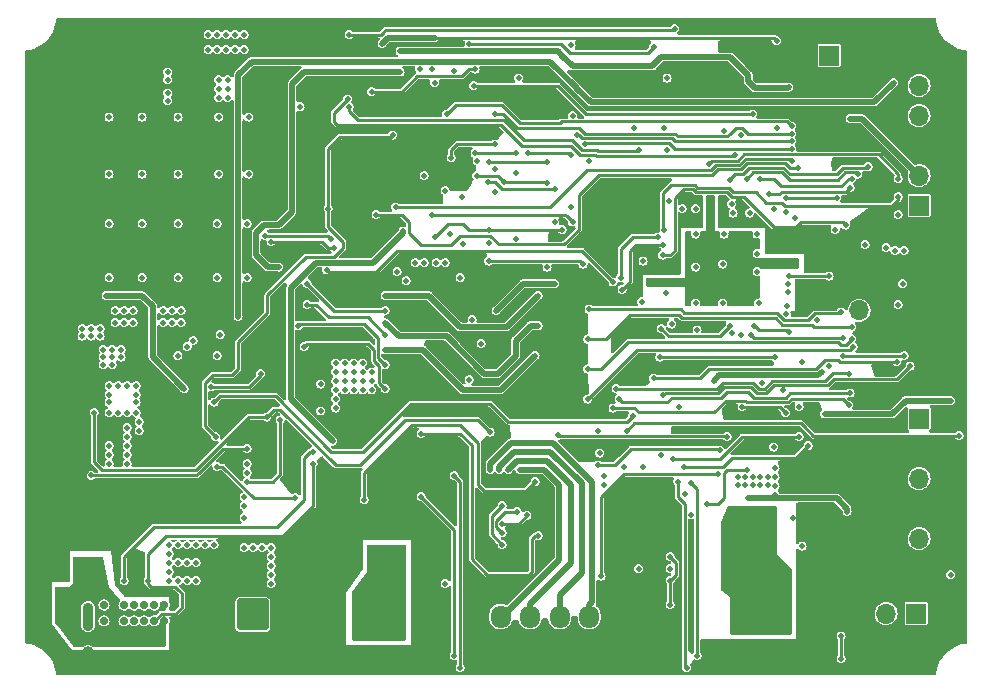
<source format=gbr>
%TF.GenerationSoftware,KiCad,Pcbnew,6.0.11+dfsg-1~bpo11+1*%
%TF.CreationDate,2024-05-22T15:46:02-05:00*%
%TF.ProjectId,BTMS,42544d53-2e6b-4696-9361-645f70636258,rev?*%
%TF.SameCoordinates,Original*%
%TF.FileFunction,Copper,L3,Inr*%
%TF.FilePolarity,Positive*%
%FSLAX46Y46*%
G04 Gerber Fmt 4.6, Leading zero omitted, Abs format (unit mm)*
G04 Created by KiCad (PCBNEW 6.0.11+dfsg-1~bpo11+1) date 2024-05-22 15:46:02*
%MOMM*%
%LPD*%
G01*
G04 APERTURE LIST*
G04 Aperture macros list*
%AMRoundRect*
0 Rectangle with rounded corners*
0 $1 Rounding radius*
0 $2 $3 $4 $5 $6 $7 $8 $9 X,Y pos of 4 corners*
0 Add a 4 corners polygon primitive as box body*
4,1,4,$2,$3,$4,$5,$6,$7,$8,$9,$2,$3,0*
0 Add four circle primitives for the rounded corners*
1,1,$1+$1,$2,$3*
1,1,$1+$1,$4,$5*
1,1,$1+$1,$6,$7*
1,1,$1+$1,$8,$9*
0 Add four rect primitives between the rounded corners*
20,1,$1+$1,$2,$3,$4,$5,0*
20,1,$1+$1,$4,$5,$6,$7,0*
20,1,$1+$1,$6,$7,$8,$9,0*
20,1,$1+$1,$8,$9,$2,$3,0*%
G04 Aperture macros list end*
%TA.AperFunction,ComponentPad*%
%ADD10RoundRect,0.250001X-1.099999X-1.099999X1.099999X-1.099999X1.099999X1.099999X-1.099999X1.099999X0*%
%TD*%
%TA.AperFunction,ComponentPad*%
%ADD11C,2.700000*%
%TD*%
%TA.AperFunction,ComponentPad*%
%ADD12C,0.700000*%
%TD*%
%TA.AperFunction,ComponentPad*%
%ADD13O,0.900000X2.400000*%
%TD*%
%TA.AperFunction,ComponentPad*%
%ADD14O,0.900000X1.700000*%
%TD*%
%TA.AperFunction,ComponentPad*%
%ADD15R,1.700000X1.700000*%
%TD*%
%TA.AperFunction,ComponentPad*%
%ADD16O,1.700000X1.700000*%
%TD*%
%TA.AperFunction,ComponentPad*%
%ADD17RoundRect,0.250000X0.600000X0.725000X-0.600000X0.725000X-0.600000X-0.725000X0.600000X-0.725000X0*%
%TD*%
%TA.AperFunction,ComponentPad*%
%ADD18O,1.700000X1.950000*%
%TD*%
%TA.AperFunction,ViaPad*%
%ADD19C,0.500000*%
%TD*%
%TA.AperFunction,Conductor*%
%ADD20C,0.250000*%
%TD*%
%TA.AperFunction,Conductor*%
%ADD21C,0.500000*%
%TD*%
G04 APERTURE END LIST*
D10*
%TO.N,/PowerOutput*%
%TO.C,J5*%
X171631000Y-145542000D03*
D11*
%TO.N,GND*%
X175591000Y-145542000D03*
%TD*%
D10*
%TO.N,Net-(F2-Pad1)*%
%TO.C,J4*%
X138917000Y-145625000D03*
D11*
%TO.N,GND*%
X142877000Y-145625000D03*
%TD*%
D12*
%TO.N,GND*%
%TO.C,J2*%
X115389000Y-144819000D03*
%TO.N,Net-(F1-Pad1)*%
X116239000Y-144819000D03*
%TO.N,/CC1*%
X117089000Y-144819000D03*
%TO.N,/USB_D+*%
X117939000Y-144819000D03*
%TO.N,/USB_D-*%
X118789000Y-144819000D03*
%TO.N,unconnected-(J2-PadA8)*%
X119639000Y-144819000D03*
%TO.N,Net-(F1-Pad1)*%
X120489000Y-144819000D03*
%TO.N,GND*%
X121339000Y-144819000D03*
X121339000Y-146169000D03*
%TO.N,Net-(F1-Pad1)*%
X120489000Y-146169000D03*
%TO.N,/CC2*%
X119639000Y-146169000D03*
%TO.N,/USB_D+*%
X118789000Y-146169000D03*
%TO.N,/USB_D-*%
X117939000Y-146169000D03*
%TO.N,unconnected-(J2-PadB8)*%
X117089000Y-146169000D03*
%TO.N,Net-(F1-Pad1)*%
X116239000Y-146169000D03*
%TO.N,GND*%
X115389000Y-146169000D03*
D13*
X114039000Y-145799000D03*
D14*
X114039000Y-149179000D03*
D13*
X122689000Y-145799000D03*
D14*
X122689000Y-149179000D03*
%TD*%
D10*
%TO.N,Net-(F3-Pad1)*%
%TO.C,J3*%
X127995000Y-145625000D03*
D11*
%TO.N,GND*%
X131955000Y-145625000D03*
%TD*%
D15*
%TO.N,GND*%
%TO.C,J7*%
X179324000Y-117343000D03*
D16*
%TO.N,/Btemp_in*%
X179324000Y-119883000D03*
%TD*%
D15*
%TO.N,Net-(F5-Pad2)*%
%TO.C,J8*%
X184150000Y-145542000D03*
D16*
%TO.N,Net-(FB3-Pad2)*%
X181610000Y-145542000D03*
%TD*%
D15*
%TO.N,/MCLR*%
%TO.C,J9*%
X184404000Y-110998000D03*
D16*
%TO.N,+3V3*%
X184404000Y-108458000D03*
%TO.N,GND*%
X184404000Y-105918000D03*
%TO.N,/PGMD*%
X184404000Y-103378000D03*
%TO.N,/PGMC*%
X184404000Y-100838000D03*
%TD*%
D17*
%TO.N,GND*%
%TO.C,J1*%
X158964000Y-145796000D03*
D18*
%TO.N,/LBatt_Cell_1*%
X156464000Y-145796000D03*
%TO.N,/LBatt_Cell_2*%
X153964000Y-145796000D03*
%TO.N,/LBatt_Cell_3*%
X151464000Y-145796000D03*
%TO.N,/LBatt_Cell_4*%
X148964000Y-145796000D03*
%TD*%
D15*
%TO.N,Net-(J6-Pad1)*%
%TO.C,J6*%
X184404000Y-129032000D03*
D16*
%TO.N,GND*%
X184404000Y-131572000D03*
%TO.N,Net-(J6-Pad3)*%
X184404000Y-134112000D03*
%TO.N,GND*%
X184404000Y-136652000D03*
%TO.N,Net-(C23-Pad1)*%
X184404000Y-139192000D03*
%TD*%
D15*
%TO.N,Net-(C56-Pad1)*%
%TO.C,J10*%
X176779000Y-98298000D03*
D16*
%TO.N,GND*%
X179319000Y-98298000D03*
%TD*%
D19*
%TO.N,GND*%
X110744000Y-124714000D03*
X124714000Y-128905000D03*
%TO.N,VBUS*%
X114554000Y-128524000D03*
X129159000Y-128905000D03*
%TO.N,Net-(C1-Pad1)*%
X149098000Y-139700000D03*
X149098000Y-136398000D03*
%TO.N,GND*%
X145796000Y-131826000D03*
X170815000Y-119253000D03*
X108966000Y-120015000D03*
X164084000Y-129921000D03*
X149098000Y-120650000D03*
X188214000Y-135001000D03*
X170434000Y-150495000D03*
X108966000Y-125095000D03*
X145034000Y-95377000D03*
X133604000Y-95377000D03*
X115824000Y-95377000D03*
X188214000Y-146431000D03*
X164973000Y-110109000D03*
X183134000Y-150495000D03*
X108966000Y-126365000D03*
X170688000Y-116586000D03*
X185928000Y-125222000D03*
X111887000Y-98425000D03*
X188087000Y-114300000D03*
X141478000Y-124968000D03*
X169672000Y-124333000D03*
X129413000Y-99441000D03*
X169164000Y-95377000D03*
X168148000Y-99060000D03*
X132334000Y-123825000D03*
X170180000Y-131064000D03*
X121666000Y-135636000D03*
X144526000Y-117983000D03*
X136652000Y-112649000D03*
X161671000Y-116459000D03*
X112522000Y-113411000D03*
X118110000Y-140716000D03*
X156591000Y-114681000D03*
X114046000Y-112776000D03*
X163068000Y-106299000D03*
X128524000Y-95377000D03*
X109982000Y-123190000D03*
X121666000Y-134620000D03*
X157734000Y-95377000D03*
X127635000Y-110490000D03*
X179832000Y-106172000D03*
X108966000Y-145415000D03*
X108966000Y-122555000D03*
X185928000Y-122936000D03*
X108966000Y-133985000D03*
X185928000Y-115189000D03*
X155194000Y-95377000D03*
X166370000Y-124333000D03*
X108966000Y-127635000D03*
X108966000Y-139065000D03*
X174244000Y-150495000D03*
X188087000Y-109474000D03*
X167894000Y-97536000D03*
X167640000Y-124333000D03*
X108966000Y-102235000D03*
X175768000Y-119634000D03*
X128016000Y-102362000D03*
X181864000Y-95377000D03*
X120142000Y-122682000D03*
X181229000Y-124841000D03*
X132969000Y-126111000D03*
X132969000Y-124841000D03*
X131064000Y-150495000D03*
X188087000Y-99314000D03*
X142494000Y-95377000D03*
X147066000Y-116967000D03*
X135890000Y-98044000D03*
X176784000Y-116078000D03*
X117094000Y-95377000D03*
X159512000Y-131064000D03*
X113411000Y-112776000D03*
X141224000Y-95377000D03*
X140462000Y-127127000D03*
X146304000Y-124968000D03*
X162814000Y-104394000D03*
X153162000Y-99949000D03*
X155448000Y-127635000D03*
X117856000Y-125222000D03*
X171704000Y-150495000D03*
X123444000Y-150495000D03*
X173736000Y-128778000D03*
X188087000Y-103124000D03*
X109982000Y-124206000D03*
X182880000Y-129413000D03*
X152654000Y-95377000D03*
X150114000Y-95377000D03*
X143764000Y-123063000D03*
X114554000Y-150495000D03*
X116586000Y-135128000D03*
X153797000Y-103505000D03*
X137414000Y-122174000D03*
X188214000Y-142621000D03*
X156464000Y-95377000D03*
X186309000Y-109601000D03*
X129540000Y-105410000D03*
X178054000Y-95377000D03*
X184404000Y-150495000D03*
X175768000Y-120650000D03*
X132588000Y-120269000D03*
X136906000Y-110236000D03*
X133223000Y-96393000D03*
X177292000Y-126365000D03*
X137287000Y-106045000D03*
X153924000Y-95377000D03*
X110744000Y-122682000D03*
X156464000Y-107188000D03*
X144907000Y-137287000D03*
X170561000Y-99822000D03*
X141478000Y-108331000D03*
X111887000Y-102235000D03*
X108966000Y-144145000D03*
X129540000Y-103124000D03*
X129540000Y-100838000D03*
X120904000Y-95377000D03*
X127254000Y-150495000D03*
X123444000Y-124714000D03*
X160782000Y-125857000D03*
X139700000Y-103124000D03*
X108966000Y-131445000D03*
X183134000Y-95377000D03*
X155194000Y-114300000D03*
X161798000Y-114935000D03*
X170688000Y-115062000D03*
X167894000Y-113411000D03*
X153543000Y-113538000D03*
X108966000Y-146685000D03*
X165608000Y-130048000D03*
X185928000Y-116332000D03*
X131064000Y-95377000D03*
X124968000Y-119380000D03*
X173736000Y-133350000D03*
X108966000Y-112395000D03*
X132334000Y-95377000D03*
X140208000Y-131699000D03*
X111887000Y-101473000D03*
X108966000Y-103505000D03*
X147828000Y-141478000D03*
X132461000Y-96393000D03*
X121666000Y-110490000D03*
X133223000Y-98044000D03*
X128016000Y-100838000D03*
X139954000Y-107061000D03*
X151384000Y-95377000D03*
X122174000Y-95377000D03*
X129794000Y-150495000D03*
X176276000Y-106172000D03*
X175514000Y-95377000D03*
X168656000Y-124333000D03*
X170688000Y-97409000D03*
X108966000Y-121285000D03*
X127635000Y-125222000D03*
X131191000Y-132207000D03*
X162814000Y-95377000D03*
X185928000Y-114046000D03*
X113284000Y-150495000D03*
X148590000Y-129540000D03*
X179324000Y-150495000D03*
X108966000Y-114935000D03*
X138430000Y-112522000D03*
X150241000Y-128651000D03*
X123444000Y-95377000D03*
X188087000Y-100584000D03*
X147574000Y-95377000D03*
X160274000Y-95377000D03*
X143510000Y-139319000D03*
X131699000Y-96393000D03*
X179324000Y-95377000D03*
X164084000Y-95377000D03*
X124206000Y-144526000D03*
X132207000Y-126111000D03*
X162814000Y-109093000D03*
X132969000Y-126746000D03*
X179832000Y-115189000D03*
X108966000Y-116205000D03*
X186182000Y-100457000D03*
X145415000Y-97282000D03*
X165481000Y-116205000D03*
X184404000Y-125222000D03*
X108966000Y-106045000D03*
X188087000Y-104394000D03*
X185928000Y-124460000D03*
X108966000Y-111125000D03*
X121666000Y-132842000D03*
X111887000Y-104521000D03*
X131318000Y-114808000D03*
X141732000Y-102997000D03*
X124841000Y-134493000D03*
X166878000Y-121031000D03*
X155321000Y-122301000D03*
X181864000Y-150495000D03*
X143891000Y-97282000D03*
X156845000Y-97282000D03*
X146177000Y-117983000D03*
X124714000Y-95377000D03*
X108966000Y-109855000D03*
X122428000Y-124714000D03*
X181483000Y-137541000D03*
X142240000Y-136906000D03*
X129413000Y-125730000D03*
X108966000Y-130175000D03*
X112141000Y-112776000D03*
X132969000Y-127381000D03*
X188214000Y-131191000D03*
X162560000Y-132080000D03*
X167767000Y-115951000D03*
X112522000Y-114046000D03*
X137287000Y-100457000D03*
X157734000Y-134620000D03*
X115824000Y-110490000D03*
X175514000Y-150495000D03*
X132461000Y-98044000D03*
X176784000Y-150495000D03*
X148463000Y-104902000D03*
X111887000Y-100711000D03*
X120904000Y-150495000D03*
X186309000Y-129032000D03*
X124079000Y-131572000D03*
X128778000Y-102362000D03*
X109982000Y-122174000D03*
X110744000Y-123698000D03*
X117094000Y-150495000D03*
X112776000Y-112776000D03*
X126746000Y-133096000D03*
X124714000Y-150495000D03*
X131699000Y-98044000D03*
X115824000Y-150495000D03*
X178562000Y-110363000D03*
X129413000Y-132080000D03*
X118618000Y-110490000D03*
X184404000Y-121666000D03*
X108966000Y-100965000D03*
X151892000Y-125984000D03*
X129540000Y-106172000D03*
X188214000Y-136271000D03*
X167767000Y-110363000D03*
X155448000Y-99949000D03*
X165100000Y-138303000D03*
X184404000Y-95377000D03*
X129667000Y-130175000D03*
X138430000Y-138938000D03*
X184023000Y-113284000D03*
X186055000Y-121539000D03*
X160020000Y-111125000D03*
X136779000Y-117221000D03*
X188087000Y-108204000D03*
X172974000Y-95377000D03*
X108966000Y-117475000D03*
X128287500Y-117348000D03*
X172339000Y-128905000D03*
X114173000Y-104521000D03*
X188214000Y-143891000D03*
X132969000Y-112903000D03*
X167894000Y-150495000D03*
X180594000Y-95377000D03*
X111887000Y-99949000D03*
X161544000Y-95377000D03*
X133096000Y-137160000D03*
X144526000Y-104902000D03*
X132334000Y-141986000D03*
X180594000Y-150495000D03*
X111887000Y-102997000D03*
X108966000Y-108585000D03*
X165481000Y-119253000D03*
X175768000Y-118618000D03*
X186309000Y-116840000D03*
X108966000Y-113665000D03*
X188214000Y-138811000D03*
X115824000Y-130048000D03*
X173863000Y-114808000D03*
X172974000Y-150495000D03*
X188087000Y-106934000D03*
X130556000Y-139954000D03*
X157607000Y-99822000D03*
X175768000Y-117602000D03*
X108966000Y-118745000D03*
X170434000Y-95377000D03*
X136652000Y-115189000D03*
X176022000Y-133223000D03*
X132969000Y-124206000D03*
X112014000Y-95377000D03*
X129540000Y-102362000D03*
X165100000Y-147193000D03*
X122174000Y-150495000D03*
X108966000Y-98425000D03*
X167894000Y-95377000D03*
X129286000Y-127635000D03*
X130429000Y-125730000D03*
X147955000Y-114173000D03*
X188087000Y-105664000D03*
X156591000Y-109982000D03*
X117856000Y-124206000D03*
X111887000Y-103759000D03*
X139446000Y-117348000D03*
X124841000Y-137160000D03*
X139319000Y-125476000D03*
X188214000Y-133731000D03*
X185928000Y-113157000D03*
X166624000Y-95377000D03*
X136144000Y-95377000D03*
X119888000Y-125222000D03*
X143764000Y-95377000D03*
X127254000Y-95377000D03*
X160655000Y-97282000D03*
X151130000Y-138938000D03*
X176022000Y-131318000D03*
X188214000Y-137541000D03*
X150178884Y-116355009D03*
X160909000Y-138176000D03*
X161163000Y-142367000D03*
X128016000Y-130556000D03*
X148844000Y-95377000D03*
X108966000Y-99695000D03*
X132969000Y-125476000D03*
X148209000Y-122428000D03*
X186055000Y-119888000D03*
X108966000Y-135255000D03*
X166116000Y-99822000D03*
X167767000Y-119253000D03*
X159004000Y-95377000D03*
X137414000Y-95377000D03*
X144018000Y-135636000D03*
X134874000Y-95377000D03*
X150622000Y-139192000D03*
X160147000Y-121412000D03*
X186055000Y-120650000D03*
X164592000Y-135382000D03*
X170688000Y-124333000D03*
X165354000Y-150495000D03*
X119634000Y-95377000D03*
X173863000Y-113792000D03*
X124968000Y-120523000D03*
X174244000Y-99822000D03*
X108966000Y-104775000D03*
X132461000Y-118491000D03*
X170180000Y-129921000D03*
X139954000Y-95377000D03*
X173355000Y-97917000D03*
X125984000Y-95377000D03*
X166624000Y-150495000D03*
X139827000Y-100711000D03*
X160782000Y-131064000D03*
X128778000Y-100838000D03*
X134112000Y-122174000D03*
X163195000Y-134366000D03*
X108966000Y-142875000D03*
X155448000Y-124714000D03*
X129794000Y-95377000D03*
X116840000Y-125222000D03*
X128524000Y-150495000D03*
X156323000Y-131939000D03*
X138176000Y-103124000D03*
X132969000Y-128016000D03*
X108966000Y-123825000D03*
X173736000Y-137414000D03*
X188214000Y-140081000D03*
X155321000Y-119761000D03*
X110871000Y-112776000D03*
X118364000Y-95377000D03*
X111506000Y-112776000D03*
X185928000Y-123698000D03*
X170688000Y-113411000D03*
X181102000Y-123190000D03*
X144653000Y-113411000D03*
X160147000Y-101600000D03*
X118364000Y-150495000D03*
X150622000Y-142875000D03*
X120904000Y-122682000D03*
X129540000Y-103886000D03*
X148082000Y-99695000D03*
X153162000Y-137160000D03*
X129540000Y-104648000D03*
X188087000Y-110744000D03*
X165481000Y-113411000D03*
X131191000Y-133985000D03*
X174244000Y-95377000D03*
X188214000Y-145161000D03*
X112649000Y-104521000D03*
X137287000Y-118999000D03*
X154813000Y-113030000D03*
X188214000Y-132461000D03*
X162560000Y-138176000D03*
X108966000Y-132715000D03*
X145034000Y-99568000D03*
X108966000Y-141605000D03*
X125984000Y-150495000D03*
X108966000Y-107315000D03*
X188087000Y-101854000D03*
X161925000Y-113030000D03*
X119634000Y-150495000D03*
X138049000Y-100584000D03*
X135001000Y-112522000D03*
X138684000Y-95377000D03*
X113284000Y-95377000D03*
X113411000Y-104521000D03*
X108966000Y-140335000D03*
X182245000Y-120142000D03*
X164084000Y-131064000D03*
X146304000Y-95377000D03*
X135636000Y-118491000D03*
X169418000Y-128905000D03*
X143764000Y-121285000D03*
X116586000Y-137922000D03*
X188214000Y-141351000D03*
X156464000Y-112268000D03*
X118872000Y-124206000D03*
X108966000Y-137795000D03*
X178054000Y-150495000D03*
X144526000Y-128270000D03*
X112014000Y-150495000D03*
X159258000Y-138176000D03*
X142240000Y-128270000D03*
X118872000Y-125222000D03*
X188214000Y-147701000D03*
X188087000Y-113284000D03*
X188087000Y-112014000D03*
X125095000Y-110490000D03*
X182880000Y-110998000D03*
X177292000Y-107442000D03*
X111887000Y-99187000D03*
X176784000Y-95377000D03*
X124841000Y-135890000D03*
X169164000Y-150495000D03*
X108966000Y-128905000D03*
X110744000Y-121666000D03*
X114554000Y-95377000D03*
X149352000Y-141478000D03*
X171704000Y-95377000D03*
X140843000Y-115824000D03*
X183261000Y-109347000D03*
X108966000Y-136525000D03*
X165354000Y-95377000D03*
%TO.N,VBUS*%
X123190000Y-139700000D03*
X123190000Y-141224000D03*
X120904000Y-141224000D03*
X122428000Y-142748000D03*
X120904000Y-139700000D03*
X118110000Y-127635000D03*
X121666000Y-141224000D03*
X116586000Y-128524000D03*
X118110000Y-128524000D03*
X117348000Y-126238000D03*
X122428000Y-139700000D03*
X120904000Y-142748000D03*
X118110000Y-127000000D03*
X117348000Y-128524000D03*
X116586000Y-126238000D03*
X115824000Y-127635000D03*
X120904000Y-141986000D03*
X115824000Y-126238000D03*
X124714000Y-139700000D03*
X121666000Y-142748000D03*
X121666000Y-139700000D03*
X115824000Y-127000000D03*
X123190000Y-142748000D03*
X118110000Y-126238000D03*
X115824000Y-128524000D03*
X148082000Y-130175000D03*
X122428000Y-141224000D03*
X123952000Y-139700000D03*
X120904000Y-140462000D03*
%TO.N,/LithCell_V1*%
X144399000Y-103251000D03*
X173609000Y-104267000D03*
X173164500Y-120205500D03*
%TO.N,/LithCell_V2*%
X148472813Y-103221902D03*
X173228000Y-119507000D03*
X173609000Y-104902000D03*
%TO.N,/LithCell_V3*%
X143129000Y-111760000D03*
X155067000Y-112395000D03*
X173300000Y-118292000D03*
X173609000Y-105537000D03*
X155448000Y-105029000D03*
%TO.N,/LithCell_V4*%
X173609000Y-106172000D03*
X173315000Y-117642000D03*
X156083000Y-105791000D03*
X155956000Y-115951000D03*
X147955000Y-115697000D03*
%TO.N,/BTStrapSig*%
X121920000Y-119888000D03*
X118618000Y-117094000D03*
X120396000Y-120904000D03*
X127508000Y-112522000D03*
X121666000Y-117094000D03*
X115824000Y-117094000D03*
X124968000Y-117094000D03*
X121650000Y-123714000D03*
X118618000Y-112522000D03*
X121158000Y-119888000D03*
X115824000Y-112522000D03*
X120396000Y-119888000D03*
X121666000Y-112522000D03*
X124968000Y-112522000D03*
X127508000Y-117094000D03*
X121920000Y-120904000D03*
X121158000Y-120904000D03*
%TO.N,/Btemp*%
X170434000Y-121158000D03*
X173355000Y-121666000D03*
%TO.N,/ChargeVoltage*%
X168148000Y-130556000D03*
X168529000Y-121793000D03*
X153797000Y-130429000D03*
%TO.N,/MCLR*%
X161925000Y-125603000D03*
X182499000Y-124206000D03*
%TO.N,/ExtBus*%
X176276000Y-135763000D03*
X137287000Y-125095000D03*
X136525000Y-124333000D03*
X169672000Y-134620000D03*
X127254000Y-96520000D03*
X125730000Y-97790000D03*
X172085000Y-131445000D03*
X136525000Y-125857000D03*
X136525000Y-126619000D03*
X169672000Y-133985000D03*
X163322000Y-141732000D03*
X170307000Y-134620000D03*
X124206000Y-97790000D03*
X133731000Y-126111000D03*
X135001000Y-126619000D03*
X169037000Y-133985000D03*
X137287000Y-126619000D03*
X135763000Y-124333000D03*
X135763000Y-125095000D03*
X172212000Y-134747000D03*
X178308000Y-136906000D03*
X126492000Y-96520000D03*
X172212000Y-135509000D03*
X137287000Y-125857000D03*
X135001000Y-128143000D03*
X172212000Y-133985000D03*
X170561000Y-135763000D03*
X126492000Y-97790000D03*
X135763000Y-126619000D03*
X124968000Y-96520000D03*
X169037000Y-134620000D03*
X135001000Y-125857000D03*
X170942000Y-134620000D03*
X135763000Y-125857000D03*
X172212000Y-133223000D03*
X136525000Y-125095000D03*
X137287000Y-124333000D03*
X165100000Y-137160000D03*
X127254000Y-97790000D03*
X124968000Y-97790000D03*
X160655000Y-141732000D03*
X138049000Y-126619000D03*
X124206000Y-96520000D03*
X135001000Y-127381000D03*
X171577000Y-134620000D03*
X138049000Y-125095000D03*
X174498000Y-139827000D03*
X170307000Y-133985000D03*
X125730000Y-96520000D03*
X131987500Y-102616000D03*
X171196000Y-135763000D03*
X171577000Y-133985000D03*
X135001000Y-124333000D03*
X135001000Y-125095000D03*
X138049000Y-125857000D03*
X169926000Y-135763000D03*
X170942000Y-133985000D03*
X133731000Y-128397000D03*
%TO.N,/CCsense*%
X176784000Y-116967000D03*
X174498000Y-124206000D03*
X173380000Y-116992000D03*
%TO.N,/BCsense*%
X171069000Y-125984000D03*
X169291000Y-121920000D03*
%TO.N,/LBatt_Cell_4*%
X153543000Y-117602000D03*
X150622000Y-133350000D03*
X144272000Y-115824000D03*
X144272000Y-109728000D03*
X146980730Y-107216966D03*
X148590000Y-119888000D03*
%TO.N,/LBatt_Cell_3*%
X143510000Y-115824000D03*
X147955000Y-107315000D03*
X152146000Y-118618000D03*
X147955000Y-113030000D03*
X143891000Y-119634000D03*
X152908000Y-107315000D03*
X139192000Y-118618000D03*
X154178000Y-113030000D03*
X149606000Y-133350000D03*
X143383000Y-113665000D03*
%TO.N,/LBatt_Cell_2*%
X144780000Y-106934000D03*
X148459000Y-105799498D03*
X142494000Y-115824000D03*
X148459000Y-107946000D03*
X152146000Y-121158000D03*
X143764000Y-122047000D03*
X148844000Y-133350000D03*
X148717000Y-125222000D03*
X139192000Y-120904000D03*
X148459000Y-109851000D03*
%TO.N,/LBatt_Cell_1*%
X151892000Y-123698000D03*
X153543000Y-112395000D03*
X139192000Y-123190000D03*
X147890000Y-109029000D03*
X142494000Y-108458000D03*
X141732000Y-115824000D03*
X148082000Y-133350000D03*
X143891000Y-124714000D03*
X153543000Y-109601000D03*
%TO.N,/BV_Fault*%
X157226000Y-132969000D03*
X167513000Y-131699000D03*
X170053000Y-111633000D03*
%TO.N,/Mult_SEL*%
X159639000Y-130048000D03*
X187785000Y-130477000D03*
%TO.N,/C_Fault*%
X165100000Y-134493000D03*
X145034000Y-149098000D03*
X165608000Y-149098000D03*
X127254000Y-135636000D03*
X142240000Y-135636000D03*
%TO.N,/PowerOutput*%
X168529000Y-139319000D03*
X170053000Y-136779000D03*
X168529000Y-138049000D03*
X171958000Y-139319000D03*
X171958000Y-137414000D03*
X171958000Y-138049000D03*
X171958000Y-138684000D03*
X169418000Y-136779000D03*
X171958000Y-136779000D03*
X169164000Y-137414000D03*
X170434000Y-137414000D03*
X168529000Y-138684000D03*
X169799000Y-137414000D03*
X168529000Y-136779000D03*
X168529000Y-137414000D03*
%TO.N,/__PwrKey*%
X162687000Y-115189000D03*
X178181000Y-112649000D03*
%TO.N,/Btemp_in*%
X183134000Y-123698000D03*
X177927000Y-123698000D03*
X177927000Y-122174000D03*
X170180000Y-121920000D03*
%TO.N,/PGMD*%
X182626000Y-108712000D03*
X166624000Y-107442000D03*
X182626000Y-111760000D03*
X164338000Y-111252000D03*
%TO.N,/PGMC*%
X182626000Y-110236000D03*
X162814000Y-113030000D03*
%TO.N,/CC1*%
X133096000Y-131826000D03*
X117089000Y-142753000D03*
%TO.N,/USB_D+*%
X134620000Y-113792000D03*
X129032000Y-113538000D03*
%TO.N,/USB_D-*%
X129540000Y-114046000D03*
X134874000Y-114554000D03*
%TO.N,/CC2*%
X133096000Y-132842000D03*
X119126000Y-142748000D03*
%TO.N,/IntBus*%
X138938000Y-97282000D03*
X173101000Y-110363000D03*
X172339000Y-97028000D03*
X143383000Y-100584000D03*
X177419000Y-110363000D03*
X140716000Y-113157000D03*
X172339000Y-104394000D03*
X143383000Y-96774000D03*
X134747000Y-130937000D03*
%TO.N,/KeepAlive*%
X160655000Y-106299000D03*
X161036000Y-115697000D03*
X136144000Y-102616000D03*
%TO.N,/HighCHfet*%
X122174000Y-126492000D03*
X115570000Y-118618000D03*
%TO.N,/U2RX*%
X162687000Y-114300000D03*
X159258000Y-118110000D03*
X159004000Y-127381000D03*
X178562000Y-126873000D03*
%TO.N,/U2TX*%
X178435000Y-127889000D03*
X159131000Y-117094000D03*
X162306000Y-113665000D03*
X158496000Y-128143000D03*
%TO.N,/U1RX*%
X140081000Y-111125000D03*
X173101000Y-111506000D03*
X173609000Y-107188000D03*
%TO.N,/U1TX*%
X174117000Y-107823000D03*
X138430000Y-111760000D03*
X173863000Y-112014000D03*
%TO.N,/PowerOutEnable*%
X163576000Y-132461000D03*
X177292000Y-113030000D03*
X174244000Y-130556000D03*
X174244000Y-128016000D03*
%TO.N,/Mult_B1*%
X165608000Y-121539000D03*
X168529000Y-110871000D03*
%TO.N,/Mult_B4*%
X168656000Y-111633000D03*
X172085000Y-111252000D03*
%TO.N,/CCsense_in*%
X177800000Y-149352000D03*
X176784000Y-124587000D03*
X127254000Y-136398000D03*
X177800000Y-147447000D03*
%TO.N,+3.3VA*%
X145542000Y-150114000D03*
X169291000Y-105029000D03*
X162750500Y-127063500D03*
X172847000Y-126619000D03*
X127254000Y-137414000D03*
X164719000Y-150114000D03*
X163957000Y-134366000D03*
X145034000Y-133858000D03*
X183642000Y-124587000D03*
%TO.N,/CHctrl+*%
X159385000Y-133096000D03*
X160909000Y-119126000D03*
X160147000Y-128778000D03*
X124714000Y-127635000D03*
%TO.N,/CH_Boost+*%
X161036000Y-133096000D03*
X163703000Y-96012000D03*
X162941000Y-118364000D03*
X136144000Y-96520000D03*
%TO.N,/Heat_CTRL*%
X163449000Y-121031000D03*
X175006000Y-131318000D03*
X164465000Y-133096000D03*
%TO.N,Net-(F1-Pad1)*%
X115062000Y-142494000D03*
X114300000Y-143256000D03*
X112776000Y-143256000D03*
X115062000Y-140970000D03*
X115062000Y-143256000D03*
X115062000Y-141732000D03*
X113538000Y-143256000D03*
%TO.N,Net-(F2-Pad1)*%
X139446000Y-142240000D03*
X140462000Y-141478000D03*
X140462000Y-139954000D03*
X140462000Y-140716000D03*
X140462000Y-142240000D03*
X138430000Y-142240000D03*
%TO.N,/BattIn*%
X137414000Y-135890000D03*
X151892000Y-134366000D03*
%TO.N,/C_Fault_In*%
X164084000Y-128016000D03*
X165481000Y-111252000D03*
%TO.N,Net-(C63-Pad1)*%
X127508000Y-131572000D03*
X114308040Y-133850768D03*
%TO.N,Net-(R28-Pad1)*%
X169418000Y-128016000D03*
X173101000Y-128524000D03*
X144272000Y-143002000D03*
%TO.N,+5P*%
X135763000Y-98806000D03*
X158623000Y-102235000D03*
X176403000Y-128651000D03*
X148844000Y-98806000D03*
X126746000Y-120396000D03*
X122936000Y-122428000D03*
X124968000Y-123698000D03*
X168656000Y-102235000D03*
X187071000Y-127508000D03*
X182245000Y-100584000D03*
X187071000Y-142240000D03*
%TO.N,Power_EN*%
X154940000Y-97409000D03*
X138049000Y-101346000D03*
X146812000Y-99441000D03*
X155067000Y-103378000D03*
%TO.N,Net-(C1-Pad2)*%
X150368000Y-136906000D03*
X149098000Y-138684000D03*
%TO.N,Net-(C2-Pad2)*%
X149098000Y-137922000D03*
X151202000Y-137232000D03*
%TO.N,+3.3VP*%
X131596000Y-135730000D03*
X139827000Y-105029000D03*
X124968000Y-133096000D03*
X124841000Y-130556000D03*
X134366000Y-111252000D03*
%TO.N,Net-(C31-Pad1)*%
X162560000Y-121412000D03*
X168402000Y-121158000D03*
%TO.N,Net-(R4-Pad2)*%
X139192000Y-126492000D03*
X132334000Y-122936000D03*
%TO.N,Net-(R31-Pad2)*%
X139192000Y-124460000D03*
X131826000Y-121158000D03*
%TO.N,Net-(C37-Pad1)*%
X142113000Y-99441000D03*
X150495000Y-100203000D03*
X143129000Y-99441000D03*
X163068000Y-100203000D03*
%TO.N,/SW_Signal*%
X136017000Y-101981000D03*
X168783000Y-106680000D03*
%TO.N,Net-(R59-Pad2)*%
X132588000Y-117602000D03*
X139192000Y-119888000D03*
%TO.N,Net-(R15-Pad2)*%
X179832000Y-114300000D03*
X127508000Y-132842000D03*
%TO.N,Net-(C54-Pad1)*%
X157254000Y-130048000D03*
X160274000Y-104394000D03*
X157353000Y-131953000D03*
%TO.N,Net-(R55-Pad2)*%
X139192000Y-121920000D03*
X132588000Y-119380000D03*
%TO.N,Net-(Q5-Pad1)*%
X169799000Y-133350000D03*
X166470000Y-136290000D03*
%TO.N,Net-(C18-Pad1)*%
X117348000Y-132842000D03*
X115316000Y-123190000D03*
X117348000Y-130556000D03*
X115062000Y-122047000D03*
X113538000Y-122047000D03*
X116840000Y-123190000D03*
X117856000Y-119888000D03*
X118364000Y-129286000D03*
X117348000Y-131318000D03*
X116332000Y-119888000D03*
X115062000Y-121412000D03*
X118364000Y-130048000D03*
X115824000Y-132080000D03*
X115824000Y-131318000D03*
X115316000Y-124460000D03*
X117094000Y-120904000D03*
X115316000Y-123825000D03*
X113538000Y-121412000D03*
X117094000Y-119888000D03*
X116078000Y-124460000D03*
X117348000Y-132080000D03*
X114300000Y-122047000D03*
X116332000Y-120904000D03*
X116078000Y-123190000D03*
X114300000Y-121412000D03*
X116840000Y-123825000D03*
X116078000Y-123825000D03*
X117348000Y-129794000D03*
X117856000Y-120904000D03*
X115824000Y-132842000D03*
%TO.N,Net-(D33-Pad2)*%
X146685000Y-100838000D03*
X170307000Y-103251000D03*
%TO.N,Net-(F3-Pad1)*%
X129540000Y-140716000D03*
X127254000Y-139954000D03*
X129540000Y-141478000D03*
X128016000Y-139954000D03*
X129540000Y-143002000D03*
X129540000Y-142240000D03*
X128778000Y-139954000D03*
X129540000Y-139954000D03*
%TO.N,Net-(R16-Pad2)*%
X181610000Y-114554000D03*
X127508000Y-133604000D03*
%TO.N,Net-(R18-Pad2)*%
X127508000Y-134366000D03*
X130302000Y-129159000D03*
%TO.N,Net-(RN8-Pad4)*%
X158750000Y-126492000D03*
X178435000Y-125222000D03*
X134239000Y-116459000D03*
X158496000Y-117475000D03*
%TO.N,Net-(R44-Pad1)*%
X146304000Y-97282000D03*
X161925000Y-97536000D03*
%TO.N,Net-(RN2-Pad5)*%
X182372000Y-114808000D03*
X178562000Y-109474000D03*
X171704000Y-109982000D03*
X177800000Y-120015000D03*
X156464000Y-119761000D03*
%TO.N,Net-(R73-Pad1)*%
X145764665Y-114264665D03*
X145669000Y-110236000D03*
%TO.N,Net-(RN2-Pad6)*%
X178689000Y-108712000D03*
X178689000Y-121285000D03*
X170942000Y-108712000D03*
X156337000Y-122301000D03*
X183134000Y-114808000D03*
%TO.N,Net-(RN2-Pad7)*%
X183007000Y-117602000D03*
X179197000Y-108331000D03*
X178689000Y-122301000D03*
X169799000Y-108712000D03*
X156337000Y-124841000D03*
%TO.N,Net-(RN2-Pad8)*%
X168402000Y-108839000D03*
X180086000Y-107696000D03*
X178816000Y-122936000D03*
X156337000Y-127381000D03*
X182626000Y-119380000D03*
%TO.N,Net-(D8-Pad1)*%
X152146000Y-138938000D03*
X142240000Y-130302000D03*
%TO.N,Net-(D24-Pad1)*%
X115824000Y-103505000D03*
X118618000Y-103505000D03*
X125095000Y-101854000D03*
X121666000Y-103505000D03*
X125095000Y-108331000D03*
X125857000Y-101854000D03*
X125095000Y-100330000D03*
X125095000Y-101092000D03*
X121666000Y-108331000D03*
X118618000Y-108331000D03*
X120777000Y-102108000D03*
X120777000Y-100330000D03*
X125857000Y-100330000D03*
X125095000Y-103505000D03*
X120777000Y-99695000D03*
X127635000Y-103505000D03*
X125857000Y-101092000D03*
X115824000Y-108331000D03*
X120777000Y-101473000D03*
X127635000Y-108331000D03*
%TO.N,Net-(D25-Pad2)*%
X162433000Y-123825000D03*
X172212000Y-123825000D03*
%TO.N,Net-(RN6-Pad1)*%
X140208000Y-116586000D03*
X146304000Y-125730000D03*
%TO.N,Net-(RN6-Pad2)*%
X147320000Y-122682000D03*
X140970000Y-117348000D03*
%TO.N,Net-(RN6-Pad3)*%
X146558000Y-120650000D03*
X145542000Y-117094000D03*
%TO.N,Net-(RN10-Pad1)*%
X152908000Y-116205000D03*
X152908000Y-109093000D03*
X146939000Y-108458000D03*
X149290000Y-109029000D03*
%TO.N,Net-(RN10-Pad2)*%
X150241000Y-108204000D03*
X150241000Y-106553000D03*
X150241000Y-113792000D03*
X146812000Y-106553000D03*
%TO.N,Net-(RN10-Pad3)*%
X151257000Y-106553000D03*
X154940000Y-106680000D03*
X154940000Y-111125000D03*
%TO.N,+3V3*%
X140462000Y-97917000D03*
X166751000Y-110363000D03*
X167386000Y-133731000D03*
X157480000Y-142367000D03*
X167894000Y-104648000D03*
X178562000Y-103632000D03*
X176149000Y-125095000D03*
X170497000Y-101029000D03*
X140462000Y-99695000D03*
X173863000Y-115824000D03*
X173355000Y-100965000D03*
X161798000Y-99187000D03*
X161671000Y-117475000D03*
X130175000Y-116205000D03*
X167005000Y-125857000D03*
%TO.N,Net-(JP1-Pad1)*%
X122428000Y-122936000D03*
X125222000Y-121920000D03*
%TO.N,Net-(U11-Pad3)*%
X128651000Y-125222000D03*
X124460000Y-126365000D03*
%TO.N,Net-(Q1-Pad3)*%
X163322000Y-142748000D03*
X163322000Y-144780000D03*
X163322000Y-140716000D03*
%TO.N,/Pre-Charge*%
X163195000Y-110617000D03*
X157734000Y-133858000D03*
%TD*%
D20*
%TO.N,VBUS*%
X114554000Y-132715000D02*
X114554000Y-128524000D01*
X123190000Y-133350000D02*
X115189000Y-133350000D01*
X115189000Y-133350000D02*
X114554000Y-132715000D01*
X130302000Y-128270000D02*
X129794000Y-128270000D01*
X129794000Y-128270000D02*
X129159000Y-128905000D01*
X127635000Y-128905000D02*
X129159000Y-128905000D01*
X148082000Y-130175000D02*
X147066000Y-129159000D01*
X147066000Y-129159000D02*
X140843000Y-129159000D01*
X140843000Y-129159000D02*
X137033000Y-132969000D01*
X137033000Y-132969000D02*
X135001000Y-132969000D01*
X135001000Y-132969000D02*
X130302000Y-128270000D01*
%TO.N,Net-(C1-Pad1)*%
X148220000Y-137276000D02*
X149098000Y-136398000D01*
X149098000Y-139700000D02*
X148220000Y-138822000D01*
X148220000Y-138822000D02*
X148220000Y-137276000D01*
%TO.N,/LithCell_V1*%
X153996107Y-104013000D02*
X154131107Y-103878000D01*
X150622000Y-104013000D02*
X153996107Y-104013000D01*
X149098000Y-102489000D02*
X150622000Y-104013000D01*
X154131107Y-103878000D02*
X173220000Y-103878000D01*
X173220000Y-103878000D02*
X173609000Y-104267000D01*
X144399000Y-103251000D02*
X145161000Y-102489000D01*
X145161000Y-102489000D02*
X149098000Y-102489000D01*
%TO.N,/LithCell_V2*%
X163949000Y-105148000D02*
X163703000Y-104902000D01*
X168910000Y-104394000D02*
X168402000Y-104902000D01*
X155829000Y-104648000D02*
X155702000Y-104521000D01*
X155575000Y-104394000D02*
X150383260Y-104394000D01*
X158877000Y-104902000D02*
X156083000Y-104902000D01*
X149211162Y-103221902D02*
X148472813Y-103221902D01*
X150383260Y-104394000D02*
X149550130Y-103560870D01*
X149550130Y-103560870D02*
X149211162Y-103221902D01*
X156083000Y-104902000D02*
X155829000Y-104648000D01*
X163703000Y-104902000D02*
X158877000Y-104902000D01*
X164600000Y-105148000D02*
X163949000Y-105148000D01*
X168402000Y-104902000D02*
X168156000Y-105148000D01*
X155702000Y-104521000D02*
X155575000Y-104394000D01*
X169926000Y-104902000D02*
X169418000Y-104394000D01*
X169418000Y-104394000D02*
X168910000Y-104394000D01*
X168156000Y-105148000D02*
X164600000Y-105148000D01*
X173609000Y-104902000D02*
X169926000Y-104902000D01*
%TO.N,/LithCell_V3*%
X155875893Y-105291000D02*
X155613893Y-105029000D01*
X163957000Y-105537000D02*
X163703000Y-105537000D01*
X163457000Y-105291000D02*
X155875893Y-105291000D01*
X163703000Y-105537000D02*
X163457000Y-105291000D01*
X155613893Y-105029000D02*
X155448000Y-105029000D01*
X173609000Y-105537000D02*
X163957000Y-105537000D01*
X154559000Y-111887000D02*
X154432000Y-111760000D01*
X154432000Y-111760000D02*
X143129000Y-111760000D01*
X155067000Y-112395000D02*
X154559000Y-111887000D01*
%TO.N,/LithCell_V4*%
X155956000Y-115951000D02*
X155702000Y-115697000D01*
X157002520Y-105664000D02*
X156210000Y-105664000D01*
X173609000Y-106172000D02*
X163703000Y-106172000D01*
X156210000Y-105664000D02*
X156083000Y-105791000D01*
X155702000Y-115697000D02*
X147955000Y-115697000D01*
X163195000Y-105664000D02*
X157002520Y-105664000D01*
X163703000Y-106172000D02*
X163195000Y-105664000D01*
%TO.N,/Btemp*%
X170434000Y-121158000D02*
X170561000Y-121285000D01*
X173228000Y-121539000D02*
X173355000Y-121666000D01*
X170815000Y-121539000D02*
X173228000Y-121539000D01*
X170561000Y-121285000D02*
X170815000Y-121539000D01*
%TO.N,/ChargeVoltage*%
X153797000Y-130429000D02*
X153916000Y-130548000D01*
X168140000Y-130548000D02*
X168148000Y-130556000D01*
X153916000Y-130548000D02*
X168140000Y-130548000D01*
%TO.N,/MCLR*%
X177673000Y-124206000D02*
X180594000Y-124206000D01*
X171839000Y-124833000D02*
X175649000Y-124833000D01*
X180594000Y-124206000D02*
X182499000Y-124206000D01*
X176149000Y-124333000D02*
X176403000Y-124079000D01*
X177546000Y-124079000D02*
X177673000Y-124206000D01*
X161925000Y-125603000D02*
X165862000Y-125603000D01*
X176403000Y-124079000D02*
X177546000Y-124079000D01*
X165862000Y-125603000D02*
X166632000Y-124833000D01*
X166632000Y-124833000D02*
X171839000Y-124833000D01*
X175649000Y-124833000D02*
X176149000Y-124333000D01*
D21*
%TO.N,/ExtBus*%
X171196000Y-135763000D02*
X176276000Y-135763000D01*
X176276000Y-135763000D02*
X177419000Y-135763000D01*
X171196000Y-135763000D02*
X170561000Y-135763000D01*
X177419000Y-135763000D02*
X178308000Y-136652000D01*
X170561000Y-135763000D02*
X169926000Y-135763000D01*
X178308000Y-136652000D02*
X178308000Y-136906000D01*
D20*
%TO.N,/CCsense*%
X173405000Y-116967000D02*
X173380000Y-116992000D01*
X176784000Y-116967000D02*
X173405000Y-116967000D01*
D21*
%TO.N,/LBatt_Cell_4*%
X150876000Y-117602000D02*
X148590000Y-119888000D01*
X152654000Y-133350000D02*
X150622000Y-133350000D01*
X149098000Y-145796000D02*
X153924000Y-140970000D01*
X148964000Y-145796000D02*
X149098000Y-145796000D01*
X153924000Y-140970000D02*
X153924000Y-134620000D01*
X153543000Y-117602000D02*
X150876000Y-117602000D01*
X153924000Y-134620000D02*
X152654000Y-133350000D01*
%TO.N,/LBatt_Cell_3*%
X149479000Y-121285000D02*
X152146000Y-118618000D01*
D20*
X147955000Y-107315000D02*
X152908000Y-107315000D01*
X144526000Y-112522000D02*
X143383000Y-113665000D01*
X145796000Y-112522000D02*
X144526000Y-112522000D01*
X154178000Y-113030000D02*
X147955000Y-113030000D01*
X146304000Y-113030000D02*
X145796000Y-112522000D01*
D21*
X143891000Y-119634000D02*
X145542000Y-121285000D01*
X149606000Y-133350000D02*
X150368000Y-132588000D01*
X150368000Y-132588000D02*
X152908000Y-132588000D01*
X154940000Y-134620000D02*
X154940000Y-141224000D01*
X152908000Y-132588000D02*
X154940000Y-134620000D01*
X154940000Y-141224000D02*
X151464000Y-144700000D01*
X142875000Y-118618000D02*
X139192000Y-118618000D01*
D20*
X147955000Y-113030000D02*
X146304000Y-113030000D01*
D21*
X145542000Y-121285000D02*
X149479000Y-121285000D01*
X151464000Y-144700000D02*
X151464000Y-145796000D01*
X143891000Y-119634000D02*
X142875000Y-118618000D01*
%TO.N,/LBatt_Cell_2*%
X155844000Y-134508000D02*
X155844000Y-142098000D01*
X148717000Y-125222000D02*
X147574000Y-125222000D01*
X148844000Y-133350000D02*
X148844000Y-133096000D01*
X144399000Y-122047000D02*
X143764000Y-122047000D01*
X140335000Y-122047000D02*
X139192000Y-120904000D01*
X148717000Y-125222000D02*
X150241000Y-123698000D01*
D20*
X145279502Y-105799498D02*
X144780000Y-106299000D01*
X148459000Y-105799498D02*
X145279502Y-105799498D01*
D21*
X150114000Y-131826000D02*
X153162000Y-131826000D01*
X155844000Y-142098000D02*
X153964000Y-143978000D01*
D20*
X144780000Y-106299000D02*
X144780000Y-106934000D01*
D21*
X150241000Y-123698000D02*
X150241000Y-122428000D01*
X147574000Y-125222000D02*
X144399000Y-122047000D01*
X150241000Y-122428000D02*
X151511000Y-121158000D01*
X148844000Y-133096000D02*
X150114000Y-131826000D01*
X153964000Y-143978000D02*
X153964000Y-145796000D01*
X143764000Y-122047000D02*
X140335000Y-122047000D01*
X153162000Y-131826000D02*
X155844000Y-134508000D01*
X152146000Y-121158000D02*
X151511000Y-121158000D01*
%TO.N,/LBatt_Cell_1*%
X143891000Y-124714000D02*
X145796000Y-126619000D01*
D20*
X148526000Y-109029000D02*
X149098000Y-109601000D01*
X147890000Y-109029000D02*
X148399000Y-109029000D01*
D21*
X156718000Y-144526000D02*
X156718000Y-134366000D01*
X142367000Y-123190000D02*
X139192000Y-123190000D01*
X156464000Y-144780000D02*
X156718000Y-144526000D01*
X148082000Y-132842000D02*
X148082000Y-133350000D01*
X145796000Y-126619000D02*
X148971000Y-126619000D01*
X156718000Y-134366000D02*
X153416000Y-131064000D01*
X143891000Y-124714000D02*
X142367000Y-123190000D01*
X148971000Y-126619000D02*
X151892000Y-123698000D01*
X153416000Y-131064000D02*
X149860000Y-131064000D01*
X156464000Y-145796000D02*
X156464000Y-144780000D01*
D20*
X149098000Y-109601000D02*
X153543000Y-109601000D01*
D21*
X149860000Y-131064000D02*
X148082000Y-132842000D01*
D20*
X148399000Y-109029000D02*
X148526000Y-109029000D01*
%TO.N,/BV_Fault*%
X159131000Y-132461000D02*
X158623000Y-132969000D01*
X167513000Y-131699000D02*
X167386000Y-131572000D01*
X160147000Y-131572000D02*
X160020000Y-131572000D01*
X158623000Y-132969000D02*
X157226000Y-132969000D01*
X167386000Y-131572000D02*
X160147000Y-131572000D01*
X160020000Y-131572000D02*
X159131000Y-132461000D01*
%TO.N,/Mult_SEL*%
X174371000Y-129413000D02*
X160274000Y-129413000D01*
X175435000Y-130477000D02*
X174625000Y-129667000D01*
X174625000Y-129667000D02*
X174371000Y-129413000D01*
X175943000Y-130477000D02*
X175689000Y-130477000D01*
X175689000Y-130477000D02*
X175435000Y-130477000D01*
X187785000Y-130477000D02*
X175943000Y-130477000D01*
X160274000Y-129413000D02*
X159639000Y-130048000D01*
%TO.N,/C_Fault*%
X142240000Y-135636000D02*
X145034000Y-138430000D01*
X145034000Y-138430000D02*
X145034000Y-149098000D01*
X165608000Y-149098000D02*
X165608000Y-135001000D01*
X165608000Y-135001000D02*
X165100000Y-134493000D01*
%TO.N,/__PwrKey*%
X165481000Y-109855000D02*
X165235000Y-109609000D01*
X163703000Y-114808000D02*
X163322000Y-115189000D01*
X174371000Y-112395000D02*
X173990000Y-112776000D01*
X169545000Y-110236000D02*
X168529000Y-110236000D01*
X164457000Y-109609000D02*
X163703000Y-110363000D01*
X177927000Y-112395000D02*
X174371000Y-112395000D01*
X173990000Y-112776000D02*
X172085000Y-112776000D01*
X168148000Y-109855000D02*
X165481000Y-109855000D01*
X163703000Y-110363000D02*
X163703000Y-114808000D01*
X172085000Y-112776000D02*
X169545000Y-110236000D01*
X168529000Y-110236000D02*
X168148000Y-109855000D01*
X165235000Y-109609000D02*
X164457000Y-109609000D01*
X178181000Y-112649000D02*
X177927000Y-112395000D01*
X163322000Y-115189000D02*
X162687000Y-115189000D01*
%TO.N,/Btemp_in*%
X177927000Y-123698000D02*
X183134000Y-123698000D01*
X170434000Y-122174000D02*
X177927000Y-122174000D01*
X170180000Y-121920000D02*
X170434000Y-122174000D01*
%TO.N,/PGMD*%
X182626000Y-108712000D02*
X182626000Y-108331000D01*
X166878000Y-107188000D02*
X166624000Y-107442000D01*
X169553000Y-106672000D02*
X169037000Y-107188000D01*
X180967000Y-106672000D02*
X169553000Y-106672000D01*
X169037000Y-107188000D02*
X166878000Y-107188000D01*
X182626000Y-108331000D02*
X180967000Y-106672000D01*
%TO.N,/PGMC*%
X172782893Y-110752000D02*
X173028893Y-110998000D01*
X162695000Y-109974000D02*
X163430000Y-109239000D01*
X182626000Y-110490000D02*
X182626000Y-110236000D01*
X170561000Y-109855000D02*
X171458000Y-110752000D01*
X165388259Y-109239000D02*
X165634260Y-109485000D01*
X182118000Y-110998000D02*
X182626000Y-110490000D01*
X165634260Y-109485000D02*
X168301260Y-109485000D01*
X162695000Y-112911000D02*
X162695000Y-109974000D01*
X173028893Y-110998000D02*
X182118000Y-110998000D01*
X162814000Y-113030000D02*
X162695000Y-112911000D01*
X168301260Y-109485000D02*
X168671260Y-109855000D01*
X163430000Y-109239000D02*
X165388259Y-109239000D01*
X171458000Y-110752000D02*
X172782893Y-110752000D01*
X168671260Y-109855000D02*
X170561000Y-109855000D01*
%TO.N,/CC1*%
X117094000Y-142748000D02*
X117094000Y-141224000D01*
X117094000Y-140716000D02*
X119634000Y-138176000D01*
X130048000Y-138176000D02*
X132334000Y-135890000D01*
X117089000Y-142753000D02*
X117094000Y-142748000D01*
X132334000Y-132334000D02*
X132842000Y-131826000D01*
X130048000Y-138176000D02*
X127254000Y-138176000D01*
X132334000Y-135890000D02*
X132334000Y-132334000D01*
X117094000Y-141224000D02*
X117094000Y-140716000D01*
X119634000Y-138176000D02*
X127254000Y-138176000D01*
%TO.N,/USB_D+*%
X134366000Y-113538000D02*
X134620000Y-113792000D01*
X129032000Y-113538000D02*
X134366000Y-113538000D01*
%TO.N,/USB_D-*%
X129540000Y-114046000D02*
X133858000Y-114046000D01*
X134366000Y-114554000D02*
X134874000Y-114554000D01*
X133858000Y-114046000D02*
X134366000Y-114554000D01*
%TO.N,/CC2*%
X121412000Y-143256000D02*
X119380000Y-143256000D01*
X119126000Y-141478000D02*
X119126000Y-140462000D01*
X119126000Y-142748000D02*
X119126000Y-141478000D01*
X121994000Y-143838000D02*
X121666000Y-143510000D01*
X121457458Y-145542000D02*
X121994000Y-145005458D01*
X120650000Y-138938000D02*
X127254000Y-138938000D01*
X120266000Y-145542000D02*
X121457458Y-145542000D01*
X130556000Y-138938000D02*
X133096000Y-136398000D01*
X121666000Y-143510000D02*
X121412000Y-143256000D01*
X119639000Y-146169000D02*
X120266000Y-145542000D01*
X130556000Y-138938000D02*
X127254000Y-138938000D01*
X133096000Y-136398000D02*
X133096000Y-132842000D01*
X119126000Y-143002000D02*
X119126000Y-142748000D01*
X119380000Y-143256000D02*
X119126000Y-143002000D01*
X119126000Y-140462000D02*
X120650000Y-138938000D01*
X121994000Y-145005458D02*
X121994000Y-143838000D01*
D21*
%TO.N,/IntBus*%
X138049000Y-115824000D02*
X138176000Y-115824000D01*
D20*
X172085000Y-96774000D02*
X172339000Y-97028000D01*
D21*
X131191000Y-127381000D02*
X131191000Y-117983000D01*
X133350000Y-115824000D02*
X138049000Y-115824000D01*
X134747000Y-130937000D02*
X131191000Y-127381000D01*
X138176000Y-115824000D02*
X140335000Y-113665000D01*
D20*
X173101000Y-110363000D02*
X177419000Y-110363000D01*
D21*
X133223000Y-115951000D02*
X133350000Y-115824000D01*
X140335000Y-113665000D02*
X140716000Y-113284000D01*
X139446000Y-96774000D02*
X138938000Y-97282000D01*
X143383000Y-96774000D02*
X139446000Y-96774000D01*
D20*
X143383000Y-96774000D02*
X172085000Y-96774000D01*
D21*
X140716000Y-113284000D02*
X140716000Y-113157000D01*
X131191000Y-117983000D02*
X133223000Y-115951000D01*
D20*
%TO.N,/KeepAlive*%
X160535630Y-106418370D02*
X157233630Y-106418370D01*
X155011130Y-105465870D02*
X150931870Y-105465870D01*
X136144000Y-102997000D02*
X136144000Y-102616000D01*
X157233630Y-106418370D02*
X157106630Y-106291370D01*
X136917000Y-103770000D02*
X136144000Y-102997000D01*
X150931870Y-105465870D02*
X149236000Y-103770000D01*
X149236000Y-103770000D02*
X136917000Y-103770000D01*
X157106630Y-106291370D02*
X155836630Y-106291370D01*
X155836630Y-106291370D02*
X155011130Y-105465870D01*
X160655000Y-106299000D02*
X160535630Y-106418370D01*
D21*
%TO.N,/HighCHfet*%
X119517000Y-119517000D02*
X118618000Y-118618000D01*
X118618000Y-118618000D02*
X115570000Y-118618000D01*
X122174000Y-126492000D02*
X119517000Y-123835000D01*
X119517000Y-123835000D02*
X119517000Y-119517000D01*
D20*
%TO.N,/U2RX*%
X167640000Y-127254000D02*
X163449000Y-127254000D01*
X169926000Y-126746000D02*
X168148000Y-126746000D01*
X173101000Y-127254000D02*
X170434000Y-127254000D01*
X159893000Y-117475000D02*
X159893000Y-114808000D01*
X159258000Y-127635000D02*
X159004000Y-127381000D01*
X163449000Y-127254000D02*
X163068000Y-127635000D01*
X159766000Y-117602000D02*
X159893000Y-117475000D01*
X173482000Y-126873000D02*
X173101000Y-127254000D01*
X170434000Y-127254000D02*
X169926000Y-126746000D01*
X159893000Y-114808000D02*
X160401000Y-114300000D01*
X160401000Y-114300000D02*
X162687000Y-114300000D01*
X168148000Y-126746000D02*
X167640000Y-127254000D01*
X163068000Y-127635000D02*
X159258000Y-127635000D01*
X159258000Y-118110000D02*
X159766000Y-117602000D01*
X178562000Y-126873000D02*
X173482000Y-126873000D01*
%TO.N,/U2TX*%
X173344000Y-127646000D02*
X169810000Y-127646000D01*
X168021000Y-127508000D02*
X167013000Y-128516000D01*
X173609000Y-127381000D02*
X173344000Y-127646000D01*
X160647000Y-128516000D02*
X160274000Y-128143000D01*
X177927000Y-127381000D02*
X173609000Y-127381000D01*
X169672000Y-127508000D02*
X168021000Y-127508000D01*
X159131000Y-114681000D02*
X160147000Y-113665000D01*
X167013000Y-128516000D02*
X160647000Y-128516000D01*
X169810000Y-127646000D02*
X169672000Y-127508000D01*
X160274000Y-128143000D02*
X158496000Y-128143000D01*
X159131000Y-117094000D02*
X159131000Y-115189000D01*
X178435000Y-127889000D02*
X177927000Y-127381000D01*
X159131000Y-115189000D02*
X159131000Y-114681000D01*
X160147000Y-113665000D02*
X162306000Y-113665000D01*
%TO.N,/U1RX*%
X166751977Y-108021130D02*
X167204107Y-107569000D01*
X169179259Y-107569000D02*
X169706260Y-107042000D01*
X169706260Y-107042000D02*
X173463000Y-107042000D01*
X167204107Y-107569000D02*
X169179259Y-107569000D01*
X173463000Y-107042000D02*
X173609000Y-107188000D01*
X156265870Y-108021130D02*
X166751977Y-108021130D01*
X153162000Y-111125000D02*
X156265870Y-108021130D01*
X140081000Y-111125000D02*
X153162000Y-111125000D01*
%TO.N,/U1TX*%
X155575000Y-110109000D02*
X157292870Y-108391130D01*
X148082000Y-113538000D02*
X148836000Y-114292000D01*
X169859519Y-107412000D02*
X173071000Y-107412000D01*
X148836000Y-114292000D02*
X154313000Y-114292000D01*
X141224000Y-113284000D02*
X142240000Y-114300000D01*
X145542000Y-113538000D02*
X148082000Y-113538000D01*
X173071000Y-107412000D02*
X173482000Y-107823000D01*
X169332518Y-107939000D02*
X169859519Y-107412000D01*
X144780000Y-114300000D02*
X145542000Y-113538000D01*
X138430000Y-111760000D02*
X140589000Y-111760000D01*
X157292870Y-108391130D02*
X166905236Y-108391130D01*
X166905236Y-108391130D02*
X167357367Y-107939000D01*
X167357367Y-107939000D02*
X169332518Y-107939000D01*
X173482000Y-107823000D02*
X174117000Y-107823000D01*
X142240000Y-114300000D02*
X144780000Y-114300000D01*
X140589000Y-111760000D02*
X141224000Y-112395000D01*
X155575000Y-113030000D02*
X155575000Y-110109000D01*
X141224000Y-112395000D02*
X141224000Y-113284000D01*
X154313000Y-114292000D02*
X155575000Y-113030000D01*
%TO.N,/PowerOutEnable*%
X169418000Y-130556000D02*
X174244000Y-130556000D01*
X167259000Y-132461000D02*
X167386000Y-132461000D01*
X167386000Y-132461000D02*
X167513000Y-132461000D01*
X167513000Y-132461000D02*
X169037000Y-130937000D01*
X167005000Y-132461000D02*
X167259000Y-132461000D01*
X163576000Y-132461000D02*
X167005000Y-132461000D01*
X169037000Y-130937000D02*
X169418000Y-130556000D01*
%TO.N,/CCsense_in*%
X177800000Y-149352000D02*
X177800000Y-147447000D01*
%TO.N,+3.3VA*%
X162952000Y-126862000D02*
X167412260Y-126862000D01*
X172836000Y-126227000D02*
X176668000Y-126227000D01*
X172847000Y-126238000D02*
X172836000Y-126227000D01*
X163957000Y-135636000D02*
X163957000Y-134366000D01*
X176668000Y-126227000D02*
X177173000Y-125722000D01*
X171476260Y-126862000D02*
X172111260Y-126227000D01*
X145542000Y-134366000D02*
X145034000Y-133858000D01*
X172111260Y-126227000D02*
X172836000Y-126227000D01*
X172847000Y-126619000D02*
X172847000Y-126238000D01*
X170164740Y-126365000D02*
X170661740Y-126862000D01*
X182507000Y-125722000D02*
X183642000Y-124587000D01*
X164600000Y-149995000D02*
X164600000Y-136279000D01*
X164719000Y-150114000D02*
X164600000Y-149995000D01*
X145542000Y-150114000D02*
X145542000Y-134366000D01*
X170661740Y-126862000D02*
X171476260Y-126862000D01*
X164600000Y-136279000D02*
X163957000Y-135636000D01*
X167909260Y-126365000D02*
X170164740Y-126365000D01*
X177173000Y-125722000D02*
X182507000Y-125722000D01*
X167412260Y-126862000D02*
X167909260Y-126365000D01*
X162750500Y-127063500D02*
X162952000Y-126862000D01*
%TO.N,/CHctrl+*%
X148082000Y-127762000D02*
X141351000Y-127762000D01*
X129921000Y-127127000D02*
X125222000Y-127127000D01*
X159639000Y-129286000D02*
X149606000Y-129286000D01*
X134620000Y-131826000D02*
X129921000Y-127127000D01*
X149606000Y-129286000D02*
X148082000Y-127762000D01*
X125222000Y-127127000D02*
X124714000Y-127635000D01*
X160147000Y-128778000D02*
X159639000Y-129286000D01*
X141351000Y-127762000D02*
X137287000Y-131826000D01*
X137287000Y-131826000D02*
X134620000Y-131826000D01*
%TO.N,/CH_Boost+*%
X139065000Y-96266000D02*
X139192000Y-96139000D01*
X159755000Y-96139000D02*
X163576000Y-96139000D01*
X136144000Y-96520000D02*
X138557000Y-96520000D01*
X138557000Y-96520000D02*
X138811000Y-96520000D01*
X139192000Y-96139000D02*
X159755000Y-96139000D01*
X163576000Y-96139000D02*
X163703000Y-96012000D01*
X138811000Y-96520000D02*
X139065000Y-96266000D01*
%TO.N,/Heat_CTRL*%
X167767000Y-133096000D02*
X168529000Y-132334000D01*
X164465000Y-133096000D02*
X167386000Y-133096000D01*
X173990000Y-132334000D02*
X175006000Y-131318000D01*
X168529000Y-132334000D02*
X173990000Y-132334000D01*
X167386000Y-133096000D02*
X167767000Y-133096000D01*
%TO.N,/BattIn*%
X145542000Y-129540000D02*
X141478000Y-129540000D01*
X147066000Y-134620000D02*
X147066000Y-131064000D01*
X147066000Y-131064000D02*
X145542000Y-129540000D01*
X151130000Y-135128000D02*
X147574000Y-135128000D01*
X137414000Y-133604000D02*
X137414000Y-135890000D01*
X141478000Y-129540000D02*
X137414000Y-133604000D01*
X151892000Y-134366000D02*
X151130000Y-135128000D01*
X147574000Y-135128000D02*
X147066000Y-134620000D01*
%TO.N,Net-(C63-Pad1)*%
X123212492Y-133850768D02*
X114308040Y-133850768D01*
X125491260Y-131572000D02*
X123451630Y-133611630D01*
X123451630Y-133611630D02*
X123212492Y-133850768D01*
X127508000Y-131572000D02*
X125491260Y-131572000D01*
%TO.N,Net-(R28-Pad1)*%
X169418000Y-128016000D02*
X172593000Y-128016000D01*
X172593000Y-128016000D02*
X173101000Y-128524000D01*
D21*
%TO.N,+5P*%
X180594000Y-102235000D02*
X182245000Y-100584000D01*
X155323000Y-100963000D02*
X155452000Y-101092000D01*
X183261000Y-127508000D02*
X187071000Y-127508000D01*
X177927000Y-102235000D02*
X178181000Y-102235000D01*
X126746000Y-99949000D02*
X127889000Y-98806000D01*
X156595000Y-102235000D02*
X158623000Y-102235000D01*
X182118000Y-128651000D02*
X183261000Y-127508000D01*
X176403000Y-128651000D02*
X182118000Y-128651000D01*
X148844000Y-98806000D02*
X135763000Y-98806000D01*
X153166000Y-98806000D02*
X148844000Y-98806000D01*
X126746000Y-120396000D02*
X126746000Y-99949000D01*
X158623000Y-102235000D02*
X168656000Y-102235000D01*
X155323000Y-100963000D02*
X153166000Y-98806000D01*
X168656000Y-102235000D02*
X177927000Y-102235000D01*
X155452000Y-101092000D02*
X156595000Y-102235000D01*
X127889000Y-98806000D02*
X135763000Y-98806000D01*
X178181000Y-102235000D02*
X180594000Y-102235000D01*
D20*
%TO.N,Power_EN*%
X145677000Y-100068000D02*
X146304000Y-99441000D01*
X140208000Y-101346000D02*
X140589000Y-101346000D01*
X141867000Y-100068000D02*
X145677000Y-100068000D01*
X146304000Y-99441000D02*
X146812000Y-99441000D01*
X138049000Y-101346000D02*
X140208000Y-101346000D01*
X140589000Y-101346000D02*
X141867000Y-100068000D01*
%TO.N,Net-(C1-Pad2)*%
X149098000Y-138684000D02*
X148590000Y-138176000D01*
X148590000Y-138176000D02*
X148590000Y-137668000D01*
X149352000Y-136906000D02*
X150368000Y-136906000D01*
X148590000Y-137668000D02*
X149352000Y-136906000D01*
%TO.N,Net-(C2-Pad2)*%
X149098000Y-137922000D02*
X150512000Y-137922000D01*
X150512000Y-137922000D02*
X151202000Y-137232000D01*
%TO.N,+3.3VP*%
X123952000Y-125984000D02*
X124587000Y-125349000D01*
X134366000Y-112776000D02*
X134366000Y-111252000D01*
X134366000Y-111252000D02*
X134366000Y-106172000D01*
X123952000Y-129667000D02*
X123952000Y-125984000D01*
X124587000Y-125349000D02*
X126238000Y-125349000D01*
X132461000Y-115316000D02*
X134874000Y-115316000D01*
X126238000Y-125349000D02*
X126746000Y-124841000D01*
X134366000Y-106172000D02*
X135382000Y-105156000D01*
X125421107Y-133096000D02*
X128055107Y-135730000D01*
X135636000Y-114554000D02*
X135636000Y-114046000D01*
X135382000Y-105156000D02*
X136906000Y-105156000D01*
X124841000Y-130556000D02*
X123952000Y-129667000D01*
X136906000Y-105156000D02*
X139700000Y-105156000D01*
X124968000Y-133096000D02*
X125421107Y-133096000D01*
X134874000Y-115316000D02*
X135636000Y-114554000D01*
X126746000Y-122555000D02*
X129222500Y-120078500D01*
X129222500Y-118554500D02*
X132461000Y-115316000D01*
X139700000Y-105156000D02*
X139827000Y-105029000D01*
X129222500Y-120078500D02*
X129222500Y-118554500D01*
X135636000Y-114046000D02*
X134366000Y-112776000D01*
X126746000Y-124841000D02*
X126746000Y-122555000D01*
X128055107Y-135730000D02*
X131596000Y-135730000D01*
%TO.N,Net-(C31-Pad1)*%
X163195000Y-122047000D02*
X167513000Y-122047000D01*
X167513000Y-122047000D02*
X168402000Y-121158000D01*
X162560000Y-121412000D02*
X163195000Y-122047000D01*
%TO.N,Net-(R4-Pad2)*%
X138684000Y-125984000D02*
X138684000Y-124587000D01*
X132588000Y-122682000D02*
X132334000Y-122936000D01*
X139192000Y-126492000D02*
X138684000Y-125984000D01*
X138250500Y-124153500D02*
X138250500Y-123190000D01*
X137742500Y-122682000D02*
X132588000Y-122682000D01*
X138684000Y-124587000D02*
X138250500Y-124153500D01*
X138250500Y-123190000D02*
X137742500Y-122682000D01*
%TO.N,Net-(R31-Pad2)*%
X138620500Y-122237500D02*
X137414000Y-121031000D01*
X138620500Y-123888500D02*
X138620500Y-122237500D01*
X131953000Y-121031000D02*
X131826000Y-121158000D01*
X137414000Y-121031000D02*
X131953000Y-121031000D01*
X139192000Y-124460000D02*
X138620500Y-123888500D01*
%TO.N,/SW_Signal*%
X134874000Y-103124000D02*
X136017000Y-101981000D01*
X157091000Y-106799000D02*
X156980000Y-106688000D01*
X150749000Y-105918000D02*
X148971000Y-104140000D01*
X134874000Y-103886000D02*
X134874000Y-103124000D01*
X148971000Y-104140000D02*
X135128000Y-104140000D01*
X168664000Y-106799000D02*
X157091000Y-106799000D01*
X156980000Y-106688000D02*
X155710000Y-106688000D01*
X135128000Y-104140000D02*
X134874000Y-103886000D01*
X168783000Y-106680000D02*
X168664000Y-106799000D01*
X155710000Y-106688000D02*
X154940000Y-105918000D01*
X154940000Y-105918000D02*
X150749000Y-105918000D01*
%TO.N,Net-(R59-Pad2)*%
X134874000Y-119888000D02*
X132588000Y-117602000D01*
X139192000Y-119888000D02*
X134874000Y-119888000D01*
%TO.N,Net-(R55-Pad2)*%
X137731500Y-120459500D02*
X134429500Y-120459500D01*
X134429500Y-120459500D02*
X133350000Y-119380000D01*
X133350000Y-119380000D02*
X132588000Y-119380000D01*
X139192000Y-121920000D02*
X137731500Y-120459500D01*
%TO.N,Net-(Q5-Pad1)*%
X167367000Y-136290000D02*
X166470000Y-136290000D01*
X167886000Y-133612000D02*
X167886000Y-135771000D01*
X167886000Y-135771000D02*
X167367000Y-136290000D01*
X169799000Y-133350000D02*
X168148000Y-133350000D01*
X168148000Y-133350000D02*
X167886000Y-133612000D01*
%TO.N,VBUS*%
X127635000Y-128905000D02*
X123190000Y-133350000D01*
%TO.N,Net-(D33-Pad2)*%
X156083000Y-103124000D02*
X156210000Y-103251000D01*
X155575000Y-102616000D02*
X156083000Y-103124000D01*
X156210000Y-103251000D02*
X170307000Y-103251000D01*
X153797000Y-100838000D02*
X155575000Y-102616000D01*
X146685000Y-100838000D02*
X153797000Y-100838000D01*
%TO.N,Net-(R18-Pad2)*%
X130302000Y-133731000D02*
X129667000Y-134366000D01*
X129667000Y-134366000D02*
X127508000Y-134366000D01*
X130302000Y-129159000D02*
X130302000Y-133731000D01*
%TO.N,Net-(RN8-Pad4)*%
X155829000Y-114808000D02*
X158496000Y-117475000D01*
X171323000Y-126492000D02*
X170815000Y-126492000D01*
X138430000Y-116586000D02*
X140208000Y-114808000D01*
X134366000Y-116586000D02*
X134239000Y-116459000D01*
X176403000Y-125857000D02*
X171958000Y-125857000D01*
X171958000Y-125857000D02*
X171323000Y-126492000D01*
X178388107Y-125175107D02*
X177084893Y-125175107D01*
X177084893Y-125175107D02*
X176403000Y-125857000D01*
X170307000Y-125984000D02*
X167767000Y-125984000D01*
X140208000Y-114808000D02*
X155829000Y-114808000D01*
X138430000Y-116586000D02*
X134366000Y-116586000D01*
X178435000Y-125222000D02*
X178388107Y-125175107D01*
X170815000Y-126492000D02*
X170307000Y-125984000D01*
X167767000Y-125984000D02*
X167259000Y-126492000D01*
X167259000Y-126492000D02*
X158750000Y-126492000D01*
%TO.N,Net-(R44-Pad1)*%
X154813000Y-98044000D02*
X161417000Y-98044000D01*
X161417000Y-98044000D02*
X161925000Y-97536000D01*
X146304000Y-97282000D02*
X154051000Y-97282000D01*
X154051000Y-97282000D02*
X154813000Y-98044000D01*
%TO.N,Net-(RN2-Pad5)*%
X172609000Y-109982000D02*
X172728000Y-109863000D01*
X156464000Y-119761000D02*
X164211000Y-119761000D01*
X176919000Y-120134000D02*
X177681000Y-120134000D01*
X164528500Y-120078500D02*
X172330393Y-120078500D01*
X172330393Y-120078500D02*
X172957393Y-120705500D01*
X164211000Y-119761000D02*
X164528500Y-120078500D01*
X171704000Y-109982000D02*
X172609000Y-109982000D01*
X175005393Y-120705500D02*
X175576893Y-120134000D01*
X175576893Y-120134000D02*
X176919000Y-120134000D01*
X177681000Y-120134000D02*
X177800000Y-120015000D01*
X178173000Y-109863000D02*
X172728000Y-109863000D01*
X178562000Y-109474000D02*
X178173000Y-109863000D01*
X172957393Y-120705500D02*
X175005393Y-120705500D01*
%TO.N,Net-(RN2-Pad6)*%
X164338000Y-120523000D02*
X172251633Y-120523000D01*
X164084000Y-120269000D02*
X164338000Y-120523000D01*
X172085000Y-108712000D02*
X172720000Y-109347000D01*
X159893000Y-120269000D02*
X164084000Y-120269000D01*
X157861000Y-122301000D02*
X159893000Y-120269000D01*
X178435000Y-108712000D02*
X177800000Y-109347000D01*
X175304500Y-121075500D02*
X175514000Y-121285000D01*
X172251633Y-120523000D02*
X172804134Y-121075500D01*
X178689000Y-108712000D02*
X178435000Y-108712000D01*
X175514000Y-121285000D02*
X178689000Y-121285000D01*
X172720000Y-109347000D02*
X177800000Y-109347000D01*
X156337000Y-122301000D02*
X157861000Y-122301000D01*
X170942000Y-108712000D02*
X172085000Y-108712000D01*
X172804134Y-121075500D02*
X175304500Y-121075500D01*
%TO.N,Net-(RN2-Pad7)*%
X177546000Y-122555000D02*
X177800000Y-122809000D01*
X173451480Y-108839000D02*
X177524000Y-108839000D01*
X170359000Y-108152000D02*
X172764480Y-108152000D01*
X179059000Y-108193000D02*
X179197000Y-108331000D01*
X157480000Y-124841000D02*
X159766000Y-122555000D01*
X156337000Y-124841000D02*
X157480000Y-124841000D01*
X159766000Y-122555000D02*
X177546000Y-122555000D01*
X177800000Y-122809000D02*
X178181000Y-122809000D01*
X169799000Y-108712000D02*
X170359000Y-108152000D01*
X177524000Y-108839000D02*
X178170000Y-108193000D01*
X172764480Y-108152000D02*
X173451480Y-108839000D01*
X178170000Y-108193000D02*
X179059000Y-108193000D01*
X178181000Y-122809000D02*
X178689000Y-122301000D01*
%TO.N,Net-(RN2-Pad8)*%
X173466740Y-108331000D02*
X177419000Y-108331000D01*
X172917740Y-107782000D02*
X173466740Y-108331000D01*
X170012778Y-107782000D02*
X172917740Y-107782000D01*
X168402000Y-108712000D02*
X168783000Y-108331000D01*
X168402000Y-108839000D02*
X168402000Y-108712000D01*
X168783000Y-108331000D02*
X169463778Y-108331000D01*
X178173000Y-123198000D02*
X160520000Y-123198000D01*
X178816000Y-122936000D02*
X178554000Y-123198000D01*
X177927000Y-107823000D02*
X179959000Y-107823000D01*
X169463778Y-108331000D02*
X170012778Y-107782000D01*
X179959000Y-107823000D02*
X180086000Y-107696000D01*
X177419000Y-108331000D02*
X177927000Y-107823000D01*
X160520000Y-123198000D02*
X156337000Y-127381000D01*
X178554000Y-123198000D02*
X178173000Y-123198000D01*
%TO.N,Net-(D8-Pad1)*%
X151638000Y-139192000D02*
X151892000Y-138938000D01*
X151384000Y-142240000D02*
X151638000Y-141986000D01*
X147828000Y-142240000D02*
X151384000Y-142240000D01*
X142240000Y-130302000D02*
X145288000Y-130302000D01*
X145288000Y-130302000D02*
X145542000Y-130302000D01*
X146550000Y-131310000D02*
X146550000Y-140962000D01*
X151892000Y-138938000D02*
X152146000Y-138938000D01*
X145542000Y-130302000D02*
X146550000Y-131310000D01*
X151638000Y-141986000D02*
X151638000Y-139192000D01*
X146550000Y-140962000D02*
X147828000Y-142240000D01*
%TO.N,Net-(D25-Pad2)*%
X162433000Y-123825000D02*
X172212000Y-123825000D01*
%TO.N,Net-(RN10-Pad1)*%
X152844000Y-109029000D02*
X152908000Y-109093000D01*
X149290000Y-109029000D02*
X152844000Y-109029000D01*
X148719000Y-108458000D02*
X149290000Y-109029000D01*
X146939000Y-108458000D02*
X148719000Y-108458000D01*
%TO.N,Net-(RN10-Pad2)*%
X146812000Y-106553000D02*
X150241000Y-106553000D01*
%TO.N,Net-(RN10-Pad3)*%
X154813000Y-106553000D02*
X154940000Y-106680000D01*
X151257000Y-106553000D02*
X154813000Y-106553000D01*
D21*
%TO.N,+3V3*%
X179578000Y-103632000D02*
X178562000Y-103632000D01*
X130302000Y-112522000D02*
X130175000Y-112649000D01*
X162560000Y-98425000D02*
X161798000Y-99187000D01*
X161798000Y-99187000D02*
X155829000Y-99187000D01*
D20*
X159385000Y-133731000D02*
X167386000Y-133731000D01*
D21*
X173291000Y-101029000D02*
X173355000Y-100965000D01*
X184404000Y-108458000D02*
X179578000Y-103632000D01*
X128270000Y-113284000D02*
X128270000Y-115189000D01*
X130175000Y-112649000D02*
X128905000Y-112649000D01*
X169936000Y-100468000D02*
X169936000Y-99964116D01*
X155067000Y-99187000D02*
X154178000Y-98298000D01*
X155829000Y-99187000D02*
X155067000Y-99187000D01*
X131318000Y-100711000D02*
X131318000Y-111506000D01*
X168396884Y-98425000D02*
X162560000Y-98425000D01*
X131318000Y-111506000D02*
X130302000Y-112522000D01*
X153797000Y-97917000D02*
X140462000Y-97917000D01*
X170497000Y-101029000D02*
X173291000Y-101029000D01*
X128270000Y-115189000D02*
X129286000Y-116205000D01*
X140462000Y-99695000D02*
X132334000Y-99695000D01*
X132334000Y-99695000D02*
X131318000Y-100711000D01*
X129286000Y-116205000D02*
X130175000Y-116205000D01*
X169936000Y-99964116D02*
X168396884Y-98425000D01*
X154178000Y-98298000D02*
X153797000Y-97917000D01*
X170497000Y-101029000D02*
X169936000Y-100468000D01*
X167005000Y-125857000D02*
X167503000Y-125359000D01*
D20*
X157480000Y-142367000D02*
X157480000Y-135636000D01*
D21*
X175885000Y-125359000D02*
X176149000Y-125095000D01*
X167503000Y-125359000D02*
X175885000Y-125359000D01*
X128905000Y-112649000D02*
X128270000Y-113284000D01*
D20*
X157480000Y-135636000D02*
X159385000Y-133731000D01*
%TO.N,Net-(U11-Pad3)*%
X128651000Y-125349000D02*
X128651000Y-125222000D01*
X124460000Y-126365000D02*
X127635000Y-126365000D01*
X127635000Y-126365000D02*
X128651000Y-125349000D01*
%TO.N,Net-(Q1-Pad3)*%
X163322000Y-140716000D02*
X163830000Y-141224000D01*
X163830000Y-141224000D02*
X163830000Y-142240000D01*
X163830000Y-142240000D02*
X163322000Y-142748000D01*
X163322000Y-142748000D02*
X163322000Y-144780000D01*
%TD*%
%TA.AperFunction,Conductor*%
%TO.N,/PowerOutput*%
G36*
X172281121Y-136418002D02*
G01*
X172327614Y-136471658D01*
X172339000Y-136524000D01*
X172339000Y-140589000D01*
X173567290Y-141694461D01*
X173604543Y-141754899D01*
X173609000Y-141788116D01*
X173609000Y-147194000D01*
X173588998Y-147262121D01*
X173535342Y-147308614D01*
X173483000Y-147320000D01*
X168528000Y-147320000D01*
X168459879Y-147299998D01*
X168413386Y-147246342D01*
X168402000Y-147194000D01*
X168402000Y-144145000D01*
X168391173Y-144137782D01*
X168391172Y-144137781D01*
X167696108Y-143674405D01*
X167650523Y-143619976D01*
X167640000Y-143569567D01*
X167640000Y-137822292D01*
X167651294Y-137770153D01*
X168241427Y-136471861D01*
X168287825Y-136418123D01*
X168356133Y-136398000D01*
X172213000Y-136398000D01*
X172281121Y-136418002D01*
G37*
%TD.AperFunction*%
%TD*%
%TA.AperFunction,Conductor*%
%TO.N,Net-(F1-Pad1)*%
G36*
X115280826Y-140736002D02*
G01*
X115327319Y-140789658D01*
X115336257Y-140817287D01*
X115824000Y-143256000D01*
X115833439Y-143267798D01*
X115833439Y-143267799D01*
X116716787Y-144371984D01*
X116743723Y-144437673D01*
X116730869Y-144507496D01*
X116712840Y-144534103D01*
X116691709Y-144558029D01*
X116634432Y-144680025D01*
X116633052Y-144688890D01*
X116633051Y-144688892D01*
X116621779Y-144761289D01*
X116613697Y-144813193D01*
X116614861Y-144822095D01*
X116614861Y-144822098D01*
X116626128Y-144908258D01*
X116631172Y-144946828D01*
X116685451Y-145070187D01*
X116691228Y-145077060D01*
X116691229Y-145077061D01*
X116766395Y-145166480D01*
X116772172Y-145173353D01*
X116805984Y-145195860D01*
X116870223Y-145238621D01*
X116884362Y-145248033D01*
X116977464Y-145277120D01*
X117003051Y-145285114D01*
X117013002Y-145288223D01*
X117021972Y-145288387D01*
X117021976Y-145288388D01*
X117083742Y-145289520D01*
X117147752Y-145290693D01*
X117156812Y-145288223D01*
X117269117Y-145257606D01*
X117269120Y-145257605D01*
X117277779Y-145255244D01*
X117285429Y-145250547D01*
X117285431Y-145250546D01*
X117384979Y-145189424D01*
X117384982Y-145189421D01*
X117392631Y-145184725D01*
X117419677Y-145154845D01*
X117480218Y-145117766D01*
X117551198Y-145119303D01*
X117609539Y-145158325D01*
X117616394Y-145166480D01*
X117616395Y-145166481D01*
X117622172Y-145173353D01*
X117655984Y-145195860D01*
X117720223Y-145238621D01*
X117734362Y-145248033D01*
X117827464Y-145277120D01*
X117853051Y-145285114D01*
X117863002Y-145288223D01*
X117871972Y-145288387D01*
X117871976Y-145288388D01*
X117933742Y-145289520D01*
X117997752Y-145290693D01*
X118006812Y-145288223D01*
X118119117Y-145257606D01*
X118119120Y-145257605D01*
X118127779Y-145255244D01*
X118135429Y-145250547D01*
X118135431Y-145250546D01*
X118234979Y-145189424D01*
X118234982Y-145189421D01*
X118242631Y-145184725D01*
X118269677Y-145154845D01*
X118330218Y-145117766D01*
X118401198Y-145119303D01*
X118459539Y-145158325D01*
X118466394Y-145166480D01*
X118466395Y-145166481D01*
X118472172Y-145173353D01*
X118505984Y-145195860D01*
X118570223Y-145238621D01*
X118584362Y-145248033D01*
X118677464Y-145277120D01*
X118703051Y-145285114D01*
X118713002Y-145288223D01*
X118721972Y-145288387D01*
X118721976Y-145288388D01*
X118783742Y-145289520D01*
X118847752Y-145290693D01*
X118856812Y-145288223D01*
X118969117Y-145257606D01*
X118969120Y-145257605D01*
X118977779Y-145255244D01*
X118985429Y-145250547D01*
X118985431Y-145250546D01*
X119084979Y-145189424D01*
X119084982Y-145189421D01*
X119092631Y-145184725D01*
X119119677Y-145154845D01*
X119180218Y-145117766D01*
X119251198Y-145119303D01*
X119309539Y-145158325D01*
X119316394Y-145166480D01*
X119316395Y-145166481D01*
X119322172Y-145173353D01*
X119355984Y-145195860D01*
X119420223Y-145238621D01*
X119434362Y-145248033D01*
X119527464Y-145277120D01*
X119553051Y-145285114D01*
X119563002Y-145288223D01*
X119571972Y-145288387D01*
X119571976Y-145288388D01*
X119633742Y-145289520D01*
X119697752Y-145290693D01*
X119706812Y-145288223D01*
X119819117Y-145257606D01*
X119819120Y-145257605D01*
X119827779Y-145255244D01*
X119895902Y-145213416D01*
X119960584Y-145195860D01*
X119989422Y-145133031D01*
X120027045Y-145091466D01*
X120027046Y-145091465D01*
X120033073Y-145084806D01*
X120044138Y-145061969D01*
X120087921Y-144971599D01*
X120087921Y-144971598D01*
X120091836Y-144963518D01*
X120114196Y-144830614D01*
X120114338Y-144819000D01*
X120095232Y-144685588D01*
X120094428Y-144683820D01*
X120094506Y-144616363D01*
X120132958Y-144556681D01*
X120197572Y-144527262D01*
X120215361Y-144526000D01*
X120524000Y-144526000D01*
X120592121Y-144546002D01*
X120638614Y-144599658D01*
X120650000Y-144652000D01*
X120650000Y-145170500D01*
X120629998Y-145238621D01*
X120576342Y-145285114D01*
X120524000Y-145296500D01*
X120302592Y-145296500D01*
X120278335Y-145294111D01*
X120278171Y-145294111D01*
X120266000Y-145291690D01*
X120170210Y-145310744D01*
X120159895Y-145317636D01*
X120159893Y-145317637D01*
X120152839Y-145322351D01*
X120085086Y-145343566D01*
X120084992Y-145343540D01*
X120050924Y-145409887D01*
X119798833Y-145661978D01*
X119736521Y-145696004D01*
X119708969Y-145698881D01*
X119639750Y-145698459D01*
X119574489Y-145698060D01*
X119565858Y-145700527D01*
X119565856Y-145700527D01*
X119453536Y-145732628D01*
X119453534Y-145732629D01*
X119444905Y-145735095D01*
X119437317Y-145739883D01*
X119357286Y-145790379D01*
X119330924Y-145807012D01*
X119321569Y-145817605D01*
X119308743Y-145832127D01*
X119248657Y-145869945D01*
X119177664Y-145869274D01*
X119118850Y-145830967D01*
X119101475Y-145810803D01*
X118988382Y-145737499D01*
X118979785Y-145734928D01*
X118979783Y-145734927D01*
X118899802Y-145711008D01*
X118859259Y-145698883D01*
X118850283Y-145698828D01*
X118850282Y-145698828D01*
X118792847Y-145698477D01*
X118724489Y-145698060D01*
X118715858Y-145700527D01*
X118715856Y-145700527D01*
X118603536Y-145732628D01*
X118603534Y-145732629D01*
X118594905Y-145735095D01*
X118587317Y-145739883D01*
X118507286Y-145790379D01*
X118480924Y-145807012D01*
X118471569Y-145817605D01*
X118458743Y-145832127D01*
X118398657Y-145869945D01*
X118327664Y-145869274D01*
X118268850Y-145830967D01*
X118251475Y-145810803D01*
X118138382Y-145737499D01*
X118129785Y-145734928D01*
X118129783Y-145734927D01*
X118049802Y-145711008D01*
X118009259Y-145698883D01*
X118000283Y-145698828D01*
X118000282Y-145698828D01*
X117942847Y-145698477D01*
X117874489Y-145698060D01*
X117865858Y-145700527D01*
X117865856Y-145700527D01*
X117753536Y-145732628D01*
X117753534Y-145732629D01*
X117744905Y-145735095D01*
X117737317Y-145739883D01*
X117657286Y-145790379D01*
X117630924Y-145807012D01*
X117621569Y-145817605D01*
X117608743Y-145832127D01*
X117548657Y-145869945D01*
X117477664Y-145869274D01*
X117418850Y-145830967D01*
X117401475Y-145810803D01*
X117288382Y-145737499D01*
X117279785Y-145734928D01*
X117279783Y-145734927D01*
X117199802Y-145711008D01*
X117159259Y-145698883D01*
X117150283Y-145698828D01*
X117150282Y-145698828D01*
X117092847Y-145698477D01*
X117024489Y-145698060D01*
X117015858Y-145700527D01*
X117015856Y-145700527D01*
X116903536Y-145732628D01*
X116903534Y-145732629D01*
X116894905Y-145735095D01*
X116887317Y-145739883D01*
X116807286Y-145790379D01*
X116780924Y-145807012D01*
X116774981Y-145813741D01*
X116774980Y-145813742D01*
X116758743Y-145832127D01*
X116691709Y-145908029D01*
X116634432Y-146030025D01*
X116633052Y-146038890D01*
X116633051Y-146038892D01*
X116620533Y-146119292D01*
X116613697Y-146163193D01*
X116614861Y-146172095D01*
X116614861Y-146172098D01*
X116627808Y-146271102D01*
X116631172Y-146296828D01*
X116685451Y-146420187D01*
X116691228Y-146427060D01*
X116691229Y-146427061D01*
X116766395Y-146516480D01*
X116772172Y-146523353D01*
X116884362Y-146598033D01*
X117013002Y-146638223D01*
X117021972Y-146638387D01*
X117021976Y-146638388D01*
X117083742Y-146639520D01*
X117147752Y-146640693D01*
X117156812Y-146638223D01*
X117269117Y-146607606D01*
X117269120Y-146607605D01*
X117277779Y-146605244D01*
X117285429Y-146600547D01*
X117285431Y-146600546D01*
X117384979Y-146539424D01*
X117384982Y-146539421D01*
X117392631Y-146534725D01*
X117419677Y-146504845D01*
X117480218Y-146467766D01*
X117551198Y-146469303D01*
X117609539Y-146508325D01*
X117616394Y-146516480D01*
X117616395Y-146516481D01*
X117622172Y-146523353D01*
X117734362Y-146598033D01*
X117863002Y-146638223D01*
X117871972Y-146638387D01*
X117871976Y-146638388D01*
X117933742Y-146639520D01*
X117997752Y-146640693D01*
X118006812Y-146638223D01*
X118119117Y-146607606D01*
X118119120Y-146607605D01*
X118127779Y-146605244D01*
X118135429Y-146600547D01*
X118135431Y-146600546D01*
X118234979Y-146539424D01*
X118234982Y-146539421D01*
X118242631Y-146534725D01*
X118269677Y-146504845D01*
X118330218Y-146467766D01*
X118401198Y-146469303D01*
X118459539Y-146508325D01*
X118466394Y-146516480D01*
X118466395Y-146516481D01*
X118472172Y-146523353D01*
X118584362Y-146598033D01*
X118713002Y-146638223D01*
X118721972Y-146638387D01*
X118721976Y-146638388D01*
X118783742Y-146639520D01*
X118847752Y-146640693D01*
X118856812Y-146638223D01*
X118969117Y-146607606D01*
X118969120Y-146607605D01*
X118977779Y-146605244D01*
X118985429Y-146600547D01*
X118985431Y-146600546D01*
X119084979Y-146539424D01*
X119084982Y-146539421D01*
X119092631Y-146534725D01*
X119119677Y-146504845D01*
X119180218Y-146467766D01*
X119251198Y-146469303D01*
X119309539Y-146508325D01*
X119316394Y-146516480D01*
X119316395Y-146516481D01*
X119322172Y-146523353D01*
X119434362Y-146598033D01*
X119563002Y-146638223D01*
X119571972Y-146638387D01*
X119571976Y-146638388D01*
X119633742Y-146639520D01*
X119697752Y-146640693D01*
X119706812Y-146638223D01*
X119819117Y-146607606D01*
X119819120Y-146607605D01*
X119827779Y-146605244D01*
X119835429Y-146600547D01*
X119835431Y-146600546D01*
X119934979Y-146539424D01*
X119934982Y-146539421D01*
X119942631Y-146534725D01*
X119952925Y-146523353D01*
X120027045Y-146441466D01*
X120027046Y-146441465D01*
X120033073Y-146434806D01*
X120044138Y-146411969D01*
X120087921Y-146321599D01*
X120087921Y-146321598D01*
X120091836Y-146313518D01*
X120114196Y-146180614D01*
X120114338Y-146169000D01*
X120112166Y-146153832D01*
X120107220Y-146119292D01*
X120117364Y-146049024D01*
X120142853Y-146012336D01*
X120330784Y-145824405D01*
X120393096Y-145790379D01*
X120419879Y-145787500D01*
X120524000Y-145787500D01*
X120592121Y-145807502D01*
X120638614Y-145861158D01*
X120650000Y-145913500D01*
X120650000Y-148210000D01*
X120629998Y-148278121D01*
X120576342Y-148324614D01*
X120524000Y-148336000D01*
X114441593Y-148336000D01*
X114373472Y-148315998D01*
X114364889Y-148309963D01*
X114333263Y-148285696D01*
X114326712Y-148280669D01*
X114257321Y-148251927D01*
X114195560Y-148226344D01*
X114195557Y-148226343D01*
X114187930Y-148223184D01*
X114039000Y-148203577D01*
X113890070Y-148223184D01*
X113751289Y-148280669D01*
X113713111Y-148309964D01*
X113646892Y-148335563D01*
X113636409Y-148336000D01*
X112839000Y-148336000D01*
X112770879Y-148315998D01*
X112738200Y-148285600D01*
X111463795Y-146586394D01*
X113468500Y-146586394D01*
X113483184Y-146697930D01*
X113540669Y-146836711D01*
X113632114Y-146955886D01*
X113751288Y-147047331D01*
X113820679Y-147076074D01*
X113882440Y-147101656D01*
X113882443Y-147101657D01*
X113890070Y-147104816D01*
X114039000Y-147124423D01*
X114047188Y-147123345D01*
X114179742Y-147105894D01*
X114187930Y-147104816D01*
X114326711Y-147047331D01*
X114445886Y-146955886D01*
X114537331Y-146836711D01*
X114594816Y-146697930D01*
X114609500Y-146586394D01*
X114609500Y-146163193D01*
X114913697Y-146163193D01*
X114914861Y-146172095D01*
X114914861Y-146172098D01*
X114927808Y-146271102D01*
X114931172Y-146296828D01*
X114985451Y-146420187D01*
X114991228Y-146427060D01*
X114991229Y-146427061D01*
X115066395Y-146516480D01*
X115072172Y-146523353D01*
X115184362Y-146598033D01*
X115313002Y-146638223D01*
X115321972Y-146638387D01*
X115321976Y-146638388D01*
X115383742Y-146639520D01*
X115447752Y-146640693D01*
X115456812Y-146638223D01*
X115569117Y-146607606D01*
X115569120Y-146607605D01*
X115577779Y-146605244D01*
X115585429Y-146600547D01*
X115585431Y-146600546D01*
X115684979Y-146539424D01*
X115684982Y-146539421D01*
X115692631Y-146534725D01*
X115702925Y-146523353D01*
X115777045Y-146441466D01*
X115777046Y-146441465D01*
X115783073Y-146434806D01*
X115794138Y-146411969D01*
X115837921Y-146321599D01*
X115837921Y-146321598D01*
X115841836Y-146313518D01*
X115864196Y-146180614D01*
X115864338Y-146169000D01*
X115848285Y-146056904D01*
X115846505Y-146044474D01*
X115846504Y-146044471D01*
X115845232Y-146035588D01*
X115839010Y-146021902D01*
X115826530Y-145994455D01*
X115789450Y-145912902D01*
X115701475Y-145810803D01*
X115588382Y-145737499D01*
X115579785Y-145734928D01*
X115579783Y-145734927D01*
X115499802Y-145711008D01*
X115459259Y-145698883D01*
X115450283Y-145698828D01*
X115450282Y-145698828D01*
X115392847Y-145698477D01*
X115324489Y-145698060D01*
X115315858Y-145700527D01*
X115315856Y-145700527D01*
X115203536Y-145732628D01*
X115203534Y-145732629D01*
X115194905Y-145735095D01*
X115187317Y-145739883D01*
X115107286Y-145790379D01*
X115080924Y-145807012D01*
X115074981Y-145813741D01*
X115074980Y-145813742D01*
X115058743Y-145832127D01*
X114991709Y-145908029D01*
X114934432Y-146030025D01*
X114933052Y-146038890D01*
X114933051Y-146038892D01*
X114920533Y-146119292D01*
X114913697Y-146163193D01*
X114609500Y-146163193D01*
X114609500Y-145011606D01*
X114594816Y-144900070D01*
X114558830Y-144813193D01*
X114913697Y-144813193D01*
X114914861Y-144822095D01*
X114914861Y-144822098D01*
X114926128Y-144908258D01*
X114931172Y-144946828D01*
X114985451Y-145070187D01*
X114991228Y-145077060D01*
X114991229Y-145077061D01*
X115066395Y-145166480D01*
X115072172Y-145173353D01*
X115105984Y-145195860D01*
X115170223Y-145238621D01*
X115184362Y-145248033D01*
X115277464Y-145277120D01*
X115303051Y-145285114D01*
X115313002Y-145288223D01*
X115321972Y-145288387D01*
X115321976Y-145288388D01*
X115383742Y-145289520D01*
X115447752Y-145290693D01*
X115456812Y-145288223D01*
X115569117Y-145257606D01*
X115569120Y-145257605D01*
X115577779Y-145255244D01*
X115585429Y-145250547D01*
X115585431Y-145250546D01*
X115684979Y-145189424D01*
X115684982Y-145189421D01*
X115692631Y-145184725D01*
X115702925Y-145173353D01*
X115777045Y-145091466D01*
X115777046Y-145091465D01*
X115783073Y-145084806D01*
X115794138Y-145061969D01*
X115837921Y-144971599D01*
X115837921Y-144971598D01*
X115841836Y-144963518D01*
X115864196Y-144830614D01*
X115864338Y-144819000D01*
X115855135Y-144754735D01*
X115846505Y-144694474D01*
X115846504Y-144694471D01*
X115845232Y-144685588D01*
X115839010Y-144671902D01*
X115823180Y-144637087D01*
X115789450Y-144562902D01*
X115701475Y-144460803D01*
X115588382Y-144387499D01*
X115579785Y-144384928D01*
X115579783Y-144384927D01*
X115502140Y-144361707D01*
X115459259Y-144348883D01*
X115450283Y-144348828D01*
X115450282Y-144348828D01*
X115392847Y-144348477D01*
X115324489Y-144348060D01*
X115315858Y-144350527D01*
X115315856Y-144350527D01*
X115203536Y-144382628D01*
X115203534Y-144382629D01*
X115194905Y-144385095D01*
X115080924Y-144457012D01*
X115074981Y-144463741D01*
X115074980Y-144463742D01*
X115066294Y-144473577D01*
X114991709Y-144558029D01*
X114934432Y-144680025D01*
X114933052Y-144688890D01*
X114933051Y-144688892D01*
X114921779Y-144761289D01*
X114913697Y-144813193D01*
X114558830Y-144813193D01*
X114537331Y-144761289D01*
X114445886Y-144642114D01*
X114413122Y-144616973D01*
X114353307Y-144571076D01*
X114326712Y-144550669D01*
X114257321Y-144521926D01*
X114195560Y-144496344D01*
X114195557Y-144496343D01*
X114187930Y-144493184D01*
X114039000Y-144473577D01*
X113890070Y-144493184D01*
X113751289Y-144550669D01*
X113632114Y-144642114D01*
X113540669Y-144761289D01*
X113483184Y-144900070D01*
X113468500Y-145011606D01*
X113468500Y-146586394D01*
X111463795Y-146586394D01*
X111277200Y-146337600D01*
X111252329Y-146271102D01*
X111252000Y-146262000D01*
X111252000Y-143382000D01*
X111272002Y-143313879D01*
X111325658Y-143267386D01*
X111378000Y-143256000D01*
X112776000Y-143256000D01*
X112776000Y-140842000D01*
X112796002Y-140773879D01*
X112849658Y-140727386D01*
X112902000Y-140716000D01*
X115212705Y-140716000D01*
X115280826Y-140736002D01*
G37*
%TD.AperFunction*%
%TD*%
%TA.AperFunction,Conductor*%
%TO.N,Net-(F2-Pad1)*%
G36*
X140912121Y-139720002D02*
G01*
X140958614Y-139773658D01*
X140970000Y-139826000D01*
X140970000Y-147702000D01*
X140949998Y-147770121D01*
X140896342Y-147816614D01*
X140844000Y-147828000D01*
X136524000Y-147828000D01*
X136455879Y-147807998D01*
X136409386Y-147754342D01*
X136398000Y-147702000D01*
X136398000Y-143804378D01*
X136421470Y-143731142D01*
X137656551Y-142002028D01*
X137668000Y-141986000D01*
X137668000Y-139826000D01*
X137688002Y-139757879D01*
X137741658Y-139711386D01*
X137794000Y-139700000D01*
X140844000Y-139700000D01*
X140912121Y-139720002D01*
G37*
%TD.AperFunction*%
%TD*%
%TA.AperFunction,Conductor*%
%TO.N,GND*%
G36*
X137287000Y-141817751D02*
G01*
X137266998Y-141885872D01*
X137262607Y-141892263D01*
X136294069Y-143212997D01*
X135890000Y-143764000D01*
X135890000Y-148209000D01*
X141351000Y-148209000D01*
X141351000Y-139319000D01*
X144788500Y-139319000D01*
X144788500Y-142683272D01*
X144768498Y-142751393D01*
X144714842Y-142797886D01*
X144644568Y-142807990D01*
X144579988Y-142778496D01*
X144573405Y-142772367D01*
X144495465Y-142694427D01*
X144389482Y-142640426D01*
X144272000Y-142621819D01*
X144154518Y-142640426D01*
X144048535Y-142694427D01*
X143964427Y-142778535D01*
X143910426Y-142884518D01*
X143891819Y-143002000D01*
X143910426Y-143119482D01*
X143914927Y-143128315D01*
X143914927Y-143128316D01*
X143929390Y-143156701D01*
X143964427Y-143225465D01*
X144048535Y-143309573D01*
X144154518Y-143363574D01*
X144272000Y-143382181D01*
X144389482Y-143363574D01*
X144495465Y-143309573D01*
X144573405Y-143231633D01*
X144635717Y-143197607D01*
X144706532Y-143202672D01*
X144763368Y-143245219D01*
X144788179Y-143311739D01*
X144788500Y-143320728D01*
X144788500Y-148760272D01*
X144768498Y-148828393D01*
X144751595Y-148849367D01*
X144726427Y-148874535D01*
X144672426Y-148980518D01*
X144653819Y-149098000D01*
X144672426Y-149215482D01*
X144726427Y-149321465D01*
X144810535Y-149405573D01*
X144916518Y-149459574D01*
X145034000Y-149478181D01*
X145043793Y-149476630D01*
X145150790Y-149459684D01*
X145221201Y-149468784D01*
X145275515Y-149514506D01*
X145296500Y-149584133D01*
X145296500Y-149776272D01*
X145276498Y-149844393D01*
X145259595Y-149865367D01*
X145234427Y-149890535D01*
X145180426Y-149996518D01*
X145161819Y-150114000D01*
X145180426Y-150231482D01*
X145234427Y-150337465D01*
X145318535Y-150421573D01*
X145424518Y-150475574D01*
X145542000Y-150494181D01*
X145659482Y-150475574D01*
X145765465Y-150421573D01*
X145849573Y-150337465D01*
X145903574Y-150231482D01*
X145922181Y-150114000D01*
X145903574Y-149996518D01*
X145849573Y-149890535D01*
X145824405Y-149865367D01*
X145790379Y-149803055D01*
X145787500Y-149776272D01*
X145787500Y-139319000D01*
X146304500Y-139319000D01*
X146304500Y-140925408D01*
X146302111Y-140949665D01*
X146302111Y-140949829D01*
X146299690Y-140962000D01*
X146318744Y-141057790D01*
X146337539Y-141085918D01*
X146373004Y-141138996D01*
X146383319Y-141145888D01*
X146383435Y-141146004D01*
X146402284Y-141161473D01*
X147628527Y-142387716D01*
X147643990Y-142406558D01*
X147644110Y-142406678D01*
X147651004Y-142416996D01*
X147689518Y-142442730D01*
X147732210Y-142471256D01*
X147828000Y-142490310D01*
X147840171Y-142487889D01*
X147840335Y-142487889D01*
X147864592Y-142485500D01*
X151347408Y-142485500D01*
X151371665Y-142487889D01*
X151371829Y-142487889D01*
X151384000Y-142490310D01*
X151479790Y-142471256D01*
X151490105Y-142464364D01*
X151490107Y-142464363D01*
X151522482Y-142442730D01*
X151550680Y-142423889D01*
X151560996Y-142416996D01*
X151567888Y-142406681D01*
X151568004Y-142406565D01*
X151583473Y-142387716D01*
X151785716Y-142185473D01*
X151804565Y-142170004D01*
X151804681Y-142169888D01*
X151814996Y-142162996D01*
X151831491Y-142138310D01*
X151852332Y-142107118D01*
X151869256Y-142081790D01*
X151888310Y-141986000D01*
X151885889Y-141973829D01*
X151885889Y-141973665D01*
X151883500Y-141949408D01*
X151883500Y-139424133D01*
X151903502Y-139356012D01*
X151946216Y-139319000D01*
X153553500Y-139319000D01*
X153553500Y-140764343D01*
X153533498Y-140832464D01*
X153516595Y-140853438D01*
X149575133Y-144794901D01*
X149512821Y-144828927D01*
X149442006Y-144823862D01*
X149430408Y-144818860D01*
X149309769Y-144759498D01*
X149309761Y-144759495D01*
X149304034Y-144756677D01*
X149297856Y-144755068D01*
X149297854Y-144755067D01*
X149119420Y-144708588D01*
X149119417Y-144708588D01*
X149113238Y-144706978D01*
X149034473Y-144702850D01*
X148922729Y-144696994D01*
X148922725Y-144696994D01*
X148916347Y-144696660D01*
X148792306Y-144715419D01*
X148727716Y-144725187D01*
X148727715Y-144725187D01*
X148721402Y-144726142D01*
X148715413Y-144728345D01*
X148715411Y-144728346D01*
X148660526Y-144748540D01*
X148536367Y-144794222D01*
X148530951Y-144797580D01*
X148530947Y-144797582D01*
X148443859Y-144851579D01*
X148368800Y-144898117D01*
X148225548Y-145033585D01*
X148112460Y-145195090D01*
X148100451Y-145222842D01*
X148062413Y-145310744D01*
X148034158Y-145376037D01*
X147993839Y-145569032D01*
X147993500Y-145575500D01*
X147993500Y-145970275D01*
X147993823Y-145973454D01*
X148006880Y-146101998D01*
X148008419Y-146117153D01*
X148031248Y-146189998D01*
X148064727Y-146296828D01*
X148067379Y-146305292D01*
X148070473Y-146310874D01*
X148070474Y-146310876D01*
X148118164Y-146396910D01*
X148162965Y-146477734D01*
X148291273Y-146627433D01*
X148296315Y-146631344D01*
X148296316Y-146631345D01*
X148381274Y-146697245D01*
X148447061Y-146748275D01*
X148452784Y-146751091D01*
X148452787Y-146751093D01*
X148617843Y-146832310D01*
X148623966Y-146835323D01*
X148630144Y-146836932D01*
X148630146Y-146836933D01*
X148808580Y-146883412D01*
X148808583Y-146883412D01*
X148814762Y-146885022D01*
X148893527Y-146889150D01*
X149005271Y-146895006D01*
X149005275Y-146895006D01*
X149011653Y-146895340D01*
X149155329Y-146873612D01*
X149200284Y-146866813D01*
X149200285Y-146866813D01*
X149206598Y-146865858D01*
X149212587Y-146863655D01*
X149212589Y-146863654D01*
X149297778Y-146832310D01*
X149391633Y-146797778D01*
X149397049Y-146794420D01*
X149397053Y-146794418D01*
X149487821Y-146738139D01*
X149559200Y-146693883D01*
X149618058Y-146638223D01*
X149697811Y-146562804D01*
X149697812Y-146562803D01*
X149702452Y-146558415D01*
X149815540Y-146396910D01*
X149857822Y-146299201D01*
X149891305Y-146221826D01*
X149891306Y-146221824D01*
X149893842Y-146215963D01*
X149893891Y-146215984D01*
X149932165Y-146159156D01*
X150003630Y-146130455D01*
X150251546Y-146112747D01*
X150402036Y-146101998D01*
X150471409Y-146117096D01*
X150521606Y-146167303D01*
X150531247Y-146189998D01*
X150539391Y-146215984D01*
X150567379Y-146305292D01*
X150570473Y-146310874D01*
X150570474Y-146310876D01*
X150618164Y-146396910D01*
X150662965Y-146477734D01*
X150791273Y-146627433D01*
X150796315Y-146631344D01*
X150796316Y-146631345D01*
X150881274Y-146697245D01*
X150947061Y-146748275D01*
X150952784Y-146751091D01*
X150952787Y-146751093D01*
X151117843Y-146832310D01*
X151123966Y-146835323D01*
X151130144Y-146836932D01*
X151130146Y-146836933D01*
X151308580Y-146883412D01*
X151308583Y-146883412D01*
X151314762Y-146885022D01*
X151393527Y-146889150D01*
X151505271Y-146895006D01*
X151505275Y-146895006D01*
X151511653Y-146895340D01*
X151655329Y-146873612D01*
X151700284Y-146866813D01*
X151700285Y-146866813D01*
X151706598Y-146865858D01*
X151712587Y-146863655D01*
X151712589Y-146863654D01*
X151797778Y-146832310D01*
X151891633Y-146797778D01*
X151897049Y-146794420D01*
X151897053Y-146794418D01*
X151987821Y-146738139D01*
X152059200Y-146693883D01*
X152118058Y-146638223D01*
X152197811Y-146562804D01*
X152197812Y-146562803D01*
X152202452Y-146558415D01*
X152315540Y-146396910D01*
X152357822Y-146299201D01*
X152391306Y-146221824D01*
X152391307Y-146221822D01*
X152393842Y-146215963D01*
X152428727Y-146048977D01*
X152462236Y-145986388D01*
X152524266Y-145951850D01*
X152543087Y-145949065D01*
X152866142Y-145925990D01*
X152935515Y-145941088D01*
X152985712Y-145991295D01*
X153000474Y-146038937D01*
X153006880Y-146101998D01*
X153008419Y-146117153D01*
X153031248Y-146189998D01*
X153064727Y-146296828D01*
X153067379Y-146305292D01*
X153070473Y-146310874D01*
X153070474Y-146310876D01*
X153118164Y-146396910D01*
X153162965Y-146477734D01*
X153291273Y-146627433D01*
X153296315Y-146631344D01*
X153296316Y-146631345D01*
X153381274Y-146697245D01*
X153447061Y-146748275D01*
X153452784Y-146751091D01*
X153452787Y-146751093D01*
X153617843Y-146832310D01*
X153623966Y-146835323D01*
X153630144Y-146836932D01*
X153630146Y-146836933D01*
X153808580Y-146883412D01*
X153808583Y-146883412D01*
X153814762Y-146885022D01*
X153893527Y-146889150D01*
X154005271Y-146895006D01*
X154005275Y-146895006D01*
X154011653Y-146895340D01*
X154155329Y-146873612D01*
X154200284Y-146866813D01*
X154200285Y-146866813D01*
X154206598Y-146865858D01*
X154212587Y-146863655D01*
X154212589Y-146863654D01*
X154297778Y-146832310D01*
X154391633Y-146797778D01*
X154397049Y-146794420D01*
X154397053Y-146794418D01*
X154487821Y-146738139D01*
X154559200Y-146693883D01*
X154618058Y-146638223D01*
X154697811Y-146562804D01*
X154697812Y-146562803D01*
X154702452Y-146558415D01*
X154815540Y-146396910D01*
X154857822Y-146299201D01*
X154891306Y-146221824D01*
X154891307Y-146221822D01*
X154893842Y-146215963D01*
X154934161Y-146022968D01*
X154934500Y-146016500D01*
X154934500Y-145895571D01*
X154954502Y-145827450D01*
X155008158Y-145780957D01*
X155051522Y-145769891D01*
X155358524Y-145747962D01*
X155427895Y-145763060D01*
X155478093Y-145813267D01*
X155493500Y-145873642D01*
X155493500Y-145970275D01*
X155493823Y-145973454D01*
X155506880Y-146101998D01*
X155508419Y-146117153D01*
X155531248Y-146189998D01*
X155564727Y-146296828D01*
X155567379Y-146305292D01*
X155570473Y-146310874D01*
X155570474Y-146310876D01*
X155618164Y-146396910D01*
X155662965Y-146477734D01*
X155791273Y-146627433D01*
X155796315Y-146631344D01*
X155796316Y-146631345D01*
X155881274Y-146697245D01*
X155947061Y-146748275D01*
X155952784Y-146751091D01*
X155952787Y-146751093D01*
X156117843Y-146832310D01*
X156123966Y-146835323D01*
X156130144Y-146836932D01*
X156130146Y-146836933D01*
X156308580Y-146883412D01*
X156308583Y-146883412D01*
X156314762Y-146885022D01*
X156393527Y-146889150D01*
X156505271Y-146895006D01*
X156505275Y-146895006D01*
X156511653Y-146895340D01*
X156655329Y-146873612D01*
X156700284Y-146866813D01*
X156700285Y-146866813D01*
X156706598Y-146865858D01*
X156712587Y-146863655D01*
X156712589Y-146863654D01*
X156797778Y-146832310D01*
X156891633Y-146797778D01*
X156897049Y-146794420D01*
X156897053Y-146794418D01*
X156987821Y-146738139D01*
X157059200Y-146693883D01*
X157118058Y-146638223D01*
X157197811Y-146562804D01*
X157197812Y-146562803D01*
X157202452Y-146558415D01*
X157315540Y-146396910D01*
X157357822Y-146299201D01*
X157391306Y-146221824D01*
X157391307Y-146221822D01*
X157393842Y-146215963D01*
X157434161Y-146022968D01*
X157434500Y-146016500D01*
X157434500Y-145621725D01*
X157419581Y-145474847D01*
X157363690Y-145296500D01*
X157362530Y-145292799D01*
X157362529Y-145292798D01*
X157360621Y-145286708D01*
X157313083Y-145200946D01*
X157268128Y-145119846D01*
X157265035Y-145114266D01*
X157136727Y-144964567D01*
X157055467Y-144901535D01*
X157013903Y-144843982D01*
X157010427Y-144780000D01*
X162941819Y-144780000D01*
X162943370Y-144789793D01*
X162944179Y-144794901D01*
X162960426Y-144897482D01*
X163014427Y-145003465D01*
X163098535Y-145087573D01*
X163204518Y-145141574D01*
X163322000Y-145160181D01*
X163439482Y-145141574D01*
X163545465Y-145087573D01*
X163629573Y-145003465D01*
X163683574Y-144897482D01*
X163699821Y-144794901D01*
X163700630Y-144789793D01*
X163702181Y-144780000D01*
X163683574Y-144662518D01*
X163659235Y-144614749D01*
X163644155Y-144585154D01*
X163629573Y-144556535D01*
X163604405Y-144531367D01*
X163570379Y-144469055D01*
X163567500Y-144442272D01*
X163567500Y-143085728D01*
X163587502Y-143017607D01*
X163604405Y-142996633D01*
X163629573Y-142971465D01*
X163683574Y-142865482D01*
X163701985Y-142749235D01*
X163732397Y-142685083D01*
X163737339Y-142679850D01*
X163977723Y-142439467D01*
X163996561Y-142424008D01*
X163996680Y-142423889D01*
X164006996Y-142416996D01*
X164040949Y-142366181D01*
X164054362Y-142346107D01*
X164054362Y-142346106D01*
X164061256Y-142335789D01*
X164075500Y-142264181D01*
X164075500Y-142264180D01*
X164080310Y-142240000D01*
X164077889Y-142227830D01*
X164077889Y-142227664D01*
X164075500Y-142203407D01*
X164075500Y-141260593D01*
X164077889Y-141236336D01*
X164077889Y-141236170D01*
X164080310Y-141224000D01*
X164074236Y-141193465D01*
X164061256Y-141128211D01*
X164046762Y-141106518D01*
X164013888Y-141057319D01*
X164006996Y-141047004D01*
X163996680Y-141040111D01*
X163996561Y-141039992D01*
X163977723Y-141024533D01*
X163865117Y-140911927D01*
X163737339Y-140784150D01*
X163703314Y-140721837D01*
X163701985Y-140714764D01*
X163685125Y-140608311D01*
X163683574Y-140598518D01*
X163629573Y-140492535D01*
X163545465Y-140408427D01*
X163487774Y-140379032D01*
X163448316Y-140358927D01*
X163448315Y-140358927D01*
X163439482Y-140354426D01*
X163322000Y-140335819D01*
X163204518Y-140354426D01*
X163195685Y-140358927D01*
X163195684Y-140358927D01*
X163156226Y-140379032D01*
X163098535Y-140408427D01*
X163014427Y-140492535D01*
X162960426Y-140598518D01*
X162941819Y-140716000D01*
X162960426Y-140833482D01*
X163014427Y-140939465D01*
X163098535Y-141023573D01*
X163204518Y-141077574D01*
X163320765Y-141095985D01*
X163384917Y-141126397D01*
X163390149Y-141131339D01*
X163397085Y-141138275D01*
X163431111Y-141200587D01*
X163426046Y-141271402D01*
X163383499Y-141328238D01*
X163321904Y-141351212D01*
X163322000Y-141351819D01*
X163319005Y-141352293D01*
X163319003Y-141352294D01*
X163204518Y-141370426D01*
X163098535Y-141424427D01*
X163014427Y-141508535D01*
X162960426Y-141614518D01*
X162941819Y-141732000D01*
X162960426Y-141849482D01*
X163014427Y-141955465D01*
X163098535Y-142039573D01*
X163107368Y-142044073D01*
X163107367Y-142044073D01*
X163181391Y-142081790D01*
X163204518Y-142093574D01*
X163214311Y-142095125D01*
X163322000Y-142112181D01*
X163321612Y-142114630D01*
X163376111Y-142130632D01*
X163422604Y-142184288D01*
X163432708Y-142254562D01*
X163403214Y-142319142D01*
X163397085Y-142325725D01*
X163390149Y-142332661D01*
X163327837Y-142366687D01*
X163320772Y-142368013D01*
X163204518Y-142386426D01*
X163195685Y-142390927D01*
X163195684Y-142390927D01*
X163172945Y-142402513D01*
X163098535Y-142440427D01*
X163014427Y-142524535D01*
X162960426Y-142630518D01*
X162941819Y-142748000D01*
X162960426Y-142865482D01*
X163014427Y-142971465D01*
X163039595Y-142996633D01*
X163073621Y-143058945D01*
X163076500Y-143085728D01*
X163076500Y-144442272D01*
X163056498Y-144510393D01*
X163039595Y-144531367D01*
X163014427Y-144556535D01*
X162999845Y-144585154D01*
X162984766Y-144614749D01*
X162960426Y-144662518D01*
X162941819Y-144780000D01*
X157010427Y-144780000D01*
X157010052Y-144773090D01*
X157033745Y-144723976D01*
X157047161Y-144706958D01*
X157050124Y-144698521D01*
X157055319Y-144691251D01*
X157069635Y-144643383D01*
X157071470Y-144637736D01*
X157085404Y-144598060D01*
X157085405Y-144598057D01*
X157088030Y-144590581D01*
X157088500Y-144585154D01*
X157088500Y-144582440D01*
X157088608Y-144579943D01*
X157088676Y-144579715D01*
X157088799Y-144579720D01*
X157088832Y-144579193D01*
X157090661Y-144573078D01*
X157088597Y-144520551D01*
X157088500Y-144515605D01*
X157088500Y-142794568D01*
X157108502Y-142726447D01*
X157162158Y-142679954D01*
X157232432Y-142669850D01*
X157271701Y-142682300D01*
X157362518Y-142728574D01*
X157480000Y-142747181D01*
X157597482Y-142728574D01*
X157615254Y-142719519D01*
X157694633Y-142679073D01*
X157694632Y-142679073D01*
X157703465Y-142674573D01*
X157787573Y-142590465D01*
X157841574Y-142484482D01*
X157854556Y-142402513D01*
X157858630Y-142376793D01*
X157860181Y-142367000D01*
X157857123Y-142347689D01*
X157849654Y-142300537D01*
X157841574Y-142249518D01*
X157787573Y-142143535D01*
X157762405Y-142118367D01*
X157728379Y-142056055D01*
X157725500Y-142029272D01*
X157725500Y-141732000D01*
X160274819Y-141732000D01*
X160293426Y-141849482D01*
X160347427Y-141955465D01*
X160431535Y-142039573D01*
X160440368Y-142044073D01*
X160440367Y-142044073D01*
X160514391Y-142081790D01*
X160537518Y-142093574D01*
X160655000Y-142112181D01*
X160772482Y-142093574D01*
X160795610Y-142081790D01*
X160869633Y-142044073D01*
X160869632Y-142044073D01*
X160878465Y-142039573D01*
X160962573Y-141955465D01*
X161016574Y-141849482D01*
X161035181Y-141732000D01*
X161016574Y-141614518D01*
X160962573Y-141508535D01*
X160878465Y-141424427D01*
X160772482Y-141370426D01*
X160655000Y-141351819D01*
X160537518Y-141370426D01*
X160431535Y-141424427D01*
X160347427Y-141508535D01*
X160293426Y-141614518D01*
X160274819Y-141732000D01*
X157725500Y-141732000D01*
X157725500Y-139319000D01*
X164354500Y-139319000D01*
X164354500Y-149958408D01*
X164352111Y-149982663D01*
X164352111Y-149982829D01*
X164349690Y-149995000D01*
X164352112Y-150007173D01*
X164352112Y-150019581D01*
X164350224Y-150019581D01*
X164350611Y-150039546D01*
X164338819Y-150114000D01*
X164357426Y-150231482D01*
X164411427Y-150337465D01*
X164495535Y-150421573D01*
X164601518Y-150475574D01*
X164719000Y-150494181D01*
X164836482Y-150475574D01*
X164942465Y-150421573D01*
X165026573Y-150337465D01*
X165080574Y-150231482D01*
X165099181Y-150114000D01*
X165080574Y-149996518D01*
X165044134Y-149925000D01*
X165031030Y-149855224D01*
X165055601Y-149792198D01*
X165135368Y-149685842D01*
X165292761Y-149475984D01*
X165349634Y-149433490D01*
X165420454Y-149428489D01*
X165450762Y-149439318D01*
X165481681Y-149455072D01*
X165481685Y-149455073D01*
X165490518Y-149459574D01*
X165608000Y-149478181D01*
X165725482Y-149459574D01*
X165831465Y-149405573D01*
X165915573Y-149321465D01*
X165969574Y-149215482D01*
X165988181Y-149098000D01*
X165969574Y-148980518D01*
X165915573Y-148874535D01*
X165890405Y-148849367D01*
X165856379Y-148787055D01*
X165853500Y-148760272D01*
X165853500Y-147827000D01*
X165873502Y-147758879D01*
X165927158Y-147712386D01*
X165979500Y-147701000D01*
X167259000Y-147701000D01*
X167259000Y-150749000D01*
X111442748Y-150749000D01*
X111374627Y-150728998D01*
X111328134Y-150675342D01*
X111316946Y-150630066D01*
X111313359Y-150566203D01*
X111313161Y-150562675D01*
X111260595Y-150253290D01*
X111173719Y-149951736D01*
X111053627Y-149661804D01*
X110951286Y-149476630D01*
X110903540Y-149390239D01*
X110903537Y-149390234D01*
X110901828Y-149387142D01*
X110720232Y-149131203D01*
X110511121Y-148897205D01*
X110277126Y-148688091D01*
X110021189Y-148506491D01*
X109746528Y-148354689D01*
X109743259Y-148353335D01*
X109743253Y-148353332D01*
X109459871Y-148235948D01*
X109459866Y-148235946D01*
X109456599Y-148234593D01*
X109453206Y-148233615D01*
X109453199Y-148233613D01*
X109158451Y-148148694D01*
X109155046Y-148147713D01*
X109151560Y-148147121D01*
X109151557Y-148147120D01*
X108947910Y-148112517D01*
X108845661Y-148095143D01*
X108830936Y-148094316D01*
X108764044Y-148070526D01*
X108720632Y-148014348D01*
X108712000Y-147968514D01*
X108712000Y-140208000D01*
X112522000Y-140208000D01*
X112522000Y-142749000D01*
X112501998Y-142817121D01*
X112448342Y-142863614D01*
X112396000Y-142875000D01*
X110998000Y-142875000D01*
X110998000Y-146431000D01*
X111006634Y-146442290D01*
X111006634Y-146442291D01*
X111499040Y-147086206D01*
X112649000Y-148590000D01*
X120904000Y-148590000D01*
X120904000Y-146760116D01*
X126524500Y-146760116D01*
X126535220Y-146832939D01*
X126539535Y-146841727D01*
X126539535Y-146841728D01*
X126584727Y-146933771D01*
X126589581Y-146943658D01*
X126676875Y-147030800D01*
X126742870Y-147063059D01*
X126778478Y-147080465D01*
X126787690Y-147084968D01*
X126797365Y-147086379D01*
X126797367Y-147086380D01*
X126855358Y-147094840D01*
X126855362Y-147094840D01*
X126859884Y-147095500D01*
X129130116Y-147095500D01*
X129134665Y-147094830D01*
X129134670Y-147094830D01*
X129193254Y-147086206D01*
X129193256Y-147086205D01*
X129202939Y-147084780D01*
X129211728Y-147080465D01*
X129304310Y-147035009D01*
X129304311Y-147035008D01*
X129313658Y-147030419D01*
X129400800Y-146943125D01*
X129439647Y-146863654D01*
X129450674Y-146841095D01*
X129450674Y-146841094D01*
X129454968Y-146832310D01*
X129456380Y-146822633D01*
X129464840Y-146764642D01*
X129464840Y-146764638D01*
X129465500Y-146760116D01*
X129465500Y-144489884D01*
X129458492Y-144442272D01*
X129456206Y-144426746D01*
X129456205Y-144426744D01*
X129454780Y-144417061D01*
X129440266Y-144387499D01*
X129405009Y-144315690D01*
X129405008Y-144315689D01*
X129400419Y-144306342D01*
X129313125Y-144219200D01*
X129247130Y-144186941D01*
X129211095Y-144169326D01*
X129211094Y-144169326D01*
X129202310Y-144165032D01*
X129192635Y-144163621D01*
X129192633Y-144163620D01*
X129134642Y-144155160D01*
X129134638Y-144155160D01*
X129130116Y-144154500D01*
X126859884Y-144154500D01*
X126855335Y-144155170D01*
X126855330Y-144155170D01*
X126796746Y-144163794D01*
X126796744Y-144163795D01*
X126787061Y-144165220D01*
X126778273Y-144169535D01*
X126778272Y-144169535D01*
X126685690Y-144214991D01*
X126685689Y-144214992D01*
X126676342Y-144219581D01*
X126589200Y-144306875D01*
X126569068Y-144348060D01*
X126539636Y-144408272D01*
X126535032Y-144417690D01*
X126533621Y-144427365D01*
X126533620Y-144427367D01*
X126525860Y-144480564D01*
X126524500Y-144489884D01*
X126524500Y-146760116D01*
X120904000Y-146760116D01*
X120904000Y-146420527D01*
X120916608Y-146365589D01*
X120937921Y-146321599D01*
X120937921Y-146321598D01*
X120941836Y-146313518D01*
X120964196Y-146180614D01*
X120964338Y-146169000D01*
X120945232Y-146035588D01*
X120915299Y-145969754D01*
X120904000Y-145917603D01*
X120904000Y-145913500D01*
X120924002Y-145845379D01*
X120977658Y-145798886D01*
X121030000Y-145787500D01*
X121420866Y-145787500D01*
X121445123Y-145789889D01*
X121445287Y-145789889D01*
X121457458Y-145792310D01*
X121553248Y-145773256D01*
X121563562Y-145766364D01*
X121563565Y-145766363D01*
X121589665Y-145748923D01*
X121624137Y-145725890D01*
X121624138Y-145725889D01*
X121634454Y-145718996D01*
X121641346Y-145708681D01*
X121641462Y-145708565D01*
X121656931Y-145689716D01*
X122141716Y-145204931D01*
X122160565Y-145189462D01*
X122160681Y-145189346D01*
X122170996Y-145182454D01*
X122177890Y-145172137D01*
X122206548Y-145129247D01*
X122206548Y-145129246D01*
X122218362Y-145111565D01*
X122225256Y-145101248D01*
X122244310Y-145005458D01*
X122241889Y-144993287D01*
X122241889Y-144993123D01*
X122239500Y-144968866D01*
X122239500Y-143874592D01*
X122241889Y-143850335D01*
X122241889Y-143850171D01*
X122244310Y-143838000D01*
X122225256Y-143742210D01*
X122184693Y-143681504D01*
X122170996Y-143661004D01*
X122160681Y-143654112D01*
X122160565Y-143653996D01*
X122141716Y-143638527D01*
X121793017Y-143289828D01*
X121758991Y-143227516D01*
X121764056Y-143156701D01*
X121806603Y-143099865D01*
X121824909Y-143088466D01*
X121880633Y-143060073D01*
X121880632Y-143060073D01*
X121889465Y-143055573D01*
X121957905Y-142987133D01*
X122020217Y-142953107D01*
X122091032Y-142958172D01*
X122136095Y-142987133D01*
X122204535Y-143055573D01*
X122213368Y-143060073D01*
X122213367Y-143060073D01*
X122287391Y-143097790D01*
X122310518Y-143109574D01*
X122320311Y-143111125D01*
X122386853Y-143121664D01*
X122428000Y-143128181D01*
X122469148Y-143121664D01*
X122535689Y-143111125D01*
X122545482Y-143109574D01*
X122568610Y-143097790D01*
X122642633Y-143060073D01*
X122642632Y-143060073D01*
X122651465Y-143055573D01*
X122719905Y-142987133D01*
X122782217Y-142953107D01*
X122853032Y-142958172D01*
X122898095Y-142987133D01*
X122966535Y-143055573D01*
X122975368Y-143060073D01*
X122975367Y-143060073D01*
X123049391Y-143097790D01*
X123072518Y-143109574D01*
X123082311Y-143111125D01*
X123148853Y-143121664D01*
X123190000Y-143128181D01*
X123231148Y-143121664D01*
X123297689Y-143111125D01*
X123307482Y-143109574D01*
X123330610Y-143097790D01*
X123404633Y-143060073D01*
X123404632Y-143060073D01*
X123413465Y-143055573D01*
X123497573Y-142971465D01*
X123551574Y-142865482D01*
X123570181Y-142748000D01*
X123551574Y-142630518D01*
X123497573Y-142524535D01*
X123413465Y-142440427D01*
X123339055Y-142402513D01*
X123316316Y-142390927D01*
X123316315Y-142390927D01*
X123307482Y-142386426D01*
X123190000Y-142367819D01*
X123072518Y-142386426D01*
X123063685Y-142390927D01*
X123063684Y-142390927D01*
X123040945Y-142402513D01*
X122966535Y-142440427D01*
X122898095Y-142508867D01*
X122835783Y-142542893D01*
X122764968Y-142537828D01*
X122719905Y-142508867D01*
X122651465Y-142440427D01*
X122577055Y-142402513D01*
X122554316Y-142390927D01*
X122554315Y-142390927D01*
X122545482Y-142386426D01*
X122428000Y-142367819D01*
X122310518Y-142386426D01*
X122301685Y-142390927D01*
X122301684Y-142390927D01*
X122278945Y-142402513D01*
X122204535Y-142440427D01*
X122136095Y-142508867D01*
X122073783Y-142542893D01*
X122002968Y-142537828D01*
X121957905Y-142508867D01*
X121889465Y-142440427D01*
X121815055Y-142402513D01*
X121792316Y-142390927D01*
X121792315Y-142390927D01*
X121783482Y-142386426D01*
X121666000Y-142367819D01*
X121548518Y-142386426D01*
X121539685Y-142390927D01*
X121539684Y-142390927D01*
X121516945Y-142402513D01*
X121442535Y-142440427D01*
X121374095Y-142508867D01*
X121311783Y-142542893D01*
X121240968Y-142537828D01*
X121195905Y-142508867D01*
X121143133Y-142456095D01*
X121109107Y-142393783D01*
X121114172Y-142322968D01*
X121143133Y-142277905D01*
X121211573Y-142209465D01*
X121240666Y-142152367D01*
X121261073Y-142112316D01*
X121261073Y-142112315D01*
X121265574Y-142103482D01*
X121284181Y-141986000D01*
X121278386Y-141949408D01*
X121271040Y-141903032D01*
X121265574Y-141868518D01*
X121211573Y-141762535D01*
X121143133Y-141694095D01*
X121109107Y-141631783D01*
X121114172Y-141560968D01*
X121143133Y-141515905D01*
X121195905Y-141463133D01*
X121258217Y-141429107D01*
X121329032Y-141434172D01*
X121374095Y-141463133D01*
X121442535Y-141531573D01*
X121548518Y-141585574D01*
X121666000Y-141604181D01*
X121783482Y-141585574D01*
X121889465Y-141531573D01*
X121957905Y-141463133D01*
X122020217Y-141429107D01*
X122091032Y-141434172D01*
X122136095Y-141463133D01*
X122204535Y-141531573D01*
X122310518Y-141585574D01*
X122428000Y-141604181D01*
X122545482Y-141585574D01*
X122651465Y-141531573D01*
X122719905Y-141463133D01*
X122782217Y-141429107D01*
X122853032Y-141434172D01*
X122898095Y-141463133D01*
X122966535Y-141531573D01*
X123072518Y-141585574D01*
X123190000Y-141604181D01*
X123307482Y-141585574D01*
X123413465Y-141531573D01*
X123497573Y-141447465D01*
X123523530Y-141396521D01*
X123547073Y-141350316D01*
X123547073Y-141350315D01*
X123551574Y-141341482D01*
X123570181Y-141224000D01*
X123551574Y-141106518D01*
X123541357Y-141086465D01*
X123502073Y-141009367D01*
X123497573Y-141000535D01*
X123413465Y-140916427D01*
X123307482Y-140862426D01*
X123190000Y-140843819D01*
X123072518Y-140862426D01*
X122966535Y-140916427D01*
X122898095Y-140984867D01*
X122835783Y-141018893D01*
X122764968Y-141013828D01*
X122719905Y-140984867D01*
X122651465Y-140916427D01*
X122545482Y-140862426D01*
X122428000Y-140843819D01*
X122310518Y-140862426D01*
X122204535Y-140916427D01*
X122136095Y-140984867D01*
X122073783Y-141018893D01*
X122002968Y-141013828D01*
X121957905Y-140984867D01*
X121889465Y-140916427D01*
X121783482Y-140862426D01*
X121666000Y-140843819D01*
X121548518Y-140862426D01*
X121442535Y-140916427D01*
X121374095Y-140984867D01*
X121311783Y-141018893D01*
X121240968Y-141013828D01*
X121195905Y-140984867D01*
X121143133Y-140932095D01*
X121109107Y-140869783D01*
X121114172Y-140798968D01*
X121143133Y-140753905D01*
X121211573Y-140685465D01*
X121265574Y-140579482D01*
X121284181Y-140462000D01*
X121265574Y-140344518D01*
X121211573Y-140238535D01*
X121143133Y-140170095D01*
X121109107Y-140107783D01*
X121114172Y-140036968D01*
X121143133Y-139991905D01*
X121195905Y-139939133D01*
X121258217Y-139905107D01*
X121329032Y-139910172D01*
X121374095Y-139939133D01*
X121442535Y-140007573D01*
X121548518Y-140061574D01*
X121666000Y-140080181D01*
X121783482Y-140061574D01*
X121889465Y-140007573D01*
X121957905Y-139939133D01*
X122020217Y-139905107D01*
X122091032Y-139910172D01*
X122136095Y-139939133D01*
X122204535Y-140007573D01*
X122310518Y-140061574D01*
X122428000Y-140080181D01*
X122545482Y-140061574D01*
X122651465Y-140007573D01*
X122719905Y-139939133D01*
X122782217Y-139905107D01*
X122853032Y-139910172D01*
X122898095Y-139939133D01*
X122966535Y-140007573D01*
X123072518Y-140061574D01*
X123190000Y-140080181D01*
X123307482Y-140061574D01*
X123413465Y-140007573D01*
X123481905Y-139939133D01*
X123544217Y-139905107D01*
X123615032Y-139910172D01*
X123660095Y-139939133D01*
X123728535Y-140007573D01*
X123834518Y-140061574D01*
X123952000Y-140080181D01*
X124069482Y-140061574D01*
X124175465Y-140007573D01*
X124243905Y-139939133D01*
X124306217Y-139905107D01*
X124377032Y-139910172D01*
X124422095Y-139939133D01*
X124490535Y-140007573D01*
X124596518Y-140061574D01*
X124714000Y-140080181D01*
X124831482Y-140061574D01*
X124937465Y-140007573D01*
X124991038Y-139954000D01*
X126873819Y-139954000D01*
X126892426Y-140071482D01*
X126946427Y-140177465D01*
X127030535Y-140261573D01*
X127136518Y-140315574D01*
X127254000Y-140334181D01*
X127371482Y-140315574D01*
X127477465Y-140261573D01*
X127545905Y-140193133D01*
X127608217Y-140159107D01*
X127679032Y-140164172D01*
X127724095Y-140193133D01*
X127792535Y-140261573D01*
X127898518Y-140315574D01*
X128016000Y-140334181D01*
X128133482Y-140315574D01*
X128239465Y-140261573D01*
X128307905Y-140193133D01*
X128370217Y-140159107D01*
X128441032Y-140164172D01*
X128486095Y-140193133D01*
X128554535Y-140261573D01*
X128660518Y-140315574D01*
X128778000Y-140334181D01*
X128895482Y-140315574D01*
X129001465Y-140261573D01*
X129069905Y-140193133D01*
X129132217Y-140159107D01*
X129203032Y-140164172D01*
X129248095Y-140193133D01*
X129300867Y-140245905D01*
X129334893Y-140308217D01*
X129329828Y-140379032D01*
X129300867Y-140424095D01*
X129232427Y-140492535D01*
X129178426Y-140598518D01*
X129159819Y-140716000D01*
X129178426Y-140833482D01*
X129232427Y-140939465D01*
X129300867Y-141007905D01*
X129334893Y-141070217D01*
X129329828Y-141141032D01*
X129300867Y-141186095D01*
X129232427Y-141254535D01*
X129227927Y-141263367D01*
X129183168Y-141351212D01*
X129178426Y-141360518D01*
X129159819Y-141478000D01*
X129178426Y-141595482D01*
X129232427Y-141701465D01*
X129300867Y-141769905D01*
X129334893Y-141832217D01*
X129329828Y-141903032D01*
X129300867Y-141948095D01*
X129232427Y-142016535D01*
X129178426Y-142122518D01*
X129159819Y-142240000D01*
X129161370Y-142249793D01*
X129163502Y-142263251D01*
X129178426Y-142357482D01*
X129232427Y-142463465D01*
X129300867Y-142531905D01*
X129334893Y-142594217D01*
X129329828Y-142665032D01*
X129300867Y-142710095D01*
X129232427Y-142778535D01*
X129178426Y-142884518D01*
X129159819Y-143002000D01*
X129178426Y-143119482D01*
X129182927Y-143128315D01*
X129182927Y-143128316D01*
X129197390Y-143156701D01*
X129232427Y-143225465D01*
X129316535Y-143309573D01*
X129422518Y-143363574D01*
X129540000Y-143382181D01*
X129657482Y-143363574D01*
X129763465Y-143309573D01*
X129847573Y-143225465D01*
X129882610Y-143156701D01*
X129897073Y-143128316D01*
X129897073Y-143128315D01*
X129901574Y-143119482D01*
X129920181Y-143002000D01*
X129901574Y-142884518D01*
X129847573Y-142778535D01*
X129779133Y-142710095D01*
X129745107Y-142647783D01*
X129750172Y-142576968D01*
X129779133Y-142531905D01*
X129847573Y-142463465D01*
X129901574Y-142357482D01*
X129916498Y-142263251D01*
X129918630Y-142249793D01*
X129920181Y-142240000D01*
X129901574Y-142122518D01*
X129847573Y-142016535D01*
X129779133Y-141948095D01*
X129745107Y-141885783D01*
X129750172Y-141814968D01*
X129779133Y-141769905D01*
X129847573Y-141701465D01*
X129901574Y-141595482D01*
X129920181Y-141478000D01*
X129901574Y-141360518D01*
X129896833Y-141351212D01*
X129852073Y-141263367D01*
X129847573Y-141254535D01*
X129779133Y-141186095D01*
X129745107Y-141123783D01*
X129750172Y-141052968D01*
X129779133Y-141007905D01*
X129847573Y-140939465D01*
X129901574Y-140833482D01*
X129920181Y-140716000D01*
X129901574Y-140598518D01*
X129847573Y-140492535D01*
X129779133Y-140424095D01*
X129745107Y-140361783D01*
X129750172Y-140290968D01*
X129779133Y-140245905D01*
X129847573Y-140177465D01*
X129901574Y-140071482D01*
X129920181Y-139954000D01*
X129901574Y-139836518D01*
X129847573Y-139730535D01*
X129763465Y-139646427D01*
X129657482Y-139592426D01*
X129540000Y-139573819D01*
X129422518Y-139592426D01*
X129316535Y-139646427D01*
X129248095Y-139714867D01*
X129185783Y-139748893D01*
X129114968Y-139743828D01*
X129069905Y-139714867D01*
X129001465Y-139646427D01*
X128895482Y-139592426D01*
X128778000Y-139573819D01*
X128660518Y-139592426D01*
X128554535Y-139646427D01*
X128486095Y-139714867D01*
X128423783Y-139748893D01*
X128352968Y-139743828D01*
X128307905Y-139714867D01*
X128239465Y-139646427D01*
X128133482Y-139592426D01*
X128016000Y-139573819D01*
X127898518Y-139592426D01*
X127792535Y-139646427D01*
X127724095Y-139714867D01*
X127661783Y-139748893D01*
X127590968Y-139743828D01*
X127545905Y-139714867D01*
X127477465Y-139646427D01*
X127371482Y-139592426D01*
X127254000Y-139573819D01*
X127136518Y-139592426D01*
X127030535Y-139646427D01*
X126946427Y-139730535D01*
X126892426Y-139836518D01*
X126873819Y-139954000D01*
X124991038Y-139954000D01*
X125021573Y-139923465D01*
X125075574Y-139817482D01*
X125094181Y-139700000D01*
X125075574Y-139582518D01*
X125021573Y-139476535D01*
X124937465Y-139392427D01*
X124887583Y-139367011D01*
X124840316Y-139342927D01*
X124840315Y-139342927D01*
X124831482Y-139338426D01*
X124714000Y-139319819D01*
X124596518Y-139338426D01*
X124587685Y-139342927D01*
X124587684Y-139342927D01*
X124540417Y-139367011D01*
X124490535Y-139392427D01*
X124422095Y-139460867D01*
X124359783Y-139494893D01*
X124288968Y-139489828D01*
X124243905Y-139460867D01*
X124175465Y-139392427D01*
X124125583Y-139367011D01*
X124078316Y-139342927D01*
X124078315Y-139342927D01*
X124069482Y-139338426D01*
X123952000Y-139319819D01*
X123834518Y-139338426D01*
X123825685Y-139342927D01*
X123825684Y-139342927D01*
X123778417Y-139367011D01*
X123728535Y-139392427D01*
X123660095Y-139460867D01*
X123597783Y-139494893D01*
X123526968Y-139489828D01*
X123481905Y-139460867D01*
X123413465Y-139392427D01*
X123363583Y-139367011D01*
X123316316Y-139342927D01*
X123316315Y-139342927D01*
X123307482Y-139338426D01*
X123190000Y-139319819D01*
X123072518Y-139338426D01*
X123063685Y-139342927D01*
X123063684Y-139342927D01*
X123016417Y-139367011D01*
X122966535Y-139392427D01*
X122898095Y-139460867D01*
X122835783Y-139494893D01*
X122764968Y-139489828D01*
X122719905Y-139460867D01*
X122651465Y-139392427D01*
X122601583Y-139367011D01*
X122554316Y-139342927D01*
X122554315Y-139342927D01*
X122545482Y-139338426D01*
X122428000Y-139319819D01*
X122310518Y-139338426D01*
X122301685Y-139342927D01*
X122301684Y-139342927D01*
X122254417Y-139367011D01*
X122204535Y-139392427D01*
X122136095Y-139460867D01*
X122073783Y-139494893D01*
X122002968Y-139489828D01*
X121957905Y-139460867D01*
X121889465Y-139392427D01*
X121839583Y-139367011D01*
X121792316Y-139342927D01*
X121792315Y-139342927D01*
X121783482Y-139338426D01*
X121666000Y-139319819D01*
X121548518Y-139338426D01*
X121539685Y-139342927D01*
X121539684Y-139342927D01*
X121492417Y-139367011D01*
X121442535Y-139392427D01*
X121374095Y-139460867D01*
X121311783Y-139494893D01*
X121240968Y-139489828D01*
X121195905Y-139460867D01*
X121127465Y-139392427D01*
X121077583Y-139367011D01*
X121030316Y-139342927D01*
X121030315Y-139342927D01*
X121021482Y-139338426D01*
X120904000Y-139319819D01*
X120904130Y-139319000D01*
X137287000Y-139319000D01*
X137287000Y-141817751D01*
G37*
%TD.AperFunction*%
%TA.AperFunction,Conductor*%
G36*
X165362500Y-148760272D02*
G01*
X165342498Y-148828393D01*
X165325595Y-148849367D01*
X165300427Y-148874535D01*
X165295927Y-148883367D01*
X165290094Y-148891395D01*
X165288983Y-148890588D01*
X165247326Y-148934699D01*
X165178412Y-148951769D01*
X165111210Y-148928870D01*
X165105091Y-148924273D01*
X164892788Y-148754430D01*
X164852090Y-148696257D01*
X164845500Y-148656041D01*
X164845500Y-139319000D01*
X165362500Y-139319000D01*
X165362500Y-148760272D01*
G37*
%TD.AperFunction*%
%TA.AperFunction,Conductor*%
G36*
X121326242Y-143521502D02*
G01*
X121347216Y-143538405D01*
X121711595Y-143902784D01*
X121745621Y-143965096D01*
X121748500Y-143991879D01*
X121748500Y-144851579D01*
X121728498Y-144919700D01*
X121711595Y-144940674D01*
X121392674Y-145259595D01*
X121330362Y-145293621D01*
X121303579Y-145296500D01*
X121030000Y-145296500D01*
X120961879Y-145276498D01*
X120915386Y-145222842D01*
X120904000Y-145170500D01*
X120904000Y-145070527D01*
X120916608Y-145015589D01*
X120937921Y-144971599D01*
X120937921Y-144971598D01*
X120941836Y-144963518D01*
X120964196Y-144830614D01*
X120964338Y-144819000D01*
X120952011Y-144732922D01*
X120946505Y-144694474D01*
X120946504Y-144694471D01*
X120945232Y-144685588D01*
X120939196Y-144672311D01*
X120915299Y-144619754D01*
X120904000Y-144567603D01*
X120904000Y-143501500D01*
X121258121Y-143501500D01*
X121326242Y-143521502D01*
G37*
%TD.AperFunction*%
%TA.AperFunction,Conductor*%
G36*
X148527345Y-139476535D02*
G01*
X148682662Y-139631852D01*
X148716687Y-139694164D01*
X148718014Y-139701234D01*
X148736426Y-139817482D01*
X148790427Y-139923465D01*
X148874535Y-140007573D01*
X148980518Y-140061574D01*
X149098000Y-140080181D01*
X149215482Y-140061574D01*
X149321465Y-140007573D01*
X149405573Y-139923465D01*
X149459574Y-139817482D01*
X149478181Y-139700000D01*
X149459574Y-139582518D01*
X149405573Y-139476535D01*
X149321465Y-139392427D01*
X149271583Y-139367011D01*
X149224316Y-139342927D01*
X149224315Y-139342927D01*
X149215482Y-139338426D01*
X149099235Y-139320015D01*
X149097095Y-139319000D01*
X151392500Y-139319000D01*
X151392500Y-141832121D01*
X151372498Y-141900242D01*
X151355595Y-141921216D01*
X151319216Y-141957595D01*
X151256904Y-141991621D01*
X151230121Y-141994500D01*
X147981879Y-141994500D01*
X147913758Y-141974498D01*
X147892784Y-141957595D01*
X146832405Y-140897216D01*
X146798379Y-140834904D01*
X146795500Y-140808121D01*
X146795500Y-139319000D01*
X148369811Y-139319000D01*
X148527345Y-139476535D01*
G37*
%TD.AperFunction*%
%TD*%
%TA.AperFunction,Conductor*%
%TO.N,GND*%
G36*
X166116000Y-96528500D02*
G01*
X164021728Y-96528500D01*
X163953607Y-96508498D01*
X163907114Y-96454842D01*
X163897010Y-96384568D01*
X163926504Y-96319988D01*
X163932633Y-96313405D01*
X164010573Y-96235465D01*
X164064574Y-96129482D01*
X164083181Y-96012000D01*
X164064574Y-95894518D01*
X164010573Y-95788535D01*
X163926465Y-95704427D01*
X163820482Y-95650426D01*
X163703000Y-95631819D01*
X163585518Y-95650426D01*
X163479535Y-95704427D01*
X163395427Y-95788535D01*
X163390928Y-95797365D01*
X163390925Y-95797369D01*
X163376999Y-95824702D01*
X163328252Y-95876317D01*
X163264732Y-95893500D01*
X139228592Y-95893500D01*
X139204335Y-95891111D01*
X139204171Y-95891111D01*
X139192000Y-95888690D01*
X139096210Y-95907744D01*
X139085895Y-95914636D01*
X139085893Y-95914637D01*
X139060399Y-95931672D01*
X139015004Y-95962004D01*
X139008112Y-95972319D01*
X139007998Y-95972433D01*
X138992527Y-95991284D01*
X138746216Y-96237595D01*
X138683904Y-96271621D01*
X138657121Y-96274500D01*
X136481728Y-96274500D01*
X136413607Y-96254498D01*
X136392633Y-96237595D01*
X136367465Y-96212427D01*
X136261482Y-96158426D01*
X136144000Y-96139819D01*
X136026518Y-96158426D01*
X135920535Y-96212427D01*
X135836427Y-96296535D01*
X135782426Y-96402518D01*
X135763819Y-96520000D01*
X135782426Y-96637482D01*
X135836427Y-96743465D01*
X135920535Y-96827573D01*
X135929368Y-96832073D01*
X135929367Y-96832073D01*
X136003389Y-96869789D01*
X136026518Y-96881574D01*
X136144000Y-96900181D01*
X136261482Y-96881574D01*
X136284612Y-96869789D01*
X136358633Y-96832073D01*
X136358632Y-96832073D01*
X136367465Y-96827573D01*
X136392633Y-96802405D01*
X136454945Y-96768379D01*
X136481728Y-96765500D01*
X138619272Y-96765500D01*
X138687393Y-96785502D01*
X138733886Y-96839158D01*
X138743990Y-96909432D01*
X138714496Y-96974012D01*
X138708367Y-96980595D01*
X138630427Y-97058535D01*
X138600978Y-97116332D01*
X138600680Y-97116749D01*
X138600559Y-97117155D01*
X138576426Y-97164518D01*
X138557819Y-97282000D01*
X138559370Y-97291793D01*
X138561545Y-97305524D01*
X138576426Y-97399482D01*
X138580927Y-97408315D01*
X138580927Y-97408316D01*
X138596993Y-97439847D01*
X138630427Y-97505465D01*
X138714535Y-97589573D01*
X138820518Y-97643574D01*
X138938000Y-97662181D01*
X139055482Y-97643574D01*
X139161465Y-97589573D01*
X139245573Y-97505465D01*
X139250076Y-97496627D01*
X139251525Y-97494633D01*
X139264365Y-97479601D01*
X139562561Y-97181405D01*
X139624873Y-97147379D01*
X139651656Y-97144500D01*
X143311958Y-97144500D01*
X143331668Y-97146051D01*
X143383000Y-97154181D01*
X143500482Y-97135574D01*
X143606465Y-97081573D01*
X143631633Y-97056405D01*
X143693945Y-97022379D01*
X143720728Y-97019500D01*
X145817867Y-97019500D01*
X145885988Y-97039502D01*
X145932481Y-97093158D01*
X145942316Y-97165210D01*
X145939751Y-97181405D01*
X145923819Y-97282000D01*
X145925370Y-97291793D01*
X145942426Y-97399482D01*
X145938764Y-97400062D01*
X145940263Y-97452531D01*
X145903600Y-97513329D01*
X145839888Y-97544655D01*
X145818402Y-97546500D01*
X140533042Y-97546500D01*
X140513331Y-97544949D01*
X140471793Y-97538370D01*
X140462000Y-97536819D01*
X140344518Y-97555426D01*
X140335685Y-97559927D01*
X140335684Y-97559927D01*
X140296917Y-97579680D01*
X140238535Y-97609427D01*
X140154427Y-97693535D01*
X140145149Y-97711745D01*
X140109014Y-97782664D01*
X140100426Y-97799518D01*
X140098875Y-97809311D01*
X140084878Y-97897689D01*
X140081819Y-97917000D01*
X140100426Y-98034482D01*
X140104927Y-98043315D01*
X140104927Y-98043316D01*
X140109407Y-98052109D01*
X140154427Y-98140465D01*
X140234367Y-98220405D01*
X140268393Y-98282717D01*
X140263328Y-98353532D01*
X140220781Y-98410368D01*
X140154261Y-98435179D01*
X140145272Y-98435500D01*
X135834042Y-98435500D01*
X135814331Y-98433949D01*
X135809028Y-98433109D01*
X135763000Y-98425819D01*
X135716973Y-98433109D01*
X135711669Y-98433949D01*
X135691958Y-98435500D01*
X127941964Y-98435500D01*
X127919495Y-98433109D01*
X127916873Y-98432985D01*
X127906694Y-98430794D01*
X127880037Y-98433949D01*
X127874308Y-98434627D01*
X127868591Y-98434964D01*
X127868600Y-98435072D01*
X127863419Y-98435500D01*
X127858222Y-98435500D01*
X127853102Y-98436352D01*
X127853094Y-98436353D01*
X127839713Y-98438581D01*
X127833831Y-98439418D01*
X127829014Y-98439988D01*
X127784205Y-98445291D01*
X127776144Y-98449162D01*
X127767329Y-98450629D01*
X127723344Y-98474362D01*
X127718081Y-98477043D01*
X127680162Y-98495251D01*
X127680156Y-98495255D01*
X127673015Y-98498684D01*
X127668845Y-98502189D01*
X127666920Y-98504114D01*
X127665086Y-98505796D01*
X127664881Y-98505907D01*
X127664797Y-98505815D01*
X127664395Y-98506169D01*
X127658778Y-98509200D01*
X127651708Y-98516848D01*
X127651707Y-98516849D01*
X127623089Y-98547808D01*
X127619660Y-98551374D01*
X126521470Y-99649564D01*
X126503891Y-99663762D01*
X126501948Y-99665530D01*
X126493201Y-99671178D01*
X126474421Y-99695000D01*
X126473010Y-99696790D01*
X126469205Y-99701071D01*
X126469288Y-99701141D01*
X126465929Y-99705105D01*
X126462254Y-99708780D01*
X126459234Y-99713005D01*
X126459233Y-99713007D01*
X126451340Y-99724052D01*
X126447777Y-99728797D01*
X126423287Y-99759862D01*
X126423286Y-99759864D01*
X126416839Y-99768042D01*
X126413877Y-99776477D01*
X126408680Y-99783749D01*
X126397445Y-99821316D01*
X126394363Y-99831622D01*
X126392529Y-99837267D01*
X126375970Y-99884419D01*
X126375500Y-99889846D01*
X126375500Y-99892560D01*
X126375392Y-99895057D01*
X126375324Y-99895285D01*
X126375201Y-99895280D01*
X126375168Y-99895807D01*
X126373339Y-99901922D01*
X126374607Y-99934197D01*
X126375403Y-99954459D01*
X126375500Y-99959405D01*
X126375500Y-100013272D01*
X126355498Y-100081393D01*
X126301842Y-100127886D01*
X126231568Y-100137990D01*
X126166988Y-100108496D01*
X126160405Y-100102367D01*
X126080465Y-100022427D01*
X126027739Y-99995562D01*
X125983316Y-99972927D01*
X125983315Y-99972927D01*
X125974482Y-99968426D01*
X125857000Y-99949819D01*
X125739518Y-99968426D01*
X125730685Y-99972927D01*
X125730684Y-99972927D01*
X125686261Y-99995562D01*
X125633535Y-100022427D01*
X125565095Y-100090867D01*
X125502783Y-100124893D01*
X125431968Y-100119828D01*
X125386905Y-100090867D01*
X125318465Y-100022427D01*
X125265739Y-99995562D01*
X125221316Y-99972927D01*
X125221315Y-99972927D01*
X125212482Y-99968426D01*
X125095000Y-99949819D01*
X124977518Y-99968426D01*
X124968685Y-99972927D01*
X124968684Y-99972927D01*
X124924261Y-99995562D01*
X124871535Y-100022427D01*
X124787427Y-100106535D01*
X124733426Y-100212518D01*
X124731875Y-100222311D01*
X124717878Y-100310689D01*
X124714819Y-100330000D01*
X124733426Y-100447482D01*
X124787427Y-100553465D01*
X124855867Y-100621905D01*
X124889893Y-100684217D01*
X124884828Y-100755032D01*
X124855867Y-100800095D01*
X124787427Y-100868535D01*
X124733426Y-100974518D01*
X124714819Y-101092000D01*
X124733426Y-101209482D01*
X124787427Y-101315465D01*
X124855867Y-101383905D01*
X124889893Y-101446217D01*
X124884828Y-101517032D01*
X124855867Y-101562095D01*
X124787427Y-101630535D01*
X124733426Y-101736518D01*
X124714819Y-101854000D01*
X124716370Y-101863793D01*
X124719655Y-101884535D01*
X124733426Y-101971482D01*
X124737927Y-101980315D01*
X124737927Y-101980316D01*
X124743125Y-101990518D01*
X124787427Y-102077465D01*
X124871535Y-102161573D01*
X124880368Y-102166073D01*
X124880367Y-102166073D01*
X124957804Y-102205529D01*
X124977518Y-102215574D01*
X125095000Y-102234181D01*
X125212482Y-102215574D01*
X125232197Y-102205529D01*
X125309633Y-102166073D01*
X125309632Y-102166073D01*
X125318465Y-102161573D01*
X125386905Y-102093133D01*
X125449217Y-102059107D01*
X125520032Y-102064172D01*
X125565095Y-102093133D01*
X125633535Y-102161573D01*
X125642368Y-102166073D01*
X125642367Y-102166073D01*
X125719804Y-102205529D01*
X125739518Y-102215574D01*
X125857000Y-102234181D01*
X125974482Y-102215574D01*
X125994197Y-102205529D01*
X126071633Y-102166073D01*
X126071632Y-102166073D01*
X126080465Y-102161573D01*
X126160405Y-102081633D01*
X126222717Y-102047607D01*
X126293532Y-102052672D01*
X126350368Y-102095219D01*
X126375179Y-102161739D01*
X126375500Y-102170728D01*
X126375500Y-120324958D01*
X126373949Y-120344668D01*
X126365819Y-120396000D01*
X126384426Y-120513482D01*
X126438427Y-120619465D01*
X126522535Y-120703573D01*
X126628518Y-120757574D01*
X126746000Y-120776181D01*
X126863482Y-120757574D01*
X126969465Y-120703573D01*
X127053573Y-120619465D01*
X127107574Y-120513482D01*
X127109561Y-120500940D01*
X127115889Y-120460983D01*
X127116636Y-120461101D01*
X127116592Y-120459574D01*
X127116124Y-120459500D01*
X127116517Y-120457021D01*
X127116517Y-120457019D01*
X127126181Y-120396000D01*
X127118051Y-120344668D01*
X127116500Y-120324958D01*
X127116500Y-117521568D01*
X127136502Y-117453447D01*
X127190158Y-117406954D01*
X127260432Y-117396850D01*
X127299701Y-117409300D01*
X127390518Y-117455574D01*
X127508000Y-117474181D01*
X127625482Y-117455574D01*
X127634815Y-117450819D01*
X127722633Y-117406073D01*
X127722632Y-117406073D01*
X127731465Y-117401573D01*
X127815573Y-117317465D01*
X127853164Y-117243688D01*
X127865073Y-117220316D01*
X127865073Y-117220315D01*
X127869574Y-117211482D01*
X127888181Y-117094000D01*
X127869574Y-116976518D01*
X127815573Y-116870535D01*
X127731465Y-116786427D01*
X127625482Y-116732426D01*
X127508000Y-116713819D01*
X127390518Y-116732426D01*
X127299702Y-116778699D01*
X127229927Y-116791803D01*
X127164142Y-116765103D01*
X127123235Y-116707076D01*
X127116500Y-116666432D01*
X127116500Y-112949568D01*
X127136502Y-112881447D01*
X127190158Y-112834954D01*
X127260432Y-112824850D01*
X127299701Y-112837300D01*
X127390518Y-112883574D01*
X127508000Y-112902181D01*
X127625482Y-112883574D01*
X127643472Y-112874408D01*
X127722633Y-112834073D01*
X127722632Y-112834073D01*
X127731465Y-112829573D01*
X127815573Y-112745465D01*
X127852533Y-112672927D01*
X127865073Y-112648316D01*
X127865073Y-112648315D01*
X127869574Y-112639482D01*
X127888181Y-112522000D01*
X127885123Y-112502689D01*
X127871125Y-112414311D01*
X127869574Y-112404518D01*
X127815573Y-112298535D01*
X127731465Y-112214427D01*
X127625482Y-112160426D01*
X127508000Y-112141819D01*
X127390518Y-112160426D01*
X127299702Y-112206699D01*
X127229927Y-112219803D01*
X127164142Y-112193103D01*
X127123235Y-112135076D01*
X127116500Y-112094432D01*
X127116500Y-108647728D01*
X127136502Y-108579607D01*
X127190158Y-108533114D01*
X127260432Y-108523010D01*
X127325012Y-108552504D01*
X127331595Y-108558633D01*
X127411535Y-108638573D01*
X127420368Y-108643073D01*
X127420367Y-108643073D01*
X127478382Y-108672633D01*
X127517518Y-108692574D01*
X127635000Y-108711181D01*
X127752482Y-108692574D01*
X127791619Y-108672633D01*
X127849633Y-108643073D01*
X127849632Y-108643073D01*
X127858465Y-108638573D01*
X127942573Y-108554465D01*
X127996574Y-108448482D01*
X128005878Y-108389741D01*
X128013630Y-108340793D01*
X128015181Y-108331000D01*
X127996574Y-108213518D01*
X127942573Y-108107535D01*
X127858465Y-108023427D01*
X127752482Y-107969426D01*
X127635000Y-107950819D01*
X127517518Y-107969426D01*
X127411535Y-108023427D01*
X127331595Y-108103367D01*
X127269283Y-108137393D01*
X127198468Y-108132328D01*
X127141632Y-108089781D01*
X127116821Y-108023261D01*
X127116500Y-108014272D01*
X127116500Y-103821728D01*
X127136502Y-103753607D01*
X127190158Y-103707114D01*
X127260432Y-103697010D01*
X127325012Y-103726504D01*
X127331595Y-103732633D01*
X127411535Y-103812573D01*
X127420368Y-103817073D01*
X127420367Y-103817073D01*
X127508186Y-103861819D01*
X127517518Y-103866574D01*
X127635000Y-103885181D01*
X127752482Y-103866574D01*
X127761815Y-103861819D01*
X127849633Y-103817073D01*
X127849632Y-103817073D01*
X127858465Y-103812573D01*
X127942573Y-103728465D01*
X127979159Y-103656661D01*
X127992073Y-103631316D01*
X127992073Y-103631315D01*
X127996574Y-103622482D01*
X128015181Y-103505000D01*
X127996574Y-103387518D01*
X127942573Y-103281535D01*
X127858465Y-103197427D01*
X127792229Y-103163678D01*
X127761316Y-103147927D01*
X127761315Y-103147927D01*
X127752482Y-103143426D01*
X127635000Y-103124819D01*
X127517518Y-103143426D01*
X127508685Y-103147927D01*
X127508684Y-103147927D01*
X127477771Y-103163678D01*
X127411535Y-103197427D01*
X127331595Y-103277367D01*
X127269283Y-103311393D01*
X127198468Y-103306328D01*
X127141632Y-103263781D01*
X127116821Y-103197261D01*
X127116500Y-103188272D01*
X127116500Y-100154656D01*
X127136502Y-100086535D01*
X127153405Y-100065561D01*
X128005561Y-99213405D01*
X128067873Y-99179379D01*
X128094656Y-99176500D01*
X132024344Y-99176500D01*
X132092465Y-99196502D01*
X132138958Y-99250158D01*
X132149062Y-99320432D01*
X132119568Y-99385012D01*
X132113439Y-99391595D01*
X132113362Y-99391672D01*
X132109396Y-99395169D01*
X132103778Y-99398200D01*
X132096708Y-99405848D01*
X132096707Y-99405849D01*
X132068089Y-99436808D01*
X132064660Y-99440374D01*
X131093470Y-100411564D01*
X131075891Y-100425762D01*
X131073948Y-100427530D01*
X131065201Y-100433178D01*
X131046960Y-100456316D01*
X131045010Y-100458790D01*
X131041205Y-100463071D01*
X131041288Y-100463141D01*
X131037929Y-100467105D01*
X131034254Y-100470780D01*
X131031234Y-100475005D01*
X131031233Y-100475007D01*
X131023340Y-100486052D01*
X131019777Y-100490797D01*
X130995287Y-100521862D01*
X130995286Y-100521864D01*
X130988839Y-100530042D01*
X130985877Y-100538477D01*
X130980680Y-100545749D01*
X130966363Y-100593622D01*
X130964528Y-100599269D01*
X130951077Y-100637573D01*
X130947970Y-100646419D01*
X130947500Y-100651846D01*
X130947500Y-100654560D01*
X130947392Y-100657057D01*
X130947324Y-100657285D01*
X130947201Y-100657280D01*
X130947168Y-100657807D01*
X130945339Y-100663922D01*
X130946430Y-100691689D01*
X130947403Y-100716459D01*
X130947500Y-100721405D01*
X130947500Y-111300344D01*
X130927498Y-111368465D01*
X130910595Y-111389439D01*
X130058439Y-112241595D01*
X129996127Y-112275621D01*
X129969344Y-112278500D01*
X128957964Y-112278500D01*
X128935495Y-112276109D01*
X128932873Y-112275985D01*
X128922694Y-112273794D01*
X128891510Y-112277485D01*
X128890308Y-112277627D01*
X128884591Y-112277964D01*
X128884600Y-112278072D01*
X128879419Y-112278500D01*
X128874222Y-112278500D01*
X128869102Y-112279352D01*
X128869094Y-112279353D01*
X128855713Y-112281581D01*
X128849831Y-112282418D01*
X128845014Y-112282988D01*
X128800205Y-112288291D01*
X128792144Y-112292162D01*
X128783329Y-112293629D01*
X128750427Y-112311382D01*
X128739374Y-112317346D01*
X128734081Y-112320043D01*
X128696159Y-112338252D01*
X128696156Y-112338254D01*
X128689015Y-112341683D01*
X128684845Y-112345188D01*
X128682907Y-112347126D01*
X128681084Y-112348797D01*
X128680882Y-112348907D01*
X128680797Y-112348814D01*
X128680393Y-112349171D01*
X128674778Y-112352200D01*
X128667707Y-112359849D01*
X128667706Y-112359850D01*
X128639113Y-112390782D01*
X128635685Y-112394348D01*
X128045468Y-112984566D01*
X128027892Y-112998761D01*
X128025947Y-113000531D01*
X128017201Y-113006178D01*
X128006011Y-113020373D01*
X127997010Y-113031790D01*
X127993205Y-113036071D01*
X127993288Y-113036141D01*
X127989929Y-113040105D01*
X127986254Y-113043780D01*
X127983234Y-113048005D01*
X127983233Y-113048007D01*
X127975340Y-113059052D01*
X127971777Y-113063797D01*
X127947287Y-113094862D01*
X127947286Y-113094864D01*
X127940839Y-113103042D01*
X127937877Y-113111477D01*
X127932680Y-113118749D01*
X127926070Y-113140853D01*
X127918363Y-113166622D01*
X127916528Y-113172269D01*
X127902834Y-113211264D01*
X127899970Y-113219419D01*
X127899500Y-113224846D01*
X127899500Y-113227560D01*
X127899392Y-113230057D01*
X127899324Y-113230285D01*
X127899201Y-113230280D01*
X127899168Y-113230807D01*
X127897339Y-113236922D01*
X127898465Y-113265578D01*
X127899403Y-113289459D01*
X127899500Y-113294405D01*
X127899500Y-115136036D01*
X127897109Y-115158505D01*
X127896985Y-115161127D01*
X127894794Y-115171306D01*
X127896018Y-115181645D01*
X127898627Y-115203692D01*
X127898964Y-115209409D01*
X127899072Y-115209400D01*
X127899500Y-115214581D01*
X127899500Y-115219778D01*
X127900352Y-115224898D01*
X127900353Y-115224906D01*
X127902581Y-115238287D01*
X127903418Y-115244169D01*
X127909291Y-115293795D01*
X127913162Y-115301856D01*
X127914629Y-115310671D01*
X127938362Y-115354656D01*
X127941043Y-115359919D01*
X127959251Y-115397838D01*
X127959255Y-115397844D01*
X127962684Y-115404985D01*
X127966189Y-115409155D01*
X127968114Y-115411080D01*
X127969796Y-115412914D01*
X127969907Y-115413119D01*
X127969815Y-115413203D01*
X127970169Y-115413605D01*
X127973200Y-115419222D01*
X127980848Y-115426292D01*
X127980849Y-115426293D01*
X128011808Y-115454911D01*
X128015374Y-115458340D01*
X128986564Y-116429530D01*
X129000762Y-116447109D01*
X129002530Y-116449052D01*
X129008178Y-116457799D01*
X129016355Y-116464245D01*
X129033790Y-116477990D01*
X129038071Y-116481795D01*
X129038141Y-116481712D01*
X129042105Y-116485071D01*
X129045780Y-116488746D01*
X129050005Y-116491766D01*
X129050007Y-116491767D01*
X129061052Y-116499660D01*
X129065797Y-116503223D01*
X129096862Y-116527713D01*
X129096864Y-116527714D01*
X129105042Y-116534161D01*
X129113477Y-116537123D01*
X129120749Y-116542320D01*
X129168622Y-116556637D01*
X129174269Y-116558472D01*
X129213940Y-116572404D01*
X129213943Y-116572405D01*
X129221419Y-116575030D01*
X129226846Y-116575500D01*
X129229560Y-116575500D01*
X129232057Y-116575608D01*
X129232285Y-116575676D01*
X129232280Y-116575799D01*
X129232807Y-116575832D01*
X129238922Y-116577661D01*
X129291459Y-116575597D01*
X129296405Y-116575500D01*
X130103958Y-116575500D01*
X130123668Y-116577051D01*
X130175000Y-116585181D01*
X130292482Y-116566574D01*
X130311985Y-116556637D01*
X130389633Y-116517073D01*
X130389632Y-116517073D01*
X130398465Y-116512573D01*
X130482573Y-116428465D01*
X130536574Y-116322482D01*
X130555181Y-116205000D01*
X130536574Y-116087518D01*
X130482573Y-115981535D01*
X130398465Y-115897427D01*
X130292482Y-115843426D01*
X130282693Y-115841876D01*
X130282691Y-115841875D01*
X130239983Y-115835111D01*
X130240099Y-115834376D01*
X130238574Y-115834422D01*
X130238502Y-115834877D01*
X130236091Y-115834495D01*
X130236090Y-115834495D01*
X130175000Y-115824819D01*
X130165207Y-115826370D01*
X130123669Y-115832949D01*
X130103958Y-115834500D01*
X129491656Y-115834500D01*
X129423535Y-115814498D01*
X129402561Y-115797595D01*
X128677405Y-115072439D01*
X128643379Y-115010127D01*
X128640500Y-114983344D01*
X128640500Y-113965568D01*
X128660502Y-113897447D01*
X128714158Y-113850954D01*
X128784432Y-113840850D01*
X128823701Y-113853300D01*
X128914518Y-113899574D01*
X128958791Y-113906586D01*
X129022207Y-113916630D01*
X129032000Y-113918181D01*
X129037621Y-113917291D01*
X129103491Y-113936632D01*
X129149984Y-113990288D01*
X129160781Y-114039924D01*
X129159819Y-114046000D01*
X129161370Y-114055793D01*
X129166054Y-114085367D01*
X129178426Y-114163482D01*
X129182927Y-114172315D01*
X129182927Y-114172316D01*
X129196971Y-114199879D01*
X129232427Y-114269465D01*
X129316535Y-114353573D01*
X129422518Y-114407574D01*
X129540000Y-114426181D01*
X129657482Y-114407574D01*
X129763465Y-114353573D01*
X129788633Y-114328405D01*
X129850945Y-114294379D01*
X129877728Y-114291500D01*
X133704120Y-114291500D01*
X133772241Y-114311502D01*
X133793216Y-114328405D01*
X133982218Y-114517408D01*
X134166533Y-114701723D01*
X134181992Y-114720561D01*
X134182111Y-114720680D01*
X134189004Y-114730996D01*
X134270211Y-114785256D01*
X134282382Y-114787677D01*
X134341819Y-114799500D01*
X134341820Y-114799500D01*
X134366000Y-114804310D01*
X134378170Y-114801889D01*
X134378336Y-114801889D01*
X134402593Y-114799500D01*
X134536272Y-114799500D01*
X134604393Y-114819502D01*
X134625367Y-114836405D01*
X134644367Y-114855405D01*
X134678393Y-114917717D01*
X134673328Y-114988532D01*
X134630781Y-115045368D01*
X134564261Y-115070179D01*
X134555272Y-115070500D01*
X132497592Y-115070500D01*
X132473335Y-115068111D01*
X132473171Y-115068111D01*
X132461000Y-115065690D01*
X132365211Y-115084744D01*
X132304504Y-115125306D01*
X132304502Y-115125308D01*
X132284004Y-115139004D01*
X132277112Y-115149319D01*
X132276993Y-115149438D01*
X132261529Y-115168281D01*
X129074784Y-118355027D01*
X129055935Y-118370496D01*
X129055819Y-118370612D01*
X129045504Y-118377504D01*
X129031807Y-118398004D01*
X128991244Y-118458710D01*
X128972190Y-118554500D01*
X128974611Y-118566671D01*
X128974611Y-118566835D01*
X128977000Y-118591092D01*
X128977000Y-119924621D01*
X128956998Y-119992742D01*
X128940095Y-120013716D01*
X126598284Y-122355527D01*
X126579435Y-122370996D01*
X126579320Y-122371111D01*
X126569004Y-122378004D01*
X126555307Y-122398504D01*
X126514744Y-122459210D01*
X126495690Y-122555000D01*
X126498111Y-122567171D01*
X126498111Y-122567335D01*
X126500500Y-122591592D01*
X126500500Y-124687119D01*
X126480498Y-124755240D01*
X126463596Y-124776214D01*
X126173216Y-125066595D01*
X126110903Y-125100620D01*
X126084120Y-125103500D01*
X124623592Y-125103500D01*
X124599335Y-125101111D01*
X124599171Y-125101111D01*
X124587000Y-125098690D01*
X124491211Y-125117744D01*
X124430504Y-125158306D01*
X124430503Y-125158307D01*
X124410004Y-125172004D01*
X124403109Y-125182324D01*
X124402991Y-125182442D01*
X124387528Y-125201283D01*
X123804284Y-125784527D01*
X123785435Y-125799996D01*
X123785319Y-125800112D01*
X123775004Y-125807004D01*
X123761307Y-125827504D01*
X123720744Y-125888210D01*
X123701690Y-125984000D01*
X123704111Y-125996171D01*
X123704111Y-125996335D01*
X123706500Y-126020592D01*
X123706500Y-129630408D01*
X123704111Y-129654665D01*
X123704111Y-129654829D01*
X123701690Y-129667000D01*
X123704111Y-129679171D01*
X123717523Y-129746595D01*
X123720744Y-129762790D01*
X123726401Y-129771256D01*
X123727637Y-129773106D01*
X123754578Y-129813426D01*
X123775004Y-129843996D01*
X123785319Y-129850888D01*
X123785435Y-129851004D01*
X123804284Y-129866473D01*
X124425661Y-130487850D01*
X124459687Y-130550162D01*
X124461012Y-130557221D01*
X124479426Y-130673482D01*
X124483927Y-130682315D01*
X124483927Y-130682316D01*
X124488941Y-130692156D01*
X124533427Y-130779465D01*
X124617535Y-130863573D01*
X124723518Y-130917574D01*
X124841000Y-130936181D01*
X124850793Y-130934630D01*
X124951835Y-130918627D01*
X125022246Y-130927727D01*
X125076560Y-130973449D01*
X125097532Y-131041277D01*
X125078505Y-131109677D01*
X125060640Y-131132171D01*
X123125216Y-133067595D01*
X123062904Y-133101621D01*
X123036121Y-133104500D01*
X117834133Y-133104500D01*
X117766012Y-133084498D01*
X117719519Y-133030842D01*
X117709684Y-132958790D01*
X117726630Y-132851793D01*
X117728181Y-132842000D01*
X117709574Y-132724518D01*
X117703258Y-132712121D01*
X117660073Y-132627367D01*
X117655573Y-132618535D01*
X117587133Y-132550095D01*
X117553107Y-132487783D01*
X117558172Y-132416968D01*
X117587133Y-132371905D01*
X117655573Y-132303465D01*
X117689166Y-132237535D01*
X117705073Y-132206316D01*
X117705073Y-132206315D01*
X117709574Y-132197482D01*
X117728181Y-132080000D01*
X117725123Y-132060689D01*
X117716556Y-132006603D01*
X117709574Y-131962518D01*
X117655573Y-131856535D01*
X117587133Y-131788095D01*
X117553107Y-131725783D01*
X117558172Y-131654968D01*
X117587133Y-131609905D01*
X117655573Y-131541465D01*
X117699875Y-131454518D01*
X117705073Y-131444316D01*
X117705073Y-131444315D01*
X117709574Y-131435482D01*
X117728181Y-131318000D01*
X117709574Y-131200518D01*
X117655573Y-131094535D01*
X117587133Y-131026095D01*
X117553107Y-130963783D01*
X117558172Y-130892968D01*
X117587133Y-130847905D01*
X117655573Y-130779465D01*
X117700059Y-130692156D01*
X117705073Y-130682316D01*
X117705073Y-130682315D01*
X117709574Y-130673482D01*
X117728181Y-130556000D01*
X117709574Y-130438518D01*
X117655573Y-130332535D01*
X117587133Y-130264095D01*
X117553107Y-130201783D01*
X117558172Y-130130968D01*
X117587133Y-130085905D01*
X117655573Y-130017465D01*
X117709574Y-129911482D01*
X117728181Y-129794000D01*
X117709574Y-129676518D01*
X117695289Y-129648481D01*
X117660073Y-129579367D01*
X117655573Y-129570535D01*
X117571465Y-129486427D01*
X117485244Y-129442495D01*
X117474316Y-129436927D01*
X117474315Y-129436927D01*
X117465482Y-129432426D01*
X117348000Y-129413819D01*
X117230518Y-129432426D01*
X117221685Y-129436927D01*
X117221684Y-129436927D01*
X117210756Y-129442495D01*
X117124535Y-129486427D01*
X117040427Y-129570535D01*
X117035927Y-129579367D01*
X117000712Y-129648481D01*
X116986426Y-129676518D01*
X116967819Y-129794000D01*
X116986426Y-129911482D01*
X117040427Y-130017465D01*
X117108867Y-130085905D01*
X117142893Y-130148217D01*
X117137828Y-130219032D01*
X117108867Y-130264095D01*
X117040427Y-130332535D01*
X116986426Y-130438518D01*
X116967819Y-130556000D01*
X116986426Y-130673482D01*
X116990927Y-130682315D01*
X116990927Y-130682316D01*
X116995941Y-130692156D01*
X117040427Y-130779465D01*
X117108867Y-130847905D01*
X117142893Y-130910217D01*
X117137828Y-130981032D01*
X117108867Y-131026095D01*
X117040427Y-131094535D01*
X116986426Y-131200518D01*
X116967819Y-131318000D01*
X116986426Y-131435482D01*
X116990927Y-131444315D01*
X116990927Y-131444316D01*
X116996125Y-131454518D01*
X117040427Y-131541465D01*
X117108867Y-131609905D01*
X117142893Y-131672217D01*
X117137828Y-131743032D01*
X117108867Y-131788095D01*
X117040427Y-131856535D01*
X116986426Y-131962518D01*
X116979444Y-132006603D01*
X116970878Y-132060689D01*
X116967819Y-132080000D01*
X116986426Y-132197482D01*
X116990927Y-132206315D01*
X116990927Y-132206316D01*
X117006834Y-132237535D01*
X117040427Y-132303465D01*
X117108867Y-132371905D01*
X117142893Y-132434217D01*
X117137828Y-132505032D01*
X117108867Y-132550095D01*
X117040427Y-132618535D01*
X117035927Y-132627367D01*
X116992743Y-132712121D01*
X116986426Y-132724518D01*
X116967819Y-132842000D01*
X116969370Y-132851793D01*
X116986316Y-132958790D01*
X116977216Y-133029201D01*
X116931494Y-133083515D01*
X116861867Y-133104500D01*
X116310133Y-133104500D01*
X116242012Y-133084498D01*
X116195519Y-133030842D01*
X116185684Y-132958790D01*
X116202630Y-132851793D01*
X116204181Y-132842000D01*
X116185574Y-132724518D01*
X116179258Y-132712121D01*
X116136073Y-132627367D01*
X116131573Y-132618535D01*
X116063133Y-132550095D01*
X116029107Y-132487783D01*
X116034172Y-132416968D01*
X116063133Y-132371905D01*
X116131573Y-132303465D01*
X116165166Y-132237535D01*
X116181073Y-132206316D01*
X116181073Y-132206315D01*
X116185574Y-132197482D01*
X116204181Y-132080000D01*
X116201123Y-132060689D01*
X116192556Y-132006603D01*
X116185574Y-131962518D01*
X116131573Y-131856535D01*
X116063133Y-131788095D01*
X116029107Y-131725783D01*
X116034172Y-131654968D01*
X116063133Y-131609905D01*
X116131573Y-131541465D01*
X116175875Y-131454518D01*
X116181073Y-131444316D01*
X116181073Y-131444315D01*
X116185574Y-131435482D01*
X116204181Y-131318000D01*
X116185574Y-131200518D01*
X116131573Y-131094535D01*
X116047465Y-131010427D01*
X115974892Y-130973449D01*
X115950316Y-130960927D01*
X115950315Y-130960927D01*
X115941482Y-130956426D01*
X115824000Y-130937819D01*
X115706518Y-130956426D01*
X115697685Y-130960927D01*
X115697684Y-130960927D01*
X115673108Y-130973449D01*
X115600535Y-131010427D01*
X115516427Y-131094535D01*
X115462426Y-131200518D01*
X115443819Y-131318000D01*
X115462426Y-131435482D01*
X115466927Y-131444315D01*
X115466927Y-131444316D01*
X115472125Y-131454518D01*
X115516427Y-131541465D01*
X115584867Y-131609905D01*
X115618893Y-131672217D01*
X115613828Y-131743032D01*
X115584867Y-131788095D01*
X115516427Y-131856535D01*
X115462426Y-131962518D01*
X115455444Y-132006603D01*
X115446878Y-132060689D01*
X115443819Y-132080000D01*
X115462426Y-132197482D01*
X115466927Y-132206315D01*
X115466927Y-132206316D01*
X115482834Y-132237535D01*
X115516427Y-132303465D01*
X115584867Y-132371905D01*
X115618893Y-132434217D01*
X115613828Y-132505032D01*
X115584867Y-132550095D01*
X115516427Y-132618535D01*
X115511927Y-132627367D01*
X115468743Y-132712121D01*
X115462426Y-132724518D01*
X115443819Y-132842000D01*
X115460653Y-132948284D01*
X115461373Y-132952833D01*
X115452273Y-133023244D01*
X115406551Y-133077558D01*
X115338723Y-133098530D01*
X115270324Y-133079503D01*
X115247829Y-133061639D01*
X114836405Y-132650216D01*
X114802380Y-132587903D01*
X114799500Y-132561120D01*
X114799500Y-128861728D01*
X114819502Y-128793607D01*
X114836405Y-128772633D01*
X114861573Y-128747465D01*
X114915574Y-128641482D01*
X114934181Y-128524000D01*
X115443819Y-128524000D01*
X115462426Y-128641482D01*
X115516427Y-128747465D01*
X115600535Y-128831573D01*
X115609368Y-128836073D01*
X115609367Y-128836073D01*
X115688747Y-128876519D01*
X115706518Y-128885574D01*
X115824000Y-128904181D01*
X115941482Y-128885574D01*
X115959254Y-128876519D01*
X116038633Y-128836073D01*
X116038632Y-128836073D01*
X116047465Y-128831573D01*
X116115905Y-128763133D01*
X116178217Y-128729107D01*
X116249032Y-128734172D01*
X116294095Y-128763133D01*
X116362535Y-128831573D01*
X116371368Y-128836073D01*
X116371367Y-128836073D01*
X116450747Y-128876519D01*
X116468518Y-128885574D01*
X116586000Y-128904181D01*
X116703482Y-128885574D01*
X116721254Y-128876519D01*
X116800633Y-128836073D01*
X116800632Y-128836073D01*
X116809465Y-128831573D01*
X116877905Y-128763133D01*
X116940217Y-128729107D01*
X117011032Y-128734172D01*
X117056095Y-128763133D01*
X117124535Y-128831573D01*
X117133368Y-128836073D01*
X117133367Y-128836073D01*
X117212747Y-128876519D01*
X117230518Y-128885574D01*
X117348000Y-128904181D01*
X117465482Y-128885574D01*
X117483254Y-128876519D01*
X117562633Y-128836073D01*
X117562632Y-128836073D01*
X117571465Y-128831573D01*
X117639905Y-128763133D01*
X117702217Y-128729107D01*
X117773032Y-128734172D01*
X117818095Y-128763133D01*
X117886535Y-128831573D01*
X117895368Y-128836073D01*
X117895367Y-128836073D01*
X117974747Y-128876519D01*
X117988064Y-128883304D01*
X117988066Y-128883306D01*
X117992518Y-128885574D01*
X117992225Y-128886149D01*
X118044417Y-128921839D01*
X118072053Y-128987237D01*
X118059945Y-129057193D01*
X118057173Y-129061789D01*
X118056427Y-129062535D01*
X118054816Y-129065696D01*
X118054814Y-129065700D01*
X118010488Y-129152696D01*
X118002426Y-129168518D01*
X117994736Y-129217073D01*
X117986878Y-129266689D01*
X117983819Y-129286000D01*
X118002426Y-129403482D01*
X118056427Y-129509465D01*
X118124867Y-129577905D01*
X118158893Y-129640217D01*
X118153828Y-129711032D01*
X118124867Y-129756095D01*
X118056427Y-129824535D01*
X118047831Y-129841405D01*
X118007783Y-129920005D01*
X118002426Y-129930518D01*
X117983819Y-130048000D01*
X117985370Y-130057793D01*
X117986896Y-130067426D01*
X118002426Y-130165482D01*
X118056427Y-130271465D01*
X118140535Y-130355573D01*
X118149368Y-130360073D01*
X118149367Y-130360073D01*
X118207382Y-130389633D01*
X118246518Y-130409574D01*
X118364000Y-130428181D01*
X118481482Y-130409574D01*
X118520619Y-130389633D01*
X118578633Y-130360073D01*
X118578632Y-130360073D01*
X118587465Y-130355573D01*
X118671573Y-130271465D01*
X118725574Y-130165482D01*
X118741104Y-130067426D01*
X118742630Y-130057793D01*
X118744181Y-130048000D01*
X118725574Y-129930518D01*
X118720218Y-129920005D01*
X118680169Y-129841405D01*
X118671573Y-129824535D01*
X118603133Y-129756095D01*
X118569107Y-129693783D01*
X118574172Y-129622968D01*
X118603133Y-129577905D01*
X118671573Y-129509465D01*
X118725574Y-129403482D01*
X118744181Y-129286000D01*
X118741123Y-129266689D01*
X118733264Y-129217073D01*
X118725574Y-129168518D01*
X118671573Y-129062535D01*
X118587465Y-128978427D01*
X118534474Y-128951427D01*
X118490314Y-128928926D01*
X118490313Y-128928926D01*
X118485936Y-128926696D01*
X118485934Y-128926694D01*
X118481482Y-128924426D01*
X118481775Y-128923851D01*
X118429583Y-128888161D01*
X118401947Y-128822763D01*
X118414055Y-128752807D01*
X118416827Y-128748211D01*
X118417573Y-128747465D01*
X118434122Y-128714987D01*
X118467073Y-128650316D01*
X118467073Y-128650315D01*
X118471574Y-128641482D01*
X118490181Y-128524000D01*
X118487123Y-128504689D01*
X118479264Y-128455073D01*
X118471574Y-128406518D01*
X118417573Y-128300535D01*
X118333465Y-128216427D01*
X118285067Y-128191767D01*
X118233452Y-128143019D01*
X118216386Y-128074104D01*
X118239287Y-128006902D01*
X118285067Y-127967233D01*
X118324633Y-127947073D01*
X118324632Y-127947073D01*
X118333465Y-127942573D01*
X118417573Y-127858465D01*
X118471574Y-127752482D01*
X118490181Y-127635000D01*
X118471574Y-127517518D01*
X118460100Y-127494998D01*
X118422073Y-127420367D01*
X118417573Y-127411535D01*
X118410561Y-127404523D01*
X118404734Y-127396503D01*
X118406444Y-127395261D01*
X118378607Y-127344283D01*
X118383672Y-127273468D01*
X118405697Y-127239197D01*
X118404734Y-127238497D01*
X118410561Y-127230477D01*
X118417573Y-127223465D01*
X118471574Y-127117482D01*
X118490181Y-127000000D01*
X118483736Y-126959304D01*
X118479055Y-126929749D01*
X118471574Y-126882518D01*
X118466113Y-126871799D01*
X118422073Y-126785367D01*
X118417573Y-126776535D01*
X118349133Y-126708095D01*
X118315107Y-126645783D01*
X118320172Y-126574968D01*
X118349133Y-126529905D01*
X118417573Y-126461465D01*
X118471574Y-126355482D01*
X118490181Y-126238000D01*
X118487123Y-126218689D01*
X118478720Y-126165635D01*
X118471574Y-126120518D01*
X118463710Y-126105083D01*
X118422073Y-126023367D01*
X118417573Y-126014535D01*
X118333465Y-125930427D01*
X118274496Y-125900381D01*
X118236316Y-125880927D01*
X118236315Y-125880927D01*
X118227482Y-125876426D01*
X118110000Y-125857819D01*
X117992518Y-125876426D01*
X117983685Y-125880927D01*
X117983684Y-125880927D01*
X117945504Y-125900381D01*
X117886535Y-125930427D01*
X117818095Y-125998867D01*
X117755783Y-126032893D01*
X117684968Y-126027828D01*
X117639905Y-125998867D01*
X117571465Y-125930427D01*
X117512496Y-125900381D01*
X117474316Y-125880927D01*
X117474315Y-125880927D01*
X117465482Y-125876426D01*
X117348000Y-125857819D01*
X117230518Y-125876426D01*
X117221685Y-125880927D01*
X117221684Y-125880927D01*
X117183504Y-125900381D01*
X117124535Y-125930427D01*
X117056095Y-125998867D01*
X116993783Y-126032893D01*
X116922968Y-126027828D01*
X116877905Y-125998867D01*
X116809465Y-125930427D01*
X116750496Y-125900381D01*
X116712316Y-125880927D01*
X116712315Y-125880927D01*
X116703482Y-125876426D01*
X116586000Y-125857819D01*
X116468518Y-125876426D01*
X116459685Y-125880927D01*
X116459684Y-125880927D01*
X116421504Y-125900381D01*
X116362535Y-125930427D01*
X116294095Y-125998867D01*
X116231783Y-126032893D01*
X116160968Y-126027828D01*
X116115905Y-125998867D01*
X116047465Y-125930427D01*
X115988496Y-125900381D01*
X115950316Y-125880927D01*
X115950315Y-125880927D01*
X115941482Y-125876426D01*
X115824000Y-125857819D01*
X115706518Y-125876426D01*
X115697685Y-125880927D01*
X115697684Y-125880927D01*
X115659504Y-125900381D01*
X115600535Y-125930427D01*
X115516427Y-126014535D01*
X115511927Y-126023367D01*
X115470291Y-126105083D01*
X115462426Y-126120518D01*
X115455280Y-126165635D01*
X115446878Y-126218689D01*
X115443819Y-126238000D01*
X115462426Y-126355482D01*
X115516427Y-126461465D01*
X115584867Y-126529905D01*
X115618893Y-126592217D01*
X115613828Y-126663032D01*
X115584867Y-126708095D01*
X115516427Y-126776535D01*
X115511927Y-126785367D01*
X115467888Y-126871799D01*
X115462426Y-126882518D01*
X115454945Y-126929749D01*
X115450265Y-126959304D01*
X115443819Y-127000000D01*
X115462426Y-127117482D01*
X115516427Y-127223465D01*
X115523439Y-127230477D01*
X115529266Y-127238497D01*
X115527556Y-127239739D01*
X115555393Y-127290717D01*
X115550328Y-127361532D01*
X115528303Y-127395803D01*
X115529266Y-127396503D01*
X115523439Y-127404523D01*
X115516427Y-127411535D01*
X115511927Y-127420367D01*
X115473901Y-127494998D01*
X115462426Y-127517518D01*
X115443819Y-127635000D01*
X115462426Y-127752482D01*
X115516427Y-127858465D01*
X115600535Y-127942573D01*
X115609368Y-127947073D01*
X115609367Y-127947073D01*
X115648933Y-127967233D01*
X115700548Y-128015981D01*
X115717614Y-128084896D01*
X115694713Y-128152098D01*
X115648933Y-128191767D01*
X115600535Y-128216427D01*
X115516427Y-128300535D01*
X115462426Y-128406518D01*
X115454736Y-128455073D01*
X115446878Y-128504689D01*
X115443819Y-128524000D01*
X114934181Y-128524000D01*
X114931123Y-128504689D01*
X114923264Y-128455073D01*
X114915574Y-128406518D01*
X114861573Y-128300535D01*
X114777465Y-128216427D01*
X114718909Y-128186591D01*
X114680316Y-128166927D01*
X114680315Y-128166927D01*
X114671482Y-128162426D01*
X114554000Y-128143819D01*
X114436518Y-128162426D01*
X114427685Y-128166927D01*
X114427684Y-128166927D01*
X114389091Y-128186591D01*
X114330535Y-128216427D01*
X114246427Y-128300535D01*
X114192426Y-128406518D01*
X114184736Y-128455073D01*
X114176878Y-128504689D01*
X114173819Y-128524000D01*
X114192426Y-128641482D01*
X114246427Y-128747465D01*
X114271595Y-128772633D01*
X114305621Y-128834945D01*
X114308500Y-128861728D01*
X114308500Y-132678408D01*
X114306111Y-132702665D01*
X114306111Y-132702829D01*
X114303690Y-132715000D01*
X114322744Y-132810790D01*
X114327400Y-132817758D01*
X114329638Y-132821107D01*
X114329639Y-132821110D01*
X114369902Y-132881367D01*
X114377004Y-132891996D01*
X114387319Y-132898888D01*
X114387435Y-132899004D01*
X114406284Y-132914473D01*
X114881984Y-133390173D01*
X114916010Y-133452485D01*
X114910945Y-133523300D01*
X114868398Y-133580136D01*
X114801878Y-133604947D01*
X114792889Y-133605268D01*
X114645768Y-133605268D01*
X114577647Y-133585266D01*
X114556673Y-133568363D01*
X114531505Y-133543195D01*
X114459481Y-133506497D01*
X114434356Y-133493695D01*
X114434355Y-133493695D01*
X114425522Y-133489194D01*
X114353702Y-133477819D01*
X114317833Y-133472138D01*
X114308040Y-133470587D01*
X114298247Y-133472138D01*
X114262378Y-133477819D01*
X114190558Y-133489194D01*
X114181725Y-133493695D01*
X114181724Y-133493695D01*
X114156599Y-133506497D01*
X114084575Y-133543195D01*
X114000467Y-133627303D01*
X113995967Y-133636135D01*
X113952191Y-133722051D01*
X113946466Y-133733286D01*
X113927859Y-133850768D01*
X113946466Y-133968250D01*
X113950967Y-133977083D01*
X113950967Y-133977084D01*
X113954101Y-133983235D01*
X114000467Y-134074233D01*
X114084575Y-134158341D01*
X114117873Y-134175307D01*
X114156668Y-134195074D01*
X114190558Y-134212342D01*
X114308040Y-134230949D01*
X114425522Y-134212342D01*
X114459413Y-134195074D01*
X114498207Y-134175307D01*
X114531505Y-134158341D01*
X114556673Y-134133173D01*
X114618985Y-134099147D01*
X114645768Y-134096268D01*
X123175900Y-134096268D01*
X123200157Y-134098657D01*
X123200321Y-134098657D01*
X123212492Y-134101078D01*
X123308282Y-134082024D01*
X123318596Y-134075132D01*
X123318599Y-134075131D01*
X123353137Y-134052053D01*
X123379171Y-134034658D01*
X123379172Y-134034657D01*
X123389488Y-134027764D01*
X123396380Y-134017449D01*
X123396496Y-134017333D01*
X123411965Y-133998484D01*
X124375582Y-133034867D01*
X124437894Y-133000841D01*
X124508709Y-133005906D01*
X124565545Y-133048453D01*
X124589126Y-133104252D01*
X124606426Y-133213482D01*
X124660427Y-133319465D01*
X124744535Y-133403573D01*
X124850518Y-133457574D01*
X124968000Y-133476181D01*
X125085482Y-133457574D01*
X125191465Y-133403573D01*
X125198477Y-133396561D01*
X125206497Y-133390734D01*
X125207508Y-133392126D01*
X125259695Y-133363629D01*
X125330510Y-133368694D01*
X125375573Y-133397655D01*
X127090618Y-135112701D01*
X127124644Y-135175013D01*
X127119579Y-135245829D01*
X127077032Y-135302664D01*
X127058726Y-135314063D01*
X127030535Y-135328427D01*
X126946427Y-135412535D01*
X126932758Y-135439362D01*
X126898049Y-135507483D01*
X126892426Y-135518518D01*
X126890875Y-135528310D01*
X126890875Y-135528311D01*
X126879615Y-135599408D01*
X126873819Y-135636000D01*
X126892426Y-135753482D01*
X126946427Y-135859465D01*
X127014867Y-135927905D01*
X127048893Y-135990217D01*
X127043828Y-136061032D01*
X127014867Y-136106095D01*
X126946427Y-136174535D01*
X126892426Y-136280518D01*
X126873819Y-136398000D01*
X126875370Y-136407792D01*
X126875370Y-136407793D01*
X126876720Y-136416316D01*
X126892426Y-136515482D01*
X126896927Y-136524315D01*
X126896927Y-136524316D01*
X126905076Y-136540310D01*
X126946427Y-136621465D01*
X127030535Y-136705573D01*
X127058204Y-136719671D01*
X127109818Y-136768418D01*
X127127000Y-136831937D01*
X127127000Y-136980063D01*
X127106998Y-137048184D01*
X127058204Y-137092329D01*
X127030535Y-137106427D01*
X126946427Y-137190535D01*
X126892426Y-137296518D01*
X126873819Y-137414000D01*
X126892426Y-137531482D01*
X126896927Y-137540315D01*
X126896927Y-137540316D01*
X126907174Y-137560426D01*
X126946427Y-137637465D01*
X127024367Y-137715405D01*
X127058393Y-137777717D01*
X127053328Y-137848532D01*
X127010781Y-137905368D01*
X126944261Y-137930179D01*
X126935272Y-137930500D01*
X119670593Y-137930500D01*
X119646336Y-137928111D01*
X119646170Y-137928111D01*
X119634000Y-137925690D01*
X119609820Y-137930500D01*
X119609819Y-137930500D01*
X119538211Y-137944744D01*
X119457004Y-137999004D01*
X119450112Y-138009319D01*
X119449998Y-138009433D01*
X119434527Y-138028284D01*
X116946284Y-140516527D01*
X116927435Y-140531996D01*
X116927319Y-140532112D01*
X116917004Y-140539004D01*
X116903307Y-140559504D01*
X116862744Y-140620210D01*
X116843690Y-140716000D01*
X116846111Y-140728171D01*
X116846111Y-140728335D01*
X116848500Y-140752592D01*
X116848500Y-142410272D01*
X116828498Y-142478393D01*
X116811595Y-142499367D01*
X116781427Y-142529535D01*
X116776927Y-142538367D01*
X116735241Y-142620181D01*
X116727426Y-142635518D01*
X116708819Y-142753000D01*
X116727426Y-142870482D01*
X116781427Y-142976465D01*
X116865535Y-143060573D01*
X116874368Y-143065073D01*
X116874367Y-143065073D01*
X116938578Y-143097790D01*
X116971518Y-143114574D01*
X117089000Y-143133181D01*
X117206482Y-143114574D01*
X117239423Y-143097790D01*
X117303633Y-143065073D01*
X117303632Y-143065073D01*
X117312465Y-143060573D01*
X117396573Y-142976465D01*
X117450574Y-142870482D01*
X117469181Y-142753000D01*
X117450574Y-142635518D01*
X117442760Y-142620181D01*
X117401073Y-142538367D01*
X117396573Y-142529535D01*
X117376405Y-142509367D01*
X117342379Y-142447055D01*
X117339500Y-142420272D01*
X117339500Y-140869879D01*
X117359502Y-140801758D01*
X117376405Y-140780784D01*
X118053863Y-140103326D01*
X118116175Y-140069300D01*
X118186018Y-140074007D01*
X118799528Y-140297101D01*
X118856711Y-140339179D01*
X118882069Y-140405492D01*
X118880047Y-140440095D01*
X118875690Y-140462000D01*
X118878111Y-140474171D01*
X118878111Y-140474335D01*
X118880500Y-140498592D01*
X118880500Y-142410272D01*
X118860498Y-142478393D01*
X118843595Y-142499367D01*
X118818427Y-142524535D01*
X118764426Y-142630518D01*
X118745819Y-142748000D01*
X118764426Y-142865482D01*
X118818427Y-142971465D01*
X118855299Y-143008337D01*
X118889783Y-143072849D01*
X118894744Y-143097790D01*
X118911668Y-143123118D01*
X118949004Y-143178996D01*
X118959319Y-143185888D01*
X118959435Y-143186004D01*
X118978284Y-143201473D01*
X119180527Y-143403716D01*
X119195996Y-143422565D01*
X119196112Y-143422681D01*
X119203004Y-143432996D01*
X119213320Y-143439889D01*
X119248399Y-143463328D01*
X119273893Y-143480363D01*
X119273895Y-143480364D01*
X119284210Y-143487256D01*
X119380000Y-143506310D01*
X119392171Y-143503889D01*
X119392335Y-143503889D01*
X119416592Y-143501500D01*
X120904000Y-143501500D01*
X120904000Y-144145000D01*
X117157000Y-144145000D01*
X117088879Y-144124998D01*
X117056200Y-144094600D01*
X116351861Y-143155481D01*
X116327719Y-143096178D01*
X115953343Y-140225962D01*
X115951000Y-140208000D01*
X108712000Y-140208000D01*
X108712000Y-124460000D01*
X114935819Y-124460000D01*
X114954426Y-124577482D01*
X114958927Y-124586315D01*
X114958927Y-124586316D01*
X114966788Y-124601744D01*
X115008427Y-124683465D01*
X115092535Y-124767573D01*
X115101368Y-124772073D01*
X115101367Y-124772073D01*
X115189188Y-124816820D01*
X115198518Y-124821574D01*
X115316000Y-124840181D01*
X115433482Y-124821574D01*
X115442813Y-124816820D01*
X115530633Y-124772073D01*
X115530632Y-124772073D01*
X115539465Y-124767573D01*
X115607905Y-124699133D01*
X115670217Y-124665107D01*
X115741032Y-124670172D01*
X115786095Y-124699133D01*
X115854535Y-124767573D01*
X115863368Y-124772073D01*
X115863367Y-124772073D01*
X115951188Y-124816820D01*
X115960518Y-124821574D01*
X116078000Y-124840181D01*
X116195482Y-124821574D01*
X116204813Y-124816820D01*
X116292633Y-124772073D01*
X116292632Y-124772073D01*
X116301465Y-124767573D01*
X116385573Y-124683465D01*
X116427212Y-124601744D01*
X116435073Y-124586316D01*
X116435073Y-124586315D01*
X116439574Y-124577482D01*
X116458181Y-124460000D01*
X116455123Y-124440689D01*
X116441125Y-124352311D01*
X116439574Y-124342518D01*
X116434724Y-124333000D01*
X116398804Y-124262502D01*
X116385700Y-124192725D01*
X116412400Y-124126940D01*
X116470428Y-124086034D01*
X116541359Y-124082994D01*
X116600166Y-124116204D01*
X116616535Y-124132573D01*
X116625368Y-124137073D01*
X116625367Y-124137073D01*
X116681494Y-124165671D01*
X116722518Y-124186574D01*
X116840000Y-124205181D01*
X116957482Y-124186574D01*
X116998507Y-124165671D01*
X117054633Y-124137073D01*
X117054632Y-124137073D01*
X117063465Y-124132573D01*
X117147573Y-124048465D01*
X117184533Y-123975927D01*
X117197073Y-123951316D01*
X117197073Y-123951315D01*
X117201574Y-123942482D01*
X117220181Y-123825000D01*
X117217123Y-123805689D01*
X117203125Y-123717311D01*
X117201574Y-123707518D01*
X117191436Y-123687620D01*
X117171250Y-123648004D01*
X117147573Y-123601535D01*
X117140561Y-123594523D01*
X117134734Y-123586503D01*
X117136444Y-123585261D01*
X117108607Y-123534283D01*
X117113672Y-123463468D01*
X117135697Y-123429197D01*
X117134734Y-123428497D01*
X117140561Y-123420477D01*
X117147573Y-123413465D01*
X117196307Y-123317819D01*
X117197073Y-123316316D01*
X117197073Y-123316315D01*
X117201574Y-123307482D01*
X117220181Y-123190000D01*
X117201574Y-123072518D01*
X117147573Y-122966535D01*
X117063465Y-122882427D01*
X116978231Y-122838998D01*
X116966316Y-122832927D01*
X116966315Y-122832927D01*
X116957482Y-122828426D01*
X116840000Y-122809819D01*
X116722518Y-122828426D01*
X116713685Y-122832927D01*
X116713684Y-122832927D01*
X116701769Y-122838998D01*
X116616535Y-122882427D01*
X116548095Y-122950867D01*
X116485783Y-122984893D01*
X116414968Y-122979828D01*
X116369905Y-122950867D01*
X116301465Y-122882427D01*
X116216231Y-122838998D01*
X116204316Y-122832927D01*
X116204315Y-122832927D01*
X116195482Y-122828426D01*
X116078000Y-122809819D01*
X115960518Y-122828426D01*
X115951685Y-122832927D01*
X115951684Y-122832927D01*
X115939769Y-122838998D01*
X115854535Y-122882427D01*
X115786095Y-122950867D01*
X115723783Y-122984893D01*
X115652968Y-122979828D01*
X115607905Y-122950867D01*
X115539465Y-122882427D01*
X115454231Y-122838998D01*
X115442316Y-122832927D01*
X115442315Y-122832927D01*
X115433482Y-122828426D01*
X115316000Y-122809819D01*
X115198518Y-122828426D01*
X115189685Y-122832927D01*
X115189684Y-122832927D01*
X115177769Y-122838998D01*
X115092535Y-122882427D01*
X115008427Y-122966535D01*
X114954426Y-123072518D01*
X114935819Y-123190000D01*
X114954426Y-123307482D01*
X114958927Y-123316315D01*
X114958927Y-123316316D01*
X114959693Y-123317819D01*
X115008427Y-123413465D01*
X115015439Y-123420477D01*
X115021266Y-123428497D01*
X115019556Y-123429739D01*
X115047393Y-123480717D01*
X115042328Y-123551532D01*
X115020303Y-123585803D01*
X115021266Y-123586503D01*
X115015439Y-123594523D01*
X115008427Y-123601535D01*
X114984750Y-123648004D01*
X114964565Y-123687620D01*
X114954426Y-123707518D01*
X114952875Y-123717311D01*
X114938878Y-123805689D01*
X114935819Y-123825000D01*
X114954426Y-123942482D01*
X114958927Y-123951315D01*
X114958927Y-123951316D01*
X114971467Y-123975927D01*
X115008427Y-124048465D01*
X115015438Y-124055476D01*
X115021266Y-124063497D01*
X115019556Y-124064739D01*
X115047393Y-124115717D01*
X115042328Y-124186532D01*
X115020303Y-124220803D01*
X115021266Y-124221503D01*
X115015439Y-124229523D01*
X115008427Y-124236535D01*
X115003927Y-124245367D01*
X114960552Y-124330496D01*
X114954426Y-124342518D01*
X114952875Y-124352311D01*
X114938878Y-124440689D01*
X114935819Y-124460000D01*
X108712000Y-124460000D01*
X108712000Y-122047000D01*
X113157819Y-122047000D01*
X113176426Y-122164482D01*
X113230427Y-122270465D01*
X113314535Y-122354573D01*
X113342547Y-122368846D01*
X113401016Y-122398637D01*
X113420518Y-122408574D01*
X113538000Y-122427181D01*
X113655482Y-122408574D01*
X113674985Y-122398637D01*
X113733453Y-122368846D01*
X113761465Y-122354573D01*
X113829905Y-122286133D01*
X113892217Y-122252107D01*
X113963032Y-122257172D01*
X114008095Y-122286133D01*
X114076535Y-122354573D01*
X114104547Y-122368846D01*
X114163016Y-122398637D01*
X114182518Y-122408574D01*
X114300000Y-122427181D01*
X114417482Y-122408574D01*
X114436985Y-122398637D01*
X114495453Y-122368846D01*
X114523465Y-122354573D01*
X114591905Y-122286133D01*
X114654217Y-122252107D01*
X114725032Y-122257172D01*
X114770095Y-122286133D01*
X114838535Y-122354573D01*
X114866547Y-122368846D01*
X114925016Y-122398637D01*
X114944518Y-122408574D01*
X115062000Y-122427181D01*
X115179482Y-122408574D01*
X115198985Y-122398637D01*
X115257453Y-122368846D01*
X115285465Y-122354573D01*
X115369573Y-122270465D01*
X115423574Y-122164482D01*
X115442181Y-122047000D01*
X115439123Y-122027689D01*
X115425125Y-121939311D01*
X115423574Y-121929518D01*
X115369573Y-121823535D01*
X115362561Y-121816523D01*
X115356734Y-121808503D01*
X115358444Y-121807261D01*
X115330607Y-121756283D01*
X115335672Y-121685468D01*
X115357697Y-121651197D01*
X115356734Y-121650497D01*
X115362562Y-121642476D01*
X115369573Y-121635465D01*
X115402029Y-121571767D01*
X115419073Y-121538316D01*
X115419073Y-121538315D01*
X115423574Y-121529482D01*
X115437670Y-121440481D01*
X115440630Y-121421793D01*
X115442181Y-121412000D01*
X115423574Y-121294518D01*
X115369573Y-121188535D01*
X115285465Y-121104427D01*
X115226314Y-121074288D01*
X115188316Y-121054927D01*
X115188315Y-121054927D01*
X115179482Y-121050426D01*
X115062000Y-121031819D01*
X114944518Y-121050426D01*
X114935685Y-121054927D01*
X114935684Y-121054927D01*
X114897686Y-121074288D01*
X114838535Y-121104427D01*
X114770095Y-121172867D01*
X114707783Y-121206893D01*
X114636968Y-121201828D01*
X114591905Y-121172867D01*
X114523465Y-121104427D01*
X114464314Y-121074288D01*
X114426316Y-121054927D01*
X114426315Y-121054927D01*
X114417482Y-121050426D01*
X114300000Y-121031819D01*
X114182518Y-121050426D01*
X114173685Y-121054927D01*
X114173684Y-121054927D01*
X114135686Y-121074288D01*
X114076535Y-121104427D01*
X114008095Y-121172867D01*
X113945783Y-121206893D01*
X113874968Y-121201828D01*
X113829905Y-121172867D01*
X113761465Y-121104427D01*
X113702314Y-121074288D01*
X113664316Y-121054927D01*
X113664315Y-121054927D01*
X113655482Y-121050426D01*
X113538000Y-121031819D01*
X113420518Y-121050426D01*
X113411685Y-121054927D01*
X113411684Y-121054927D01*
X113373686Y-121074288D01*
X113314535Y-121104427D01*
X113230427Y-121188535D01*
X113176426Y-121294518D01*
X113157819Y-121412000D01*
X113159370Y-121421793D01*
X113162330Y-121440481D01*
X113176426Y-121529482D01*
X113180927Y-121538315D01*
X113180927Y-121538316D01*
X113197971Y-121571767D01*
X113230427Y-121635465D01*
X113237438Y-121642476D01*
X113243266Y-121650497D01*
X113241556Y-121651739D01*
X113269393Y-121702717D01*
X113264328Y-121773532D01*
X113242303Y-121807803D01*
X113243266Y-121808503D01*
X113237439Y-121816523D01*
X113230427Y-121823535D01*
X113176426Y-121929518D01*
X113174875Y-121939311D01*
X113160878Y-122027689D01*
X113157819Y-122047000D01*
X108712000Y-122047000D01*
X108712000Y-120904000D01*
X115951819Y-120904000D01*
X115953370Y-120913793D01*
X115955421Y-120926744D01*
X115970426Y-121021482D01*
X116024427Y-121127465D01*
X116108535Y-121211573D01*
X116130991Y-121223015D01*
X116191391Y-121253790D01*
X116214518Y-121265574D01*
X116332000Y-121284181D01*
X116449482Y-121265574D01*
X116472610Y-121253790D01*
X116533009Y-121223015D01*
X116555465Y-121211573D01*
X116623905Y-121143133D01*
X116686217Y-121109107D01*
X116757032Y-121114172D01*
X116802095Y-121143133D01*
X116870535Y-121211573D01*
X116892991Y-121223015D01*
X116953391Y-121253790D01*
X116976518Y-121265574D01*
X117094000Y-121284181D01*
X117211482Y-121265574D01*
X117234610Y-121253790D01*
X117295009Y-121223015D01*
X117317465Y-121211573D01*
X117385905Y-121143133D01*
X117448217Y-121109107D01*
X117519032Y-121114172D01*
X117564095Y-121143133D01*
X117632535Y-121211573D01*
X117654991Y-121223015D01*
X117715391Y-121253790D01*
X117738518Y-121265574D01*
X117856000Y-121284181D01*
X117973482Y-121265574D01*
X117996610Y-121253790D01*
X118057009Y-121223015D01*
X118079465Y-121211573D01*
X118163573Y-121127465D01*
X118217574Y-121021482D01*
X118232579Y-120926744D01*
X118234630Y-120913793D01*
X118236181Y-120904000D01*
X118217574Y-120786518D01*
X118163573Y-120680535D01*
X118079465Y-120596427D01*
X117991397Y-120551554D01*
X117982316Y-120546927D01*
X117982315Y-120546927D01*
X117973482Y-120542426D01*
X117856000Y-120523819D01*
X117738518Y-120542426D01*
X117729685Y-120546927D01*
X117729684Y-120546927D01*
X117720603Y-120551554D01*
X117632535Y-120596427D01*
X117564095Y-120664867D01*
X117501783Y-120698893D01*
X117430968Y-120693828D01*
X117385905Y-120664867D01*
X117317465Y-120596427D01*
X117229397Y-120551554D01*
X117220316Y-120546927D01*
X117220315Y-120546927D01*
X117211482Y-120542426D01*
X117094000Y-120523819D01*
X116976518Y-120542426D01*
X116967685Y-120546927D01*
X116967684Y-120546927D01*
X116958603Y-120551554D01*
X116870535Y-120596427D01*
X116802095Y-120664867D01*
X116739783Y-120698893D01*
X116668968Y-120693828D01*
X116623905Y-120664867D01*
X116555465Y-120596427D01*
X116467397Y-120551554D01*
X116458316Y-120546927D01*
X116458315Y-120546927D01*
X116449482Y-120542426D01*
X116332000Y-120523819D01*
X116214518Y-120542426D01*
X116205685Y-120546927D01*
X116205684Y-120546927D01*
X116196603Y-120551554D01*
X116108535Y-120596427D01*
X116024427Y-120680535D01*
X115970426Y-120786518D01*
X115951819Y-120904000D01*
X108712000Y-120904000D01*
X108712000Y-119888000D01*
X115951819Y-119888000D01*
X115970426Y-120005482D01*
X115974927Y-120014315D01*
X115974927Y-120014316D01*
X115986864Y-120037744D01*
X116024427Y-120111465D01*
X116108535Y-120195573D01*
X116214518Y-120249574D01*
X116332000Y-120268181D01*
X116449482Y-120249574D01*
X116555465Y-120195573D01*
X116623905Y-120127133D01*
X116686217Y-120093107D01*
X116757032Y-120098172D01*
X116802095Y-120127133D01*
X116870535Y-120195573D01*
X116976518Y-120249574D01*
X117094000Y-120268181D01*
X117211482Y-120249574D01*
X117317465Y-120195573D01*
X117385905Y-120127133D01*
X117448217Y-120093107D01*
X117519032Y-120098172D01*
X117564095Y-120127133D01*
X117632535Y-120195573D01*
X117738518Y-120249574D01*
X117856000Y-120268181D01*
X117973482Y-120249574D01*
X118079465Y-120195573D01*
X118163573Y-120111465D01*
X118201136Y-120037744D01*
X118213073Y-120014316D01*
X118213073Y-120014315D01*
X118217574Y-120005482D01*
X118236181Y-119888000D01*
X118233123Y-119868689D01*
X118219125Y-119780311D01*
X118219125Y-119780310D01*
X118217574Y-119770518D01*
X118193235Y-119722749D01*
X118170346Y-119677828D01*
X118163573Y-119664535D01*
X118079465Y-119580427D01*
X118026347Y-119553362D01*
X117982316Y-119530927D01*
X117982315Y-119530927D01*
X117973482Y-119526426D01*
X117856000Y-119507819D01*
X117738518Y-119526426D01*
X117729685Y-119530927D01*
X117729684Y-119530927D01*
X117685653Y-119553362D01*
X117632535Y-119580427D01*
X117564095Y-119648867D01*
X117501783Y-119682893D01*
X117430968Y-119677828D01*
X117385905Y-119648867D01*
X117317465Y-119580427D01*
X117264347Y-119553362D01*
X117220316Y-119530927D01*
X117220315Y-119530927D01*
X117211482Y-119526426D01*
X117094000Y-119507819D01*
X116976518Y-119526426D01*
X116967685Y-119530927D01*
X116967684Y-119530927D01*
X116923653Y-119553362D01*
X116870535Y-119580427D01*
X116802095Y-119648867D01*
X116739783Y-119682893D01*
X116668968Y-119677828D01*
X116623905Y-119648867D01*
X116555465Y-119580427D01*
X116502347Y-119553362D01*
X116458316Y-119530927D01*
X116458315Y-119530927D01*
X116449482Y-119526426D01*
X116332000Y-119507819D01*
X116214518Y-119526426D01*
X116205685Y-119530927D01*
X116205684Y-119530927D01*
X116161653Y-119553362D01*
X116108535Y-119580427D01*
X116024427Y-119664535D01*
X116017654Y-119677828D01*
X115994766Y-119722749D01*
X115970426Y-119770518D01*
X115968875Y-119780310D01*
X115968875Y-119780311D01*
X115954878Y-119868689D01*
X115951819Y-119888000D01*
X108712000Y-119888000D01*
X108712000Y-118618000D01*
X115189819Y-118618000D01*
X115208426Y-118735482D01*
X115212927Y-118744315D01*
X115212927Y-118744316D01*
X115232978Y-118783668D01*
X115262427Y-118841465D01*
X115346535Y-118925573D01*
X115452518Y-118979574D01*
X115462307Y-118981124D01*
X115462309Y-118981125D01*
X115505017Y-118987889D01*
X115504901Y-118988624D01*
X115506426Y-118988578D01*
X115506498Y-118988123D01*
X115508909Y-118988505D01*
X115508910Y-118988505D01*
X115570000Y-118998181D01*
X115621332Y-118990051D01*
X115641042Y-118988500D01*
X118412344Y-118988500D01*
X118480465Y-119008502D01*
X118501439Y-119025405D01*
X119109595Y-119633561D01*
X119143621Y-119695873D01*
X119146500Y-119722656D01*
X119146500Y-123782036D01*
X119144109Y-123804505D01*
X119143985Y-123807127D01*
X119141794Y-123817306D01*
X119143018Y-123827645D01*
X119145627Y-123849692D01*
X119145964Y-123855409D01*
X119146072Y-123855400D01*
X119146500Y-123860581D01*
X119146500Y-123865778D01*
X119147352Y-123870898D01*
X119147353Y-123870906D01*
X119149581Y-123884287D01*
X119150418Y-123890169D01*
X119156291Y-123939795D01*
X119160162Y-123947856D01*
X119161629Y-123956671D01*
X119185362Y-124000656D01*
X119188043Y-124005919D01*
X119206251Y-124043838D01*
X119206255Y-124043844D01*
X119209684Y-124050985D01*
X119213189Y-124055155D01*
X119215114Y-124057080D01*
X119216796Y-124058914D01*
X119216907Y-124059119D01*
X119216815Y-124059203D01*
X119217169Y-124059605D01*
X119220200Y-124065222D01*
X119227848Y-124072292D01*
X119227849Y-124072293D01*
X119258808Y-124100911D01*
X119262374Y-124104340D01*
X121847635Y-126689601D01*
X121860475Y-126704633D01*
X121861924Y-126706627D01*
X121866427Y-126715465D01*
X121950535Y-126799573D01*
X121959373Y-126804076D01*
X121959374Y-126804077D01*
X121990847Y-126820114D01*
X122008337Y-126829025D01*
X122008749Y-126829319D01*
X122009151Y-126829439D01*
X122056518Y-126853574D01*
X122174000Y-126872181D01*
X122291482Y-126853574D01*
X122330619Y-126833633D01*
X122388633Y-126804073D01*
X122388632Y-126804073D01*
X122397465Y-126799573D01*
X122481573Y-126715465D01*
X122535574Y-126609482D01*
X122550900Y-126512716D01*
X122552630Y-126501793D01*
X122554181Y-126492000D01*
X122535574Y-126374518D01*
X122481573Y-126268535D01*
X122397465Y-126184427D01*
X122388627Y-126179924D01*
X122386633Y-126178475D01*
X122371601Y-126165635D01*
X119924405Y-123718439D01*
X119921981Y-123714000D01*
X121269819Y-123714000D01*
X121288426Y-123831482D01*
X121292927Y-123840315D01*
X121292927Y-123840316D01*
X121308974Y-123871810D01*
X121342427Y-123937465D01*
X121426535Y-124021573D01*
X121435368Y-124026073D01*
X121435367Y-124026073D01*
X121522560Y-124070500D01*
X121532518Y-124075574D01*
X121650000Y-124094181D01*
X121767482Y-124075574D01*
X121777441Y-124070500D01*
X121864633Y-124026073D01*
X121864632Y-124026073D01*
X121873465Y-124021573D01*
X121957573Y-123937465D01*
X121991026Y-123871810D01*
X122007073Y-123840316D01*
X122007073Y-123840315D01*
X122011574Y-123831482D01*
X122030181Y-123714000D01*
X122027647Y-123698000D01*
X124587819Y-123698000D01*
X124589370Y-123707793D01*
X124591056Y-123718439D01*
X124606426Y-123815482D01*
X124610927Y-123824315D01*
X124610927Y-123824316D01*
X124630978Y-123863668D01*
X124660427Y-123921465D01*
X124744535Y-124005573D01*
X124762177Y-124014562D01*
X124821250Y-124044661D01*
X124850518Y-124059574D01*
X124968000Y-124078181D01*
X125085482Y-124059574D01*
X125114751Y-124044661D01*
X125173823Y-124014562D01*
X125191465Y-124005573D01*
X125275573Y-123921465D01*
X125305022Y-123863668D01*
X125325073Y-123824316D01*
X125325073Y-123824315D01*
X125329574Y-123815482D01*
X125344944Y-123718439D01*
X125346630Y-123707793D01*
X125348181Y-123698000D01*
X125329574Y-123580518D01*
X125319357Y-123560465D01*
X125288751Y-123500399D01*
X125275573Y-123474535D01*
X125191465Y-123390427D01*
X125113840Y-123350875D01*
X125094316Y-123340927D01*
X125094315Y-123340927D01*
X125085482Y-123336426D01*
X124968000Y-123317819D01*
X124850518Y-123336426D01*
X124841685Y-123340927D01*
X124841684Y-123340927D01*
X124822160Y-123350875D01*
X124744535Y-123390427D01*
X124660427Y-123474535D01*
X124647249Y-123500399D01*
X124616644Y-123560465D01*
X124606426Y-123580518D01*
X124587819Y-123698000D01*
X122027647Y-123698000D01*
X122011574Y-123596518D01*
X122006945Y-123587432D01*
X121962073Y-123499367D01*
X121957573Y-123490535D01*
X121873465Y-123406427D01*
X121767482Y-123352426D01*
X121650000Y-123333819D01*
X121532518Y-123352426D01*
X121426535Y-123406427D01*
X121342427Y-123490535D01*
X121337927Y-123499367D01*
X121293056Y-123587432D01*
X121288426Y-123596518D01*
X121269819Y-123714000D01*
X119921981Y-123714000D01*
X119890379Y-123656127D01*
X119887500Y-123629344D01*
X119887500Y-122936000D01*
X122047819Y-122936000D01*
X122049370Y-122945793D01*
X122052655Y-122966535D01*
X122066426Y-123053482D01*
X122120427Y-123159465D01*
X122204535Y-123243573D01*
X122310518Y-123297574D01*
X122428000Y-123316181D01*
X122545482Y-123297574D01*
X122651465Y-123243573D01*
X122735573Y-123159465D01*
X122789574Y-123053482D01*
X122803345Y-122966535D01*
X122806630Y-122945793D01*
X122808181Y-122936000D01*
X122807291Y-122930379D01*
X122826632Y-122864509D01*
X122880288Y-122818016D01*
X122929924Y-122807219D01*
X122936000Y-122808181D01*
X123053482Y-122789574D01*
X123159465Y-122735573D01*
X123243573Y-122651465D01*
X123286439Y-122567335D01*
X123293073Y-122554316D01*
X123293073Y-122554315D01*
X123297574Y-122545482D01*
X123316181Y-122428000D01*
X123313123Y-122408689D01*
X123304703Y-122355527D01*
X123297574Y-122310518D01*
X123292113Y-122299799D01*
X123255311Y-122227573D01*
X123243573Y-122204535D01*
X123159465Y-122120427D01*
X123108394Y-122094405D01*
X123062316Y-122070927D01*
X123062315Y-122070927D01*
X123053482Y-122066426D01*
X122936000Y-122047819D01*
X122818518Y-122066426D01*
X122809685Y-122070927D01*
X122809684Y-122070927D01*
X122763606Y-122094405D01*
X122712535Y-122120427D01*
X122628427Y-122204535D01*
X122616689Y-122227573D01*
X122579888Y-122299799D01*
X122574426Y-122310518D01*
X122567297Y-122355527D01*
X122558878Y-122408689D01*
X122555819Y-122428000D01*
X122556709Y-122433621D01*
X122537368Y-122499491D01*
X122483712Y-122545984D01*
X122434076Y-122556781D01*
X122428000Y-122555819D01*
X122310518Y-122574426D01*
X122301685Y-122578927D01*
X122301684Y-122578927D01*
X122296701Y-122581466D01*
X122204535Y-122628427D01*
X122120427Y-122712535D01*
X122066426Y-122818518D01*
X122047819Y-122936000D01*
X119887500Y-122936000D01*
X119887500Y-121920000D01*
X124841819Y-121920000D01*
X124843370Y-121929793D01*
X124844896Y-121939426D01*
X124860426Y-122037482D01*
X124864927Y-122046315D01*
X124864927Y-122046316D01*
X124882602Y-122081004D01*
X124914427Y-122143465D01*
X124998535Y-122227573D01*
X125007368Y-122232073D01*
X125007367Y-122232073D01*
X125084806Y-122271530D01*
X125104518Y-122281574D01*
X125114311Y-122283125D01*
X125196764Y-122296184D01*
X125222000Y-122300181D01*
X125247237Y-122296184D01*
X125329689Y-122283125D01*
X125339482Y-122281574D01*
X125359195Y-122271530D01*
X125436633Y-122232073D01*
X125436632Y-122232073D01*
X125445465Y-122227573D01*
X125529573Y-122143465D01*
X125561398Y-122081004D01*
X125579073Y-122046316D01*
X125579073Y-122046315D01*
X125583574Y-122037482D01*
X125599104Y-121939426D01*
X125600630Y-121929793D01*
X125602181Y-121920000D01*
X125583574Y-121802518D01*
X125569049Y-121774010D01*
X125534073Y-121705367D01*
X125529573Y-121696535D01*
X125445465Y-121612427D01*
X125377631Y-121577864D01*
X125348316Y-121562927D01*
X125348315Y-121562927D01*
X125339482Y-121558426D01*
X125222000Y-121539819D01*
X125104518Y-121558426D01*
X125095685Y-121562927D01*
X125095684Y-121562927D01*
X125066369Y-121577864D01*
X124998535Y-121612427D01*
X124914427Y-121696535D01*
X124909927Y-121705367D01*
X124874952Y-121774010D01*
X124860426Y-121802518D01*
X124841819Y-121920000D01*
X119887500Y-121920000D01*
X119887500Y-121230728D01*
X119907502Y-121162607D01*
X119961158Y-121116114D01*
X120031432Y-121106010D01*
X120096012Y-121135504D01*
X120102595Y-121141633D01*
X120172535Y-121211573D01*
X120194991Y-121223015D01*
X120255391Y-121253790D01*
X120278518Y-121265574D01*
X120396000Y-121284181D01*
X120513482Y-121265574D01*
X120536610Y-121253790D01*
X120597009Y-121223015D01*
X120619465Y-121211573D01*
X120687905Y-121143133D01*
X120750217Y-121109107D01*
X120821032Y-121114172D01*
X120866095Y-121143133D01*
X120934535Y-121211573D01*
X120956991Y-121223015D01*
X121017391Y-121253790D01*
X121040518Y-121265574D01*
X121158000Y-121284181D01*
X121275482Y-121265574D01*
X121298610Y-121253790D01*
X121359009Y-121223015D01*
X121381465Y-121211573D01*
X121449905Y-121143133D01*
X121512217Y-121109107D01*
X121583032Y-121114172D01*
X121628095Y-121143133D01*
X121696535Y-121211573D01*
X121718991Y-121223015D01*
X121779391Y-121253790D01*
X121802518Y-121265574D01*
X121920000Y-121284181D01*
X122037482Y-121265574D01*
X122060610Y-121253790D01*
X122121009Y-121223015D01*
X122143465Y-121211573D01*
X122227573Y-121127465D01*
X122281574Y-121021482D01*
X122296579Y-120926744D01*
X122298630Y-120913793D01*
X122300181Y-120904000D01*
X122281574Y-120786518D01*
X122227573Y-120680535D01*
X122143465Y-120596427D01*
X122055397Y-120551554D01*
X122046316Y-120546927D01*
X122046315Y-120546927D01*
X122037482Y-120542426D01*
X121920000Y-120523819D01*
X121802518Y-120542426D01*
X121793685Y-120546927D01*
X121793684Y-120546927D01*
X121784603Y-120551554D01*
X121696535Y-120596427D01*
X121628095Y-120664867D01*
X121565783Y-120698893D01*
X121494968Y-120693828D01*
X121449905Y-120664867D01*
X121381465Y-120596427D01*
X121293397Y-120551554D01*
X121284316Y-120546927D01*
X121284315Y-120546927D01*
X121275482Y-120542426D01*
X121158000Y-120523819D01*
X121040518Y-120542426D01*
X121031685Y-120546927D01*
X121031684Y-120546927D01*
X121022603Y-120551554D01*
X120934535Y-120596427D01*
X120866095Y-120664867D01*
X120803783Y-120698893D01*
X120732968Y-120693828D01*
X120687905Y-120664867D01*
X120619465Y-120596427D01*
X120531397Y-120551554D01*
X120522316Y-120546927D01*
X120522315Y-120546927D01*
X120513482Y-120542426D01*
X120396000Y-120523819D01*
X120278518Y-120542426D01*
X120269685Y-120546927D01*
X120269684Y-120546927D01*
X120260603Y-120551554D01*
X120172535Y-120596427D01*
X120102595Y-120666367D01*
X120040283Y-120700393D01*
X119969468Y-120695328D01*
X119912632Y-120652781D01*
X119887821Y-120586261D01*
X119887500Y-120577272D01*
X119887500Y-120214728D01*
X119907502Y-120146607D01*
X119961158Y-120100114D01*
X120031432Y-120090010D01*
X120096012Y-120119504D01*
X120102595Y-120125633D01*
X120172535Y-120195573D01*
X120278518Y-120249574D01*
X120396000Y-120268181D01*
X120513482Y-120249574D01*
X120619465Y-120195573D01*
X120687905Y-120127133D01*
X120750217Y-120093107D01*
X120821032Y-120098172D01*
X120866095Y-120127133D01*
X120934535Y-120195573D01*
X121040518Y-120249574D01*
X121158000Y-120268181D01*
X121275482Y-120249574D01*
X121381465Y-120195573D01*
X121449905Y-120127133D01*
X121512217Y-120093107D01*
X121583032Y-120098172D01*
X121628095Y-120127133D01*
X121696535Y-120195573D01*
X121802518Y-120249574D01*
X121920000Y-120268181D01*
X122037482Y-120249574D01*
X122143465Y-120195573D01*
X122227573Y-120111465D01*
X122265136Y-120037744D01*
X122277073Y-120014316D01*
X122277073Y-120014315D01*
X122281574Y-120005482D01*
X122300181Y-119888000D01*
X122297123Y-119868689D01*
X122283125Y-119780311D01*
X122283125Y-119780310D01*
X122281574Y-119770518D01*
X122257235Y-119722749D01*
X122234346Y-119677828D01*
X122227573Y-119664535D01*
X122143465Y-119580427D01*
X122090347Y-119553362D01*
X122046316Y-119530927D01*
X122046315Y-119530927D01*
X122037482Y-119526426D01*
X121920000Y-119507819D01*
X121802518Y-119526426D01*
X121793685Y-119530927D01*
X121793684Y-119530927D01*
X121749653Y-119553362D01*
X121696535Y-119580427D01*
X121628095Y-119648867D01*
X121565783Y-119682893D01*
X121494968Y-119677828D01*
X121449905Y-119648867D01*
X121381465Y-119580427D01*
X121328347Y-119553362D01*
X121284316Y-119530927D01*
X121284315Y-119530927D01*
X121275482Y-119526426D01*
X121158000Y-119507819D01*
X121040518Y-119526426D01*
X121031685Y-119530927D01*
X121031684Y-119530927D01*
X120987653Y-119553362D01*
X120934535Y-119580427D01*
X120866095Y-119648867D01*
X120803783Y-119682893D01*
X120732968Y-119677828D01*
X120687905Y-119648867D01*
X120619465Y-119580427D01*
X120566347Y-119553362D01*
X120522316Y-119530927D01*
X120522315Y-119530927D01*
X120513482Y-119526426D01*
X120396000Y-119507819D01*
X120278518Y-119526426D01*
X120269685Y-119530927D01*
X120269684Y-119530927D01*
X120225653Y-119553362D01*
X120172535Y-119580427D01*
X120104569Y-119648393D01*
X120042257Y-119682419D01*
X119971442Y-119677354D01*
X119914606Y-119634807D01*
X119889795Y-119568287D01*
X119889614Y-119553362D01*
X119890014Y-119544874D01*
X119892206Y-119534694D01*
X119888373Y-119502308D01*
X119888036Y-119496591D01*
X119887928Y-119496600D01*
X119887500Y-119491419D01*
X119887500Y-119486222D01*
X119886648Y-119481102D01*
X119886647Y-119481094D01*
X119884419Y-119467713D01*
X119883582Y-119461831D01*
X119880572Y-119436399D01*
X119877709Y-119412205D01*
X119873838Y-119404144D01*
X119872371Y-119395329D01*
X119848638Y-119351344D01*
X119845957Y-119346081D01*
X119827749Y-119308162D01*
X119827745Y-119308156D01*
X119824316Y-119301015D01*
X119820811Y-119296845D01*
X119818886Y-119294920D01*
X119817204Y-119293086D01*
X119817093Y-119292881D01*
X119817185Y-119292797D01*
X119816831Y-119292395D01*
X119813800Y-119286778D01*
X119775192Y-119251089D01*
X119771626Y-119247660D01*
X118917436Y-118393470D01*
X118903238Y-118375891D01*
X118901470Y-118373948D01*
X118895822Y-118365201D01*
X118870210Y-118345010D01*
X118865929Y-118341205D01*
X118865859Y-118341288D01*
X118861895Y-118337929D01*
X118858220Y-118334254D01*
X118842948Y-118323340D01*
X118838203Y-118319777D01*
X118807138Y-118295287D01*
X118807136Y-118295286D01*
X118798958Y-118288839D01*
X118790523Y-118285877D01*
X118783251Y-118280680D01*
X118735376Y-118266362D01*
X118729731Y-118264528D01*
X118690060Y-118250596D01*
X118690057Y-118250595D01*
X118682581Y-118247970D01*
X118677154Y-118247500D01*
X118674440Y-118247500D01*
X118671943Y-118247392D01*
X118671715Y-118247324D01*
X118671720Y-118247201D01*
X118671193Y-118247168D01*
X118665078Y-118245339D01*
X118613076Y-118247382D01*
X118612541Y-118247403D01*
X118607595Y-118247500D01*
X115641042Y-118247500D01*
X115621331Y-118245949D01*
X115579793Y-118239370D01*
X115570000Y-118237819D01*
X115452518Y-118256426D01*
X115443685Y-118260927D01*
X115443684Y-118260927D01*
X115410773Y-118277696D01*
X115346535Y-118310427D01*
X115262427Y-118394535D01*
X115208426Y-118500518D01*
X115189819Y-118618000D01*
X108712000Y-118618000D01*
X108712000Y-117094000D01*
X115443819Y-117094000D01*
X115462426Y-117211482D01*
X115466927Y-117220315D01*
X115466927Y-117220316D01*
X115478836Y-117243688D01*
X115516427Y-117317465D01*
X115600535Y-117401573D01*
X115609368Y-117406073D01*
X115609367Y-117406073D01*
X115697186Y-117450819D01*
X115706518Y-117455574D01*
X115824000Y-117474181D01*
X115941482Y-117455574D01*
X115950815Y-117450819D01*
X116038633Y-117406073D01*
X116038632Y-117406073D01*
X116047465Y-117401573D01*
X116131573Y-117317465D01*
X116169164Y-117243688D01*
X116181073Y-117220316D01*
X116181073Y-117220315D01*
X116185574Y-117211482D01*
X116204181Y-117094000D01*
X118237819Y-117094000D01*
X118256426Y-117211482D01*
X118260927Y-117220315D01*
X118260927Y-117220316D01*
X118272836Y-117243688D01*
X118310427Y-117317465D01*
X118394535Y-117401573D01*
X118403368Y-117406073D01*
X118403367Y-117406073D01*
X118491186Y-117450819D01*
X118500518Y-117455574D01*
X118618000Y-117474181D01*
X118735482Y-117455574D01*
X118744815Y-117450819D01*
X118832633Y-117406073D01*
X118832632Y-117406073D01*
X118841465Y-117401573D01*
X118925573Y-117317465D01*
X118963164Y-117243688D01*
X118975073Y-117220316D01*
X118975073Y-117220315D01*
X118979574Y-117211482D01*
X118998181Y-117094000D01*
X121285819Y-117094000D01*
X121304426Y-117211482D01*
X121308927Y-117220315D01*
X121308927Y-117220316D01*
X121320836Y-117243688D01*
X121358427Y-117317465D01*
X121442535Y-117401573D01*
X121451368Y-117406073D01*
X121451367Y-117406073D01*
X121539186Y-117450819D01*
X121548518Y-117455574D01*
X121666000Y-117474181D01*
X121783482Y-117455574D01*
X121792815Y-117450819D01*
X121880633Y-117406073D01*
X121880632Y-117406073D01*
X121889465Y-117401573D01*
X121973573Y-117317465D01*
X122011164Y-117243688D01*
X122023073Y-117220316D01*
X122023073Y-117220315D01*
X122027574Y-117211482D01*
X122046181Y-117094000D01*
X124587819Y-117094000D01*
X124606426Y-117211482D01*
X124610927Y-117220315D01*
X124610927Y-117220316D01*
X124622836Y-117243688D01*
X124660427Y-117317465D01*
X124744535Y-117401573D01*
X124753368Y-117406073D01*
X124753367Y-117406073D01*
X124841186Y-117450819D01*
X124850518Y-117455574D01*
X124968000Y-117474181D01*
X125085482Y-117455574D01*
X125094815Y-117450819D01*
X125182633Y-117406073D01*
X125182632Y-117406073D01*
X125191465Y-117401573D01*
X125275573Y-117317465D01*
X125313164Y-117243688D01*
X125325073Y-117220316D01*
X125325073Y-117220315D01*
X125329574Y-117211482D01*
X125348181Y-117094000D01*
X125329574Y-116976518D01*
X125275573Y-116870535D01*
X125191465Y-116786427D01*
X125085482Y-116732426D01*
X124968000Y-116713819D01*
X124850518Y-116732426D01*
X124744535Y-116786427D01*
X124660427Y-116870535D01*
X124606426Y-116976518D01*
X124587819Y-117094000D01*
X122046181Y-117094000D01*
X122027574Y-116976518D01*
X121973573Y-116870535D01*
X121889465Y-116786427D01*
X121783482Y-116732426D01*
X121666000Y-116713819D01*
X121548518Y-116732426D01*
X121442535Y-116786427D01*
X121358427Y-116870535D01*
X121304426Y-116976518D01*
X121285819Y-117094000D01*
X118998181Y-117094000D01*
X118979574Y-116976518D01*
X118925573Y-116870535D01*
X118841465Y-116786427D01*
X118735482Y-116732426D01*
X118618000Y-116713819D01*
X118500518Y-116732426D01*
X118394535Y-116786427D01*
X118310427Y-116870535D01*
X118256426Y-116976518D01*
X118237819Y-117094000D01*
X116204181Y-117094000D01*
X116185574Y-116976518D01*
X116131573Y-116870535D01*
X116047465Y-116786427D01*
X115941482Y-116732426D01*
X115824000Y-116713819D01*
X115706518Y-116732426D01*
X115600535Y-116786427D01*
X115516427Y-116870535D01*
X115462426Y-116976518D01*
X115443819Y-117094000D01*
X108712000Y-117094000D01*
X108712000Y-112522000D01*
X115443819Y-112522000D01*
X115462426Y-112639482D01*
X115466927Y-112648315D01*
X115466927Y-112648316D01*
X115479467Y-112672927D01*
X115516427Y-112745465D01*
X115600535Y-112829573D01*
X115609368Y-112834073D01*
X115609367Y-112834073D01*
X115688529Y-112874408D01*
X115706518Y-112883574D01*
X115824000Y-112902181D01*
X115941482Y-112883574D01*
X115959472Y-112874408D01*
X116038633Y-112834073D01*
X116038632Y-112834073D01*
X116047465Y-112829573D01*
X116131573Y-112745465D01*
X116168533Y-112672927D01*
X116181073Y-112648316D01*
X116181073Y-112648315D01*
X116185574Y-112639482D01*
X116204181Y-112522000D01*
X118237819Y-112522000D01*
X118256426Y-112639482D01*
X118260927Y-112648315D01*
X118260927Y-112648316D01*
X118273467Y-112672927D01*
X118310427Y-112745465D01*
X118394535Y-112829573D01*
X118403368Y-112834073D01*
X118403367Y-112834073D01*
X118482529Y-112874408D01*
X118500518Y-112883574D01*
X118618000Y-112902181D01*
X118735482Y-112883574D01*
X118753472Y-112874408D01*
X118832633Y-112834073D01*
X118832632Y-112834073D01*
X118841465Y-112829573D01*
X118925573Y-112745465D01*
X118962533Y-112672927D01*
X118975073Y-112648316D01*
X118975073Y-112648315D01*
X118979574Y-112639482D01*
X118998181Y-112522000D01*
X121285819Y-112522000D01*
X121304426Y-112639482D01*
X121308927Y-112648315D01*
X121308927Y-112648316D01*
X121321467Y-112672927D01*
X121358427Y-112745465D01*
X121442535Y-112829573D01*
X121451368Y-112834073D01*
X121451367Y-112834073D01*
X121530529Y-112874408D01*
X121548518Y-112883574D01*
X121666000Y-112902181D01*
X121783482Y-112883574D01*
X121801472Y-112874408D01*
X121880633Y-112834073D01*
X121880632Y-112834073D01*
X121889465Y-112829573D01*
X121973573Y-112745465D01*
X122010533Y-112672927D01*
X122023073Y-112648316D01*
X122023073Y-112648315D01*
X122027574Y-112639482D01*
X122046181Y-112522000D01*
X124587819Y-112522000D01*
X124606426Y-112639482D01*
X124610927Y-112648315D01*
X124610927Y-112648316D01*
X124623467Y-112672927D01*
X124660427Y-112745465D01*
X124744535Y-112829573D01*
X124753368Y-112834073D01*
X124753367Y-112834073D01*
X124832529Y-112874408D01*
X124850518Y-112883574D01*
X124968000Y-112902181D01*
X125085482Y-112883574D01*
X125103472Y-112874408D01*
X125182633Y-112834073D01*
X125182632Y-112834073D01*
X125191465Y-112829573D01*
X125275573Y-112745465D01*
X125312533Y-112672927D01*
X125325073Y-112648316D01*
X125325073Y-112648315D01*
X125329574Y-112639482D01*
X125348181Y-112522000D01*
X125345123Y-112502689D01*
X125331125Y-112414311D01*
X125329574Y-112404518D01*
X125275573Y-112298535D01*
X125191465Y-112214427D01*
X125085482Y-112160426D01*
X124968000Y-112141819D01*
X124850518Y-112160426D01*
X124744535Y-112214427D01*
X124660427Y-112298535D01*
X124606426Y-112404518D01*
X124604875Y-112414311D01*
X124590878Y-112502689D01*
X124587819Y-112522000D01*
X122046181Y-112522000D01*
X122043123Y-112502689D01*
X122029125Y-112414311D01*
X122027574Y-112404518D01*
X121973573Y-112298535D01*
X121889465Y-112214427D01*
X121783482Y-112160426D01*
X121666000Y-112141819D01*
X121548518Y-112160426D01*
X121442535Y-112214427D01*
X121358427Y-112298535D01*
X121304426Y-112404518D01*
X121302875Y-112414311D01*
X121288878Y-112502689D01*
X121285819Y-112522000D01*
X118998181Y-112522000D01*
X118995123Y-112502689D01*
X118981125Y-112414311D01*
X118979574Y-112404518D01*
X118925573Y-112298535D01*
X118841465Y-112214427D01*
X118735482Y-112160426D01*
X118618000Y-112141819D01*
X118500518Y-112160426D01*
X118394535Y-112214427D01*
X118310427Y-112298535D01*
X118256426Y-112404518D01*
X118254875Y-112414311D01*
X118240878Y-112502689D01*
X118237819Y-112522000D01*
X116204181Y-112522000D01*
X116201123Y-112502689D01*
X116187125Y-112414311D01*
X116185574Y-112404518D01*
X116131573Y-112298535D01*
X116047465Y-112214427D01*
X115941482Y-112160426D01*
X115824000Y-112141819D01*
X115706518Y-112160426D01*
X115600535Y-112214427D01*
X115516427Y-112298535D01*
X115462426Y-112404518D01*
X115460875Y-112414311D01*
X115446878Y-112502689D01*
X115443819Y-112522000D01*
X108712000Y-112522000D01*
X108712000Y-108331000D01*
X115443819Y-108331000D01*
X115445370Y-108340793D01*
X115453123Y-108389741D01*
X115462426Y-108448482D01*
X115516427Y-108554465D01*
X115600535Y-108638573D01*
X115609368Y-108643073D01*
X115609367Y-108643073D01*
X115667382Y-108672633D01*
X115706518Y-108692574D01*
X115824000Y-108711181D01*
X115941482Y-108692574D01*
X115980619Y-108672633D01*
X116038633Y-108643073D01*
X116038632Y-108643073D01*
X116047465Y-108638573D01*
X116131573Y-108554465D01*
X116185574Y-108448482D01*
X116194877Y-108389741D01*
X116202630Y-108340793D01*
X116204181Y-108331000D01*
X118237819Y-108331000D01*
X118239370Y-108340793D01*
X118247123Y-108389741D01*
X118256426Y-108448482D01*
X118310427Y-108554465D01*
X118394535Y-108638573D01*
X118403368Y-108643073D01*
X118403367Y-108643073D01*
X118461382Y-108672633D01*
X118500518Y-108692574D01*
X118618000Y-108711181D01*
X118735482Y-108692574D01*
X118774619Y-108672633D01*
X118832633Y-108643073D01*
X118832632Y-108643073D01*
X118841465Y-108638573D01*
X118925573Y-108554465D01*
X118979574Y-108448482D01*
X118988878Y-108389741D01*
X118996630Y-108340793D01*
X118998181Y-108331000D01*
X121285819Y-108331000D01*
X121287370Y-108340793D01*
X121295123Y-108389741D01*
X121304426Y-108448482D01*
X121358427Y-108554465D01*
X121442535Y-108638573D01*
X121451368Y-108643073D01*
X121451367Y-108643073D01*
X121509382Y-108672633D01*
X121548518Y-108692574D01*
X121666000Y-108711181D01*
X121783482Y-108692574D01*
X121822619Y-108672633D01*
X121880633Y-108643073D01*
X121880632Y-108643073D01*
X121889465Y-108638573D01*
X121973573Y-108554465D01*
X122027574Y-108448482D01*
X122036878Y-108389741D01*
X122044630Y-108340793D01*
X122046181Y-108331000D01*
X124714819Y-108331000D01*
X124716370Y-108340793D01*
X124724123Y-108389741D01*
X124733426Y-108448482D01*
X124787427Y-108554465D01*
X124871535Y-108638573D01*
X124880368Y-108643073D01*
X124880367Y-108643073D01*
X124938382Y-108672633D01*
X124977518Y-108692574D01*
X125095000Y-108711181D01*
X125212482Y-108692574D01*
X125251619Y-108672633D01*
X125309633Y-108643073D01*
X125309632Y-108643073D01*
X125318465Y-108638573D01*
X125402573Y-108554465D01*
X125456574Y-108448482D01*
X125465878Y-108389741D01*
X125473630Y-108340793D01*
X125475181Y-108331000D01*
X125456574Y-108213518D01*
X125402573Y-108107535D01*
X125318465Y-108023427D01*
X125212482Y-107969426D01*
X125095000Y-107950819D01*
X124977518Y-107969426D01*
X124871535Y-108023427D01*
X124787427Y-108107535D01*
X124733426Y-108213518D01*
X124714819Y-108331000D01*
X122046181Y-108331000D01*
X122027574Y-108213518D01*
X121973573Y-108107535D01*
X121889465Y-108023427D01*
X121783482Y-107969426D01*
X121666000Y-107950819D01*
X121548518Y-107969426D01*
X121442535Y-108023427D01*
X121358427Y-108107535D01*
X121304426Y-108213518D01*
X121285819Y-108331000D01*
X118998181Y-108331000D01*
X118979574Y-108213518D01*
X118925573Y-108107535D01*
X118841465Y-108023427D01*
X118735482Y-107969426D01*
X118618000Y-107950819D01*
X118500518Y-107969426D01*
X118394535Y-108023427D01*
X118310427Y-108107535D01*
X118256426Y-108213518D01*
X118237819Y-108331000D01*
X116204181Y-108331000D01*
X116185574Y-108213518D01*
X116131573Y-108107535D01*
X116047465Y-108023427D01*
X115941482Y-107969426D01*
X115824000Y-107950819D01*
X115706518Y-107969426D01*
X115600535Y-108023427D01*
X115516427Y-108107535D01*
X115462426Y-108213518D01*
X115443819Y-108331000D01*
X108712000Y-108331000D01*
X108712000Y-103505000D01*
X115443819Y-103505000D01*
X115462426Y-103622482D01*
X115466927Y-103631315D01*
X115466927Y-103631316D01*
X115479841Y-103656661D01*
X115516427Y-103728465D01*
X115600535Y-103812573D01*
X115609368Y-103817073D01*
X115609367Y-103817073D01*
X115697186Y-103861819D01*
X115706518Y-103866574D01*
X115824000Y-103885181D01*
X115941482Y-103866574D01*
X115950815Y-103861819D01*
X116038633Y-103817073D01*
X116038632Y-103817073D01*
X116047465Y-103812573D01*
X116131573Y-103728465D01*
X116168159Y-103656661D01*
X116181073Y-103631316D01*
X116181073Y-103631315D01*
X116185574Y-103622482D01*
X116204181Y-103505000D01*
X118237819Y-103505000D01*
X118256426Y-103622482D01*
X118260927Y-103631315D01*
X118260927Y-103631316D01*
X118273841Y-103656661D01*
X118310427Y-103728465D01*
X118394535Y-103812573D01*
X118403368Y-103817073D01*
X118403367Y-103817073D01*
X118491186Y-103861819D01*
X118500518Y-103866574D01*
X118618000Y-103885181D01*
X118735482Y-103866574D01*
X118744815Y-103861819D01*
X118832633Y-103817073D01*
X118832632Y-103817073D01*
X118841465Y-103812573D01*
X118925573Y-103728465D01*
X118962159Y-103656661D01*
X118975073Y-103631316D01*
X118975073Y-103631315D01*
X118979574Y-103622482D01*
X118998181Y-103505000D01*
X121285819Y-103505000D01*
X121304426Y-103622482D01*
X121308927Y-103631315D01*
X121308927Y-103631316D01*
X121321841Y-103656661D01*
X121358427Y-103728465D01*
X121442535Y-103812573D01*
X121451368Y-103817073D01*
X121451367Y-103817073D01*
X121539186Y-103861819D01*
X121548518Y-103866574D01*
X121666000Y-103885181D01*
X121783482Y-103866574D01*
X121792815Y-103861819D01*
X121880633Y-103817073D01*
X121880632Y-103817073D01*
X121889465Y-103812573D01*
X121973573Y-103728465D01*
X122010159Y-103656661D01*
X122023073Y-103631316D01*
X122023073Y-103631315D01*
X122027574Y-103622482D01*
X122046181Y-103505000D01*
X124714819Y-103505000D01*
X124733426Y-103622482D01*
X124737927Y-103631315D01*
X124737927Y-103631316D01*
X124750841Y-103656661D01*
X124787427Y-103728465D01*
X124871535Y-103812573D01*
X124880368Y-103817073D01*
X124880367Y-103817073D01*
X124968186Y-103861819D01*
X124977518Y-103866574D01*
X125095000Y-103885181D01*
X125212482Y-103866574D01*
X125221815Y-103861819D01*
X125309633Y-103817073D01*
X125309632Y-103817073D01*
X125318465Y-103812573D01*
X125402573Y-103728465D01*
X125439159Y-103656661D01*
X125452073Y-103631316D01*
X125452073Y-103631315D01*
X125456574Y-103622482D01*
X125475181Y-103505000D01*
X125456574Y-103387518D01*
X125402573Y-103281535D01*
X125318465Y-103197427D01*
X125252229Y-103163678D01*
X125221316Y-103147927D01*
X125221315Y-103147927D01*
X125212482Y-103143426D01*
X125095000Y-103124819D01*
X124977518Y-103143426D01*
X124968685Y-103147927D01*
X124968684Y-103147927D01*
X124937771Y-103163678D01*
X124871535Y-103197427D01*
X124787427Y-103281535D01*
X124733426Y-103387518D01*
X124714819Y-103505000D01*
X122046181Y-103505000D01*
X122027574Y-103387518D01*
X121973573Y-103281535D01*
X121889465Y-103197427D01*
X121823229Y-103163678D01*
X121792316Y-103147927D01*
X121792315Y-103147927D01*
X121783482Y-103143426D01*
X121666000Y-103124819D01*
X121548518Y-103143426D01*
X121539685Y-103147927D01*
X121539684Y-103147927D01*
X121508771Y-103163678D01*
X121442535Y-103197427D01*
X121358427Y-103281535D01*
X121304426Y-103387518D01*
X121285819Y-103505000D01*
X118998181Y-103505000D01*
X118979574Y-103387518D01*
X118925573Y-103281535D01*
X118841465Y-103197427D01*
X118775229Y-103163678D01*
X118744316Y-103147927D01*
X118744315Y-103147927D01*
X118735482Y-103143426D01*
X118618000Y-103124819D01*
X118500518Y-103143426D01*
X118491685Y-103147927D01*
X118491684Y-103147927D01*
X118460771Y-103163678D01*
X118394535Y-103197427D01*
X118310427Y-103281535D01*
X118256426Y-103387518D01*
X118237819Y-103505000D01*
X116204181Y-103505000D01*
X116185574Y-103387518D01*
X116131573Y-103281535D01*
X116047465Y-103197427D01*
X115981229Y-103163678D01*
X115950316Y-103147927D01*
X115950315Y-103147927D01*
X115941482Y-103143426D01*
X115824000Y-103124819D01*
X115706518Y-103143426D01*
X115697685Y-103147927D01*
X115697684Y-103147927D01*
X115666771Y-103163678D01*
X115600535Y-103197427D01*
X115516427Y-103281535D01*
X115462426Y-103387518D01*
X115443819Y-103505000D01*
X108712000Y-103505000D01*
X108712000Y-102108000D01*
X120396819Y-102108000D01*
X120415426Y-102225482D01*
X120469427Y-102331465D01*
X120553535Y-102415573D01*
X
... [235370 chars truncated]
</source>
